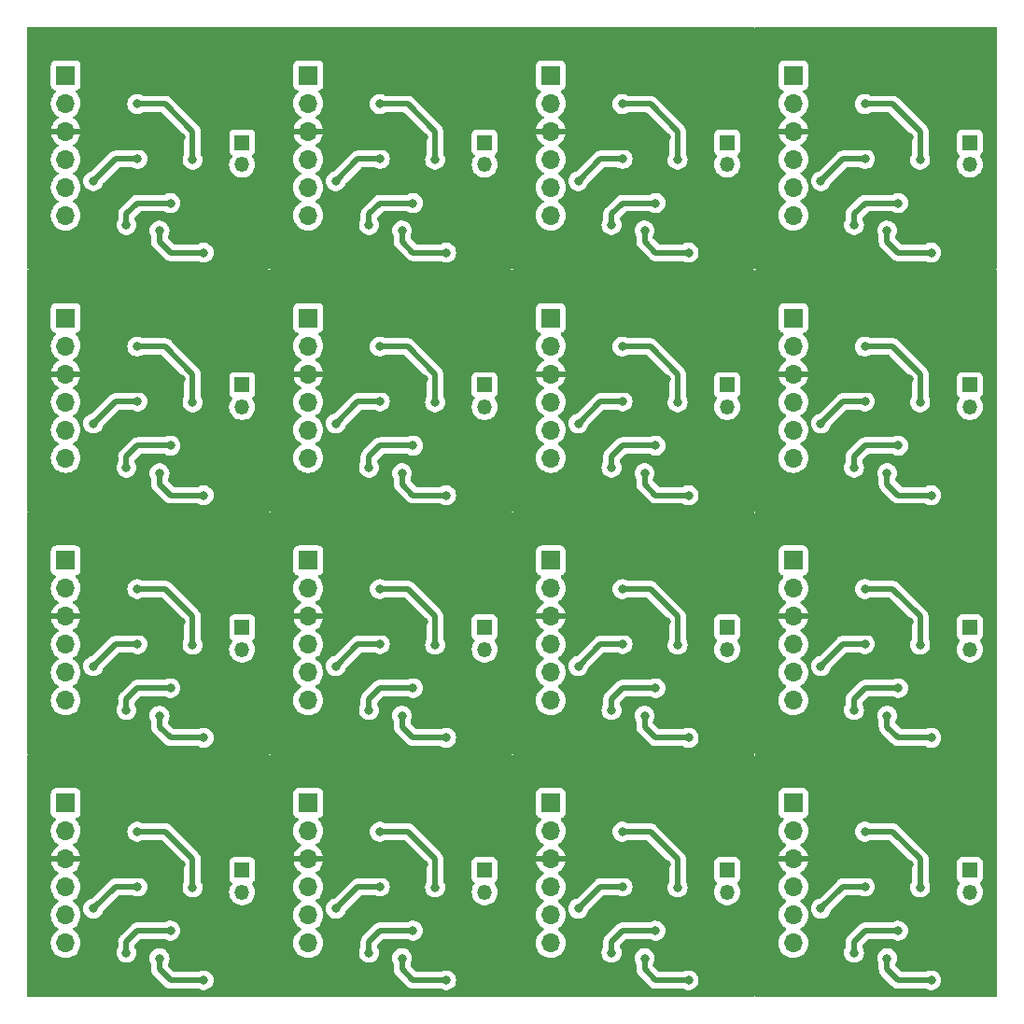
<source format=gbl>
%TF.GenerationSoftware,KiCad,Pcbnew,7.0.9*%
%TF.CreationDate,2024-04-03T23:40:05+09:00*%
%TF.ProjectId,max31855_4_4,6d617833-3138-4353-955f-345f342e6b69,rev?*%
%TF.SameCoordinates,Original*%
%TF.FileFunction,Copper,L2,Bot*%
%TF.FilePolarity,Positive*%
%FSLAX46Y46*%
G04 Gerber Fmt 4.6, Leading zero omitted, Abs format (unit mm)*
G04 Created by KiCad (PCBNEW 7.0.9) date 2024-04-03 23:40:05*
%MOMM*%
%LPD*%
G01*
G04 APERTURE LIST*
%TA.AperFunction,ComponentPad*%
%ADD10O,1.350000X1.350000*%
%TD*%
%TA.AperFunction,ComponentPad*%
%ADD11R,1.350000X1.350000*%
%TD*%
%TA.AperFunction,ComponentPad*%
%ADD12O,1.700000X1.700000*%
%TD*%
%TA.AperFunction,ComponentPad*%
%ADD13R,1.700000X1.700000*%
%TD*%
%TA.AperFunction,ViaPad*%
%ADD14C,0.800000*%
%TD*%
%TA.AperFunction,Conductor*%
%ADD15C,0.500000*%
%TD*%
G04 APERTURE END LIST*
D10*
%TO.P,J32,2,Pin_2*%
%TO.N,Net-(J2-Pin_2)*%
X174500000Y-128500000D03*
D11*
%TO.P,J32,1,Pin_1*%
%TO.N,Net-(J2-Pin_1)*%
X174500000Y-126500000D03*
%TD*%
D12*
%TO.P,J31,6,Pin_6*%
%TO.N,Net-(D2-K)*%
X158500000Y-133120000D03*
%TO.P,J31,5,Pin_5*%
%TO.N,Net-(D1-K)*%
X158500000Y-130580000D03*
%TO.P,J31,4,Pin_4*%
%TO.N,Net-(J1-Pin_4)*%
X158500000Y-128040000D03*
%TO.P,J31,3,Pin_3*%
%TO.N,GND*%
X158500000Y-125500000D03*
%TO.P,J31,2,Pin_2*%
%TO.N,+3.3V*%
X158500000Y-122960000D03*
D13*
%TO.P,J31,1,Pin_1*%
%TO.N,+5V*%
X158500000Y-120420000D03*
%TD*%
D10*
%TO.P,J30,2,Pin_2*%
%TO.N,Net-(J2-Pin_2)*%
X152500000Y-128500000D03*
D11*
%TO.P,J30,1,Pin_1*%
%TO.N,Net-(J2-Pin_1)*%
X152500000Y-126500000D03*
%TD*%
D12*
%TO.P,J29,6,Pin_6*%
%TO.N,Net-(D2-K)*%
X136500000Y-133120000D03*
%TO.P,J29,5,Pin_5*%
%TO.N,Net-(D1-K)*%
X136500000Y-130580000D03*
%TO.P,J29,4,Pin_4*%
%TO.N,Net-(J1-Pin_4)*%
X136500000Y-128040000D03*
%TO.P,J29,3,Pin_3*%
%TO.N,GND*%
X136500000Y-125500000D03*
%TO.P,J29,2,Pin_2*%
%TO.N,+3.3V*%
X136500000Y-122960000D03*
D13*
%TO.P,J29,1,Pin_1*%
%TO.N,+5V*%
X136500000Y-120420000D03*
%TD*%
D10*
%TO.P,J28,2,Pin_2*%
%TO.N,Net-(J2-Pin_2)*%
X130500000Y-128500000D03*
D11*
%TO.P,J28,1,Pin_1*%
%TO.N,Net-(J2-Pin_1)*%
X130500000Y-126500000D03*
%TD*%
D12*
%TO.P,J27,6,Pin_6*%
%TO.N,Net-(D2-K)*%
X114500000Y-133120000D03*
%TO.P,J27,5,Pin_5*%
%TO.N,Net-(D1-K)*%
X114500000Y-130580000D03*
%TO.P,J27,4,Pin_4*%
%TO.N,Net-(J1-Pin_4)*%
X114500000Y-128040000D03*
%TO.P,J27,3,Pin_3*%
%TO.N,GND*%
X114500000Y-125500000D03*
%TO.P,J27,2,Pin_2*%
%TO.N,+3.3V*%
X114500000Y-122960000D03*
D13*
%TO.P,J27,1,Pin_1*%
%TO.N,+5V*%
X114500000Y-120420000D03*
%TD*%
D10*
%TO.P,J26,2,Pin_2*%
%TO.N,Net-(J2-Pin_2)*%
X108500000Y-128500000D03*
D11*
%TO.P,J26,1,Pin_1*%
%TO.N,Net-(J2-Pin_1)*%
X108500000Y-126500000D03*
%TD*%
D12*
%TO.P,J25,6,Pin_6*%
%TO.N,Net-(D2-K)*%
X92500000Y-133120000D03*
%TO.P,J25,5,Pin_5*%
%TO.N,Net-(D1-K)*%
X92500000Y-130580000D03*
%TO.P,J25,4,Pin_4*%
%TO.N,Net-(J1-Pin_4)*%
X92500000Y-128040000D03*
%TO.P,J25,3,Pin_3*%
%TO.N,GND*%
X92500000Y-125500000D03*
%TO.P,J25,2,Pin_2*%
%TO.N,+3.3V*%
X92500000Y-122960000D03*
D13*
%TO.P,J25,1,Pin_1*%
%TO.N,+5V*%
X92500000Y-120420000D03*
%TD*%
D10*
%TO.P,J24,2,Pin_2*%
%TO.N,Net-(J2-Pin_2)*%
X174500000Y-106500000D03*
D11*
%TO.P,J24,1,Pin_1*%
%TO.N,Net-(J2-Pin_1)*%
X174500000Y-104500000D03*
%TD*%
D12*
%TO.P,J23,6,Pin_6*%
%TO.N,Net-(D2-K)*%
X158500000Y-111120000D03*
%TO.P,J23,5,Pin_5*%
%TO.N,Net-(D1-K)*%
X158500000Y-108580000D03*
%TO.P,J23,4,Pin_4*%
%TO.N,Net-(J1-Pin_4)*%
X158500000Y-106040000D03*
%TO.P,J23,3,Pin_3*%
%TO.N,GND*%
X158500000Y-103500000D03*
%TO.P,J23,2,Pin_2*%
%TO.N,+3.3V*%
X158500000Y-100960000D03*
D13*
%TO.P,J23,1,Pin_1*%
%TO.N,+5V*%
X158500000Y-98420000D03*
%TD*%
D10*
%TO.P,J22,2,Pin_2*%
%TO.N,Net-(J2-Pin_2)*%
X152500000Y-106500000D03*
D11*
%TO.P,J22,1,Pin_1*%
%TO.N,Net-(J2-Pin_1)*%
X152500000Y-104500000D03*
%TD*%
D12*
%TO.P,J21,6,Pin_6*%
%TO.N,Net-(D2-K)*%
X136500000Y-111120000D03*
%TO.P,J21,5,Pin_5*%
%TO.N,Net-(D1-K)*%
X136500000Y-108580000D03*
%TO.P,J21,4,Pin_4*%
%TO.N,Net-(J1-Pin_4)*%
X136500000Y-106040000D03*
%TO.P,J21,3,Pin_3*%
%TO.N,GND*%
X136500000Y-103500000D03*
%TO.P,J21,2,Pin_2*%
%TO.N,+3.3V*%
X136500000Y-100960000D03*
D13*
%TO.P,J21,1,Pin_1*%
%TO.N,+5V*%
X136500000Y-98420000D03*
%TD*%
D10*
%TO.P,J20,2,Pin_2*%
%TO.N,Net-(J2-Pin_2)*%
X130500000Y-106500000D03*
D11*
%TO.P,J20,1,Pin_1*%
%TO.N,Net-(J2-Pin_1)*%
X130500000Y-104500000D03*
%TD*%
D12*
%TO.P,J19,6,Pin_6*%
%TO.N,Net-(D2-K)*%
X114500000Y-111120000D03*
%TO.P,J19,5,Pin_5*%
%TO.N,Net-(D1-K)*%
X114500000Y-108580000D03*
%TO.P,J19,4,Pin_4*%
%TO.N,Net-(J1-Pin_4)*%
X114500000Y-106040000D03*
%TO.P,J19,3,Pin_3*%
%TO.N,GND*%
X114500000Y-103500000D03*
%TO.P,J19,2,Pin_2*%
%TO.N,+3.3V*%
X114500000Y-100960000D03*
D13*
%TO.P,J19,1,Pin_1*%
%TO.N,+5V*%
X114500000Y-98420000D03*
%TD*%
D10*
%TO.P,J18,2,Pin_2*%
%TO.N,Net-(J2-Pin_2)*%
X108500000Y-106500000D03*
D11*
%TO.P,J18,1,Pin_1*%
%TO.N,Net-(J2-Pin_1)*%
X108500000Y-104500000D03*
%TD*%
D12*
%TO.P,J17,6,Pin_6*%
%TO.N,Net-(D2-K)*%
X92500000Y-111120000D03*
%TO.P,J17,5,Pin_5*%
%TO.N,Net-(D1-K)*%
X92500000Y-108580000D03*
%TO.P,J17,4,Pin_4*%
%TO.N,Net-(J1-Pin_4)*%
X92500000Y-106040000D03*
%TO.P,J17,3,Pin_3*%
%TO.N,GND*%
X92500000Y-103500000D03*
%TO.P,J17,2,Pin_2*%
%TO.N,+3.3V*%
X92500000Y-100960000D03*
D13*
%TO.P,J17,1,Pin_1*%
%TO.N,+5V*%
X92500000Y-98420000D03*
%TD*%
D10*
%TO.P,J16,2,Pin_2*%
%TO.N,Net-(J2-Pin_2)*%
X174500000Y-84500000D03*
D11*
%TO.P,J16,1,Pin_1*%
%TO.N,Net-(J2-Pin_1)*%
X174500000Y-82500000D03*
%TD*%
D12*
%TO.P,J15,6,Pin_6*%
%TO.N,Net-(D2-K)*%
X158500000Y-89120000D03*
%TO.P,J15,5,Pin_5*%
%TO.N,Net-(D1-K)*%
X158500000Y-86580000D03*
%TO.P,J15,4,Pin_4*%
%TO.N,Net-(J1-Pin_4)*%
X158500000Y-84040000D03*
%TO.P,J15,3,Pin_3*%
%TO.N,GND*%
X158500000Y-81500000D03*
%TO.P,J15,2,Pin_2*%
%TO.N,+3.3V*%
X158500000Y-78960000D03*
D13*
%TO.P,J15,1,Pin_1*%
%TO.N,+5V*%
X158500000Y-76420000D03*
%TD*%
D10*
%TO.P,J14,2,Pin_2*%
%TO.N,Net-(J2-Pin_2)*%
X152500000Y-84500000D03*
D11*
%TO.P,J14,1,Pin_1*%
%TO.N,Net-(J2-Pin_1)*%
X152500000Y-82500000D03*
%TD*%
D12*
%TO.P,J13,6,Pin_6*%
%TO.N,Net-(D2-K)*%
X136500000Y-89120000D03*
%TO.P,J13,5,Pin_5*%
%TO.N,Net-(D1-K)*%
X136500000Y-86580000D03*
%TO.P,J13,4,Pin_4*%
%TO.N,Net-(J1-Pin_4)*%
X136500000Y-84040000D03*
%TO.P,J13,3,Pin_3*%
%TO.N,GND*%
X136500000Y-81500000D03*
%TO.P,J13,2,Pin_2*%
%TO.N,+3.3V*%
X136500000Y-78960000D03*
D13*
%TO.P,J13,1,Pin_1*%
%TO.N,+5V*%
X136500000Y-76420000D03*
%TD*%
D10*
%TO.P,J12,2,Pin_2*%
%TO.N,Net-(J2-Pin_2)*%
X130500000Y-84500000D03*
D11*
%TO.P,J12,1,Pin_1*%
%TO.N,Net-(J2-Pin_1)*%
X130500000Y-82500000D03*
%TD*%
D12*
%TO.P,J11,6,Pin_6*%
%TO.N,Net-(D2-K)*%
X114500000Y-89120000D03*
%TO.P,J11,5,Pin_5*%
%TO.N,Net-(D1-K)*%
X114500000Y-86580000D03*
%TO.P,J11,4,Pin_4*%
%TO.N,Net-(J1-Pin_4)*%
X114500000Y-84040000D03*
%TO.P,J11,3,Pin_3*%
%TO.N,GND*%
X114500000Y-81500000D03*
%TO.P,J11,2,Pin_2*%
%TO.N,+3.3V*%
X114500000Y-78960000D03*
D13*
%TO.P,J11,1,Pin_1*%
%TO.N,+5V*%
X114500000Y-76420000D03*
%TD*%
D10*
%TO.P,J10,2,Pin_2*%
%TO.N,Net-(J2-Pin_2)*%
X108500000Y-84500000D03*
D11*
%TO.P,J10,1,Pin_1*%
%TO.N,Net-(J2-Pin_1)*%
X108500000Y-82500000D03*
%TD*%
D12*
%TO.P,J9,6,Pin_6*%
%TO.N,Net-(D2-K)*%
X92500000Y-89120000D03*
%TO.P,J9,5,Pin_5*%
%TO.N,Net-(D1-K)*%
X92500000Y-86580000D03*
%TO.P,J9,4,Pin_4*%
%TO.N,Net-(J1-Pin_4)*%
X92500000Y-84040000D03*
%TO.P,J9,3,Pin_3*%
%TO.N,GND*%
X92500000Y-81500000D03*
%TO.P,J9,2,Pin_2*%
%TO.N,+3.3V*%
X92500000Y-78960000D03*
D13*
%TO.P,J9,1,Pin_1*%
%TO.N,+5V*%
X92500000Y-76420000D03*
%TD*%
D10*
%TO.P,J8,2,Pin_2*%
%TO.N,Net-(J2-Pin_2)*%
X174500000Y-62500000D03*
D11*
%TO.P,J8,1,Pin_1*%
%TO.N,Net-(J2-Pin_1)*%
X174500000Y-60500000D03*
%TD*%
D12*
%TO.P,J7,6,Pin_6*%
%TO.N,Net-(D2-K)*%
X158500000Y-67120000D03*
%TO.P,J7,5,Pin_5*%
%TO.N,Net-(D1-K)*%
X158500000Y-64580000D03*
%TO.P,J7,4,Pin_4*%
%TO.N,Net-(J1-Pin_4)*%
X158500000Y-62040000D03*
%TO.P,J7,3,Pin_3*%
%TO.N,GND*%
X158500000Y-59500000D03*
%TO.P,J7,2,Pin_2*%
%TO.N,+3.3V*%
X158500000Y-56960000D03*
D13*
%TO.P,J7,1,Pin_1*%
%TO.N,+5V*%
X158500000Y-54420000D03*
%TD*%
D10*
%TO.P,J6,2,Pin_2*%
%TO.N,Net-(J2-Pin_2)*%
X152500000Y-62500000D03*
D11*
%TO.P,J6,1,Pin_1*%
%TO.N,Net-(J2-Pin_1)*%
X152500000Y-60500000D03*
%TD*%
D12*
%TO.P,J5,6,Pin_6*%
%TO.N,Net-(D2-K)*%
X136500000Y-67120000D03*
%TO.P,J5,5,Pin_5*%
%TO.N,Net-(D1-K)*%
X136500000Y-64580000D03*
%TO.P,J5,4,Pin_4*%
%TO.N,Net-(J1-Pin_4)*%
X136500000Y-62040000D03*
%TO.P,J5,3,Pin_3*%
%TO.N,GND*%
X136500000Y-59500000D03*
%TO.P,J5,2,Pin_2*%
%TO.N,+3.3V*%
X136500000Y-56960000D03*
D13*
%TO.P,J5,1,Pin_1*%
%TO.N,+5V*%
X136500000Y-54420000D03*
%TD*%
D10*
%TO.P,J4,2,Pin_2*%
%TO.N,Net-(J2-Pin_2)*%
X130500000Y-62500000D03*
D11*
%TO.P,J4,1,Pin_1*%
%TO.N,Net-(J2-Pin_1)*%
X130500000Y-60500000D03*
%TD*%
D12*
%TO.P,J3,6,Pin_6*%
%TO.N,Net-(D2-K)*%
X114500000Y-67120000D03*
%TO.P,J3,5,Pin_5*%
%TO.N,Net-(D1-K)*%
X114500000Y-64580000D03*
%TO.P,J3,4,Pin_4*%
%TO.N,Net-(J1-Pin_4)*%
X114500000Y-62040000D03*
%TO.P,J3,3,Pin_3*%
%TO.N,GND*%
X114500000Y-59500000D03*
%TO.P,J3,2,Pin_2*%
%TO.N,+3.3V*%
X114500000Y-56960000D03*
D13*
%TO.P,J3,1,Pin_1*%
%TO.N,+5V*%
X114500000Y-54420000D03*
%TD*%
D12*
%TO.P,J1,6,Pin_6*%
%TO.N,Net-(D2-K)*%
X92500000Y-67120000D03*
%TO.P,J1,5,Pin_5*%
%TO.N,Net-(D1-K)*%
X92500000Y-64580000D03*
%TO.P,J1,4,Pin_4*%
%TO.N,Net-(J1-Pin_4)*%
X92500000Y-62040000D03*
%TO.P,J1,3,Pin_3*%
%TO.N,GND*%
X92500000Y-59500000D03*
%TO.P,J1,2,Pin_2*%
%TO.N,+3.3V*%
X92500000Y-56960000D03*
D13*
%TO.P,J1,1,Pin_1*%
%TO.N,+5V*%
X92500000Y-54420000D03*
%TD*%
D10*
%TO.P,J2,2,Pin_2*%
%TO.N,Net-(J2-Pin_2)*%
X108500000Y-62500000D03*
D11*
%TO.P,J2,1,Pin_1*%
%TO.N,Net-(J2-Pin_1)*%
X108500000Y-60500000D03*
%TD*%
D14*
%TO.N,Net-(D2-A)*%
X171000000Y-136500000D03*
%TO.N,GND*%
X161500000Y-127000000D03*
%TO.N,Net-(D1-A)*%
X168000000Y-132000000D03*
%TO.N,Net-(J1-Pin_4)*%
X161000000Y-130000000D03*
%TO.N,GND*%
X169000000Y-126000000D03*
%TO.N,Net-(D1-A)*%
X164000000Y-134000000D03*
%TO.N,Net-(D2-A)*%
X167000000Y-134500000D03*
%TO.N,Net-(U1-T+)*%
X170000000Y-128074500D03*
X164983512Y-123016488D03*
%TO.N,Net-(J1-Pin_4)*%
X165000000Y-128000000D03*
%TO.N,Net-(D2-A)*%
X149000000Y-136500000D03*
%TO.N,GND*%
X139500000Y-127000000D03*
%TO.N,Net-(D1-A)*%
X146000000Y-132000000D03*
%TO.N,Net-(J1-Pin_4)*%
X139000000Y-130000000D03*
%TO.N,GND*%
X147000000Y-126000000D03*
%TO.N,Net-(D1-A)*%
X142000000Y-134000000D03*
%TO.N,Net-(D2-A)*%
X145000000Y-134500000D03*
%TO.N,Net-(U1-T+)*%
X148000000Y-128074500D03*
X142983512Y-123016488D03*
%TO.N,Net-(J1-Pin_4)*%
X143000000Y-128000000D03*
%TO.N,Net-(D2-A)*%
X127000000Y-136500000D03*
%TO.N,GND*%
X117500000Y-127000000D03*
%TO.N,Net-(D1-A)*%
X124000000Y-132000000D03*
%TO.N,Net-(J1-Pin_4)*%
X117000000Y-130000000D03*
%TO.N,GND*%
X125000000Y-126000000D03*
%TO.N,Net-(D1-A)*%
X120000000Y-134000000D03*
%TO.N,Net-(D2-A)*%
X123000000Y-134500000D03*
%TO.N,Net-(U1-T+)*%
X126000000Y-128074500D03*
X120983512Y-123016488D03*
%TO.N,Net-(J1-Pin_4)*%
X121000000Y-128000000D03*
%TO.N,Net-(D2-A)*%
X105000000Y-136500000D03*
%TO.N,GND*%
X95500000Y-127000000D03*
%TO.N,Net-(D1-A)*%
X102000000Y-132000000D03*
%TO.N,Net-(J1-Pin_4)*%
X95000000Y-130000000D03*
%TO.N,GND*%
X103000000Y-126000000D03*
%TO.N,Net-(D1-A)*%
X98000000Y-134000000D03*
%TO.N,Net-(D2-A)*%
X101000000Y-134500000D03*
%TO.N,Net-(U1-T+)*%
X104000000Y-128074500D03*
X98983512Y-123016488D03*
%TO.N,Net-(J1-Pin_4)*%
X99000000Y-128000000D03*
%TO.N,Net-(D2-A)*%
X171000000Y-114500000D03*
%TO.N,GND*%
X161500000Y-105000000D03*
%TO.N,Net-(D1-A)*%
X168000000Y-110000000D03*
%TO.N,Net-(J1-Pin_4)*%
X161000000Y-108000000D03*
%TO.N,GND*%
X169000000Y-104000000D03*
%TO.N,Net-(D1-A)*%
X164000000Y-112000000D03*
%TO.N,Net-(D2-A)*%
X167000000Y-112500000D03*
%TO.N,Net-(U1-T+)*%
X170000000Y-106074500D03*
X164983512Y-101016488D03*
%TO.N,Net-(J1-Pin_4)*%
X165000000Y-106000000D03*
%TO.N,Net-(D2-A)*%
X149000000Y-114500000D03*
%TO.N,GND*%
X139500000Y-105000000D03*
%TO.N,Net-(D1-A)*%
X146000000Y-110000000D03*
%TO.N,Net-(J1-Pin_4)*%
X139000000Y-108000000D03*
%TO.N,GND*%
X147000000Y-104000000D03*
%TO.N,Net-(D1-A)*%
X142000000Y-112000000D03*
%TO.N,Net-(D2-A)*%
X145000000Y-112500000D03*
%TO.N,Net-(U1-T+)*%
X148000000Y-106074500D03*
X142983512Y-101016488D03*
%TO.N,Net-(J1-Pin_4)*%
X143000000Y-106000000D03*
%TO.N,Net-(D2-A)*%
X127000000Y-114500000D03*
%TO.N,GND*%
X117500000Y-105000000D03*
%TO.N,Net-(D1-A)*%
X124000000Y-110000000D03*
%TO.N,Net-(J1-Pin_4)*%
X117000000Y-108000000D03*
%TO.N,GND*%
X125000000Y-104000000D03*
%TO.N,Net-(D1-A)*%
X120000000Y-112000000D03*
%TO.N,Net-(D2-A)*%
X123000000Y-112500000D03*
%TO.N,Net-(U1-T+)*%
X126000000Y-106074500D03*
X120983512Y-101016488D03*
%TO.N,Net-(J1-Pin_4)*%
X121000000Y-106000000D03*
%TO.N,Net-(D2-A)*%
X105000000Y-114500000D03*
%TO.N,GND*%
X95500000Y-105000000D03*
%TO.N,Net-(D1-A)*%
X102000000Y-110000000D03*
%TO.N,Net-(J1-Pin_4)*%
X95000000Y-108000000D03*
%TO.N,GND*%
X103000000Y-104000000D03*
%TO.N,Net-(D1-A)*%
X98000000Y-112000000D03*
%TO.N,Net-(D2-A)*%
X101000000Y-112500000D03*
%TO.N,Net-(U1-T+)*%
X104000000Y-106074500D03*
X98983512Y-101016488D03*
%TO.N,Net-(J1-Pin_4)*%
X99000000Y-106000000D03*
%TO.N,Net-(D2-A)*%
X171000000Y-92500000D03*
%TO.N,GND*%
X161500000Y-83000000D03*
%TO.N,Net-(D1-A)*%
X168000000Y-88000000D03*
%TO.N,Net-(J1-Pin_4)*%
X161000000Y-86000000D03*
%TO.N,GND*%
X169000000Y-82000000D03*
%TO.N,Net-(D1-A)*%
X164000000Y-90000000D03*
%TO.N,Net-(D2-A)*%
X167000000Y-90500000D03*
%TO.N,Net-(U1-T+)*%
X170000000Y-84074500D03*
X164983512Y-79016488D03*
%TO.N,Net-(J1-Pin_4)*%
X165000000Y-84000000D03*
%TO.N,Net-(D2-A)*%
X149000000Y-92500000D03*
%TO.N,GND*%
X139500000Y-83000000D03*
%TO.N,Net-(D1-A)*%
X146000000Y-88000000D03*
%TO.N,Net-(J1-Pin_4)*%
X139000000Y-86000000D03*
%TO.N,GND*%
X147000000Y-82000000D03*
%TO.N,Net-(D1-A)*%
X142000000Y-90000000D03*
%TO.N,Net-(D2-A)*%
X145000000Y-90500000D03*
%TO.N,Net-(U1-T+)*%
X148000000Y-84074500D03*
X142983512Y-79016488D03*
%TO.N,Net-(J1-Pin_4)*%
X143000000Y-84000000D03*
%TO.N,Net-(D2-A)*%
X127000000Y-92500000D03*
%TO.N,GND*%
X117500000Y-83000000D03*
%TO.N,Net-(D1-A)*%
X124000000Y-88000000D03*
%TO.N,Net-(J1-Pin_4)*%
X117000000Y-86000000D03*
%TO.N,GND*%
X125000000Y-82000000D03*
%TO.N,Net-(D1-A)*%
X120000000Y-90000000D03*
%TO.N,Net-(D2-A)*%
X123000000Y-90500000D03*
%TO.N,Net-(U1-T+)*%
X126000000Y-84074500D03*
X120983512Y-79016488D03*
%TO.N,Net-(J1-Pin_4)*%
X121000000Y-84000000D03*
%TO.N,Net-(D2-A)*%
X105000000Y-92500000D03*
%TO.N,GND*%
X95500000Y-83000000D03*
%TO.N,Net-(D1-A)*%
X102000000Y-88000000D03*
%TO.N,Net-(J1-Pin_4)*%
X95000000Y-86000000D03*
%TO.N,GND*%
X103000000Y-82000000D03*
%TO.N,Net-(D1-A)*%
X98000000Y-90000000D03*
%TO.N,Net-(D2-A)*%
X101000000Y-90500000D03*
%TO.N,Net-(U1-T+)*%
X104000000Y-84074500D03*
X98983512Y-79016488D03*
%TO.N,Net-(J1-Pin_4)*%
X99000000Y-84000000D03*
%TO.N,Net-(D2-A)*%
X171000000Y-70500000D03*
%TO.N,GND*%
X161500000Y-61000000D03*
%TO.N,Net-(D1-A)*%
X168000000Y-66000000D03*
%TO.N,Net-(J1-Pin_4)*%
X161000000Y-64000000D03*
%TO.N,GND*%
X169000000Y-60000000D03*
%TO.N,Net-(D1-A)*%
X164000000Y-68000000D03*
%TO.N,Net-(D2-A)*%
X167000000Y-68500000D03*
%TO.N,Net-(U1-T+)*%
X170000000Y-62074500D03*
X164983512Y-57016488D03*
%TO.N,Net-(J1-Pin_4)*%
X165000000Y-62000000D03*
%TO.N,Net-(D2-A)*%
X149000000Y-70500000D03*
%TO.N,GND*%
X139500000Y-61000000D03*
%TO.N,Net-(D1-A)*%
X146000000Y-66000000D03*
%TO.N,Net-(J1-Pin_4)*%
X139000000Y-64000000D03*
%TO.N,GND*%
X147000000Y-60000000D03*
%TO.N,Net-(D1-A)*%
X142000000Y-68000000D03*
%TO.N,Net-(D2-A)*%
X145000000Y-68500000D03*
%TO.N,Net-(U1-T+)*%
X148000000Y-62074500D03*
X142983512Y-57016488D03*
%TO.N,Net-(J1-Pin_4)*%
X143000000Y-62000000D03*
%TO.N,Net-(D2-A)*%
X127000000Y-70500000D03*
%TO.N,GND*%
X117500000Y-61000000D03*
%TO.N,Net-(D1-A)*%
X124000000Y-66000000D03*
%TO.N,Net-(J1-Pin_4)*%
X117000000Y-64000000D03*
%TO.N,GND*%
X125000000Y-60000000D03*
%TO.N,Net-(D1-A)*%
X120000000Y-68000000D03*
%TO.N,Net-(D2-A)*%
X123000000Y-68500000D03*
%TO.N,Net-(U1-T+)*%
X126000000Y-62074500D03*
X120983512Y-57016488D03*
%TO.N,Net-(J1-Pin_4)*%
X121000000Y-62000000D03*
%TO.N,Net-(D1-A)*%
X98000000Y-68000000D03*
X102000000Y-66000000D03*
%TO.N,GND*%
X95500000Y-61000000D03*
X103000000Y-60000000D03*
%TO.N,Net-(D2-A)*%
X101000000Y-68500000D03*
X105000000Y-70500000D03*
%TO.N,Net-(U1-T+)*%
X104000000Y-62074500D03*
X98983512Y-57016488D03*
%TO.N,Net-(J1-Pin_4)*%
X95000000Y-64000000D03*
X99000000Y-62000000D03*
%TD*%
D15*
%TO.N,Net-(J1-Pin_4)*%
X161000000Y-130000000D02*
X163000000Y-128000000D01*
X163000000Y-128000000D02*
X165000000Y-128000000D01*
%TO.N,Net-(U1-T+)*%
X170000000Y-125500000D02*
X170000000Y-128074500D01*
%TO.N,GND*%
X168000000Y-127000000D02*
X161500000Y-127000000D01*
%TO.N,Net-(U1-T+)*%
X164983512Y-123016488D02*
X167516488Y-123016488D01*
%TO.N,Net-(D2-A)*%
X167000000Y-135500000D02*
X167000000Y-134500000D01*
X171000000Y-136500000D02*
X168000000Y-136500000D01*
X168000000Y-136500000D02*
X167000000Y-135500000D01*
%TO.N,GND*%
X169000000Y-126000000D02*
X168000000Y-127000000D01*
%TO.N,Net-(U1-T+)*%
X167516488Y-123016488D02*
X170000000Y-125500000D01*
%TO.N,Net-(D1-A)*%
X165000000Y-132000000D02*
X164000000Y-133000000D01*
X168000000Y-132000000D02*
X165000000Y-132000000D01*
X164000000Y-133000000D02*
X164000000Y-134000000D01*
%TO.N,Net-(J1-Pin_4)*%
X139000000Y-130000000D02*
X141000000Y-128000000D01*
X141000000Y-128000000D02*
X143000000Y-128000000D01*
%TO.N,Net-(U1-T+)*%
X148000000Y-125500000D02*
X148000000Y-128074500D01*
%TO.N,GND*%
X146000000Y-127000000D02*
X139500000Y-127000000D01*
%TO.N,Net-(U1-T+)*%
X142983512Y-123016488D02*
X145516488Y-123016488D01*
%TO.N,Net-(D2-A)*%
X145000000Y-135500000D02*
X145000000Y-134500000D01*
X149000000Y-136500000D02*
X146000000Y-136500000D01*
X146000000Y-136500000D02*
X145000000Y-135500000D01*
%TO.N,GND*%
X147000000Y-126000000D02*
X146000000Y-127000000D01*
%TO.N,Net-(U1-T+)*%
X145516488Y-123016488D02*
X148000000Y-125500000D01*
%TO.N,Net-(D1-A)*%
X143000000Y-132000000D02*
X142000000Y-133000000D01*
X146000000Y-132000000D02*
X143000000Y-132000000D01*
X142000000Y-133000000D02*
X142000000Y-134000000D01*
%TO.N,Net-(J1-Pin_4)*%
X117000000Y-130000000D02*
X119000000Y-128000000D01*
X119000000Y-128000000D02*
X121000000Y-128000000D01*
%TO.N,Net-(U1-T+)*%
X126000000Y-125500000D02*
X126000000Y-128074500D01*
%TO.N,GND*%
X124000000Y-127000000D02*
X117500000Y-127000000D01*
%TO.N,Net-(U1-T+)*%
X120983512Y-123016488D02*
X123516488Y-123016488D01*
%TO.N,Net-(D2-A)*%
X123000000Y-135500000D02*
X123000000Y-134500000D01*
X127000000Y-136500000D02*
X124000000Y-136500000D01*
X124000000Y-136500000D02*
X123000000Y-135500000D01*
%TO.N,GND*%
X125000000Y-126000000D02*
X124000000Y-127000000D01*
%TO.N,Net-(U1-T+)*%
X123516488Y-123016488D02*
X126000000Y-125500000D01*
%TO.N,Net-(D1-A)*%
X121000000Y-132000000D02*
X120000000Y-133000000D01*
X124000000Y-132000000D02*
X121000000Y-132000000D01*
X120000000Y-133000000D02*
X120000000Y-134000000D01*
%TO.N,Net-(J1-Pin_4)*%
X95000000Y-130000000D02*
X97000000Y-128000000D01*
X97000000Y-128000000D02*
X99000000Y-128000000D01*
%TO.N,Net-(U1-T+)*%
X104000000Y-125500000D02*
X104000000Y-128074500D01*
%TO.N,GND*%
X102000000Y-127000000D02*
X95500000Y-127000000D01*
%TO.N,Net-(U1-T+)*%
X98983512Y-123016488D02*
X101516488Y-123016488D01*
%TO.N,Net-(D2-A)*%
X101000000Y-135500000D02*
X101000000Y-134500000D01*
X105000000Y-136500000D02*
X102000000Y-136500000D01*
X102000000Y-136500000D02*
X101000000Y-135500000D01*
%TO.N,GND*%
X103000000Y-126000000D02*
X102000000Y-127000000D01*
%TO.N,Net-(U1-T+)*%
X101516488Y-123016488D02*
X104000000Y-125500000D01*
%TO.N,Net-(D1-A)*%
X99000000Y-132000000D02*
X98000000Y-133000000D01*
X102000000Y-132000000D02*
X99000000Y-132000000D01*
X98000000Y-133000000D02*
X98000000Y-134000000D01*
%TO.N,Net-(J1-Pin_4)*%
X161000000Y-108000000D02*
X163000000Y-106000000D01*
X163000000Y-106000000D02*
X165000000Y-106000000D01*
%TO.N,Net-(U1-T+)*%
X170000000Y-103500000D02*
X170000000Y-106074500D01*
%TO.N,GND*%
X168000000Y-105000000D02*
X161500000Y-105000000D01*
%TO.N,Net-(U1-T+)*%
X164983512Y-101016488D02*
X167516488Y-101016488D01*
%TO.N,Net-(D2-A)*%
X167000000Y-113500000D02*
X167000000Y-112500000D01*
X171000000Y-114500000D02*
X168000000Y-114500000D01*
X168000000Y-114500000D02*
X167000000Y-113500000D01*
%TO.N,GND*%
X169000000Y-104000000D02*
X168000000Y-105000000D01*
%TO.N,Net-(U1-T+)*%
X167516488Y-101016488D02*
X170000000Y-103500000D01*
%TO.N,Net-(D1-A)*%
X165000000Y-110000000D02*
X164000000Y-111000000D01*
X168000000Y-110000000D02*
X165000000Y-110000000D01*
X164000000Y-111000000D02*
X164000000Y-112000000D01*
%TO.N,Net-(J1-Pin_4)*%
X139000000Y-108000000D02*
X141000000Y-106000000D01*
X141000000Y-106000000D02*
X143000000Y-106000000D01*
%TO.N,Net-(U1-T+)*%
X148000000Y-103500000D02*
X148000000Y-106074500D01*
%TO.N,GND*%
X146000000Y-105000000D02*
X139500000Y-105000000D01*
%TO.N,Net-(U1-T+)*%
X142983512Y-101016488D02*
X145516488Y-101016488D01*
%TO.N,Net-(D2-A)*%
X145000000Y-113500000D02*
X145000000Y-112500000D01*
X149000000Y-114500000D02*
X146000000Y-114500000D01*
X146000000Y-114500000D02*
X145000000Y-113500000D01*
%TO.N,GND*%
X147000000Y-104000000D02*
X146000000Y-105000000D01*
%TO.N,Net-(U1-T+)*%
X145516488Y-101016488D02*
X148000000Y-103500000D01*
%TO.N,Net-(D1-A)*%
X143000000Y-110000000D02*
X142000000Y-111000000D01*
X146000000Y-110000000D02*
X143000000Y-110000000D01*
X142000000Y-111000000D02*
X142000000Y-112000000D01*
%TO.N,Net-(J1-Pin_4)*%
X117000000Y-108000000D02*
X119000000Y-106000000D01*
X119000000Y-106000000D02*
X121000000Y-106000000D01*
%TO.N,Net-(U1-T+)*%
X126000000Y-103500000D02*
X126000000Y-106074500D01*
%TO.N,GND*%
X124000000Y-105000000D02*
X117500000Y-105000000D01*
%TO.N,Net-(U1-T+)*%
X120983512Y-101016488D02*
X123516488Y-101016488D01*
%TO.N,Net-(D2-A)*%
X123000000Y-113500000D02*
X123000000Y-112500000D01*
X127000000Y-114500000D02*
X124000000Y-114500000D01*
X124000000Y-114500000D02*
X123000000Y-113500000D01*
%TO.N,GND*%
X125000000Y-104000000D02*
X124000000Y-105000000D01*
%TO.N,Net-(U1-T+)*%
X123516488Y-101016488D02*
X126000000Y-103500000D01*
%TO.N,Net-(D1-A)*%
X121000000Y-110000000D02*
X120000000Y-111000000D01*
X124000000Y-110000000D02*
X121000000Y-110000000D01*
X120000000Y-111000000D02*
X120000000Y-112000000D01*
%TO.N,Net-(J1-Pin_4)*%
X95000000Y-108000000D02*
X97000000Y-106000000D01*
X97000000Y-106000000D02*
X99000000Y-106000000D01*
%TO.N,Net-(U1-T+)*%
X104000000Y-103500000D02*
X104000000Y-106074500D01*
%TO.N,GND*%
X102000000Y-105000000D02*
X95500000Y-105000000D01*
%TO.N,Net-(U1-T+)*%
X98983512Y-101016488D02*
X101516488Y-101016488D01*
%TO.N,Net-(D2-A)*%
X101000000Y-113500000D02*
X101000000Y-112500000D01*
X105000000Y-114500000D02*
X102000000Y-114500000D01*
X102000000Y-114500000D02*
X101000000Y-113500000D01*
%TO.N,GND*%
X103000000Y-104000000D02*
X102000000Y-105000000D01*
%TO.N,Net-(U1-T+)*%
X101516488Y-101016488D02*
X104000000Y-103500000D01*
%TO.N,Net-(D1-A)*%
X99000000Y-110000000D02*
X98000000Y-111000000D01*
X102000000Y-110000000D02*
X99000000Y-110000000D01*
X98000000Y-111000000D02*
X98000000Y-112000000D01*
%TO.N,Net-(J1-Pin_4)*%
X161000000Y-86000000D02*
X163000000Y-84000000D01*
X163000000Y-84000000D02*
X165000000Y-84000000D01*
%TO.N,Net-(U1-T+)*%
X170000000Y-81500000D02*
X170000000Y-84074500D01*
%TO.N,GND*%
X168000000Y-83000000D02*
X161500000Y-83000000D01*
%TO.N,Net-(U1-T+)*%
X164983512Y-79016488D02*
X167516488Y-79016488D01*
%TO.N,Net-(D2-A)*%
X167000000Y-91500000D02*
X167000000Y-90500000D01*
X171000000Y-92500000D02*
X168000000Y-92500000D01*
X168000000Y-92500000D02*
X167000000Y-91500000D01*
%TO.N,GND*%
X169000000Y-82000000D02*
X168000000Y-83000000D01*
%TO.N,Net-(U1-T+)*%
X167516488Y-79016488D02*
X170000000Y-81500000D01*
%TO.N,Net-(D1-A)*%
X165000000Y-88000000D02*
X164000000Y-89000000D01*
X168000000Y-88000000D02*
X165000000Y-88000000D01*
X164000000Y-89000000D02*
X164000000Y-90000000D01*
%TO.N,Net-(J1-Pin_4)*%
X139000000Y-86000000D02*
X141000000Y-84000000D01*
X141000000Y-84000000D02*
X143000000Y-84000000D01*
%TO.N,Net-(U1-T+)*%
X148000000Y-81500000D02*
X148000000Y-84074500D01*
%TO.N,GND*%
X146000000Y-83000000D02*
X139500000Y-83000000D01*
%TO.N,Net-(U1-T+)*%
X142983512Y-79016488D02*
X145516488Y-79016488D01*
%TO.N,Net-(D2-A)*%
X145000000Y-91500000D02*
X145000000Y-90500000D01*
X149000000Y-92500000D02*
X146000000Y-92500000D01*
X146000000Y-92500000D02*
X145000000Y-91500000D01*
%TO.N,GND*%
X147000000Y-82000000D02*
X146000000Y-83000000D01*
%TO.N,Net-(U1-T+)*%
X145516488Y-79016488D02*
X148000000Y-81500000D01*
%TO.N,Net-(D1-A)*%
X143000000Y-88000000D02*
X142000000Y-89000000D01*
X146000000Y-88000000D02*
X143000000Y-88000000D01*
X142000000Y-89000000D02*
X142000000Y-90000000D01*
%TO.N,Net-(J1-Pin_4)*%
X117000000Y-86000000D02*
X119000000Y-84000000D01*
X119000000Y-84000000D02*
X121000000Y-84000000D01*
%TO.N,Net-(U1-T+)*%
X126000000Y-81500000D02*
X126000000Y-84074500D01*
%TO.N,GND*%
X124000000Y-83000000D02*
X117500000Y-83000000D01*
%TO.N,Net-(U1-T+)*%
X120983512Y-79016488D02*
X123516488Y-79016488D01*
%TO.N,Net-(D2-A)*%
X123000000Y-91500000D02*
X123000000Y-90500000D01*
X127000000Y-92500000D02*
X124000000Y-92500000D01*
X124000000Y-92500000D02*
X123000000Y-91500000D01*
%TO.N,GND*%
X125000000Y-82000000D02*
X124000000Y-83000000D01*
%TO.N,Net-(U1-T+)*%
X123516488Y-79016488D02*
X126000000Y-81500000D01*
%TO.N,Net-(D1-A)*%
X121000000Y-88000000D02*
X120000000Y-89000000D01*
X124000000Y-88000000D02*
X121000000Y-88000000D01*
X120000000Y-89000000D02*
X120000000Y-90000000D01*
%TO.N,Net-(J1-Pin_4)*%
X95000000Y-86000000D02*
X97000000Y-84000000D01*
X97000000Y-84000000D02*
X99000000Y-84000000D01*
%TO.N,Net-(U1-T+)*%
X104000000Y-81500000D02*
X104000000Y-84074500D01*
%TO.N,GND*%
X102000000Y-83000000D02*
X95500000Y-83000000D01*
%TO.N,Net-(U1-T+)*%
X98983512Y-79016488D02*
X101516488Y-79016488D01*
%TO.N,Net-(D2-A)*%
X101000000Y-91500000D02*
X101000000Y-90500000D01*
X105000000Y-92500000D02*
X102000000Y-92500000D01*
X102000000Y-92500000D02*
X101000000Y-91500000D01*
%TO.N,GND*%
X103000000Y-82000000D02*
X102000000Y-83000000D01*
%TO.N,Net-(U1-T+)*%
X101516488Y-79016488D02*
X104000000Y-81500000D01*
%TO.N,Net-(D1-A)*%
X99000000Y-88000000D02*
X98000000Y-89000000D01*
X102000000Y-88000000D02*
X99000000Y-88000000D01*
X98000000Y-89000000D02*
X98000000Y-90000000D01*
%TO.N,Net-(J1-Pin_4)*%
X161000000Y-64000000D02*
X163000000Y-62000000D01*
X163000000Y-62000000D02*
X165000000Y-62000000D01*
%TO.N,Net-(U1-T+)*%
X170000000Y-59500000D02*
X170000000Y-62074500D01*
%TO.N,GND*%
X168000000Y-61000000D02*
X161500000Y-61000000D01*
%TO.N,Net-(U1-T+)*%
X164983512Y-57016488D02*
X167516488Y-57016488D01*
%TO.N,Net-(D2-A)*%
X167000000Y-69500000D02*
X167000000Y-68500000D01*
X171000000Y-70500000D02*
X168000000Y-70500000D01*
X168000000Y-70500000D02*
X167000000Y-69500000D01*
%TO.N,GND*%
X169000000Y-60000000D02*
X168000000Y-61000000D01*
%TO.N,Net-(U1-T+)*%
X167516488Y-57016488D02*
X170000000Y-59500000D01*
%TO.N,Net-(D1-A)*%
X165000000Y-66000000D02*
X164000000Y-67000000D01*
X168000000Y-66000000D02*
X165000000Y-66000000D01*
X164000000Y-67000000D02*
X164000000Y-68000000D01*
%TO.N,Net-(J1-Pin_4)*%
X139000000Y-64000000D02*
X141000000Y-62000000D01*
X141000000Y-62000000D02*
X143000000Y-62000000D01*
%TO.N,Net-(U1-T+)*%
X148000000Y-59500000D02*
X148000000Y-62074500D01*
%TO.N,GND*%
X146000000Y-61000000D02*
X139500000Y-61000000D01*
%TO.N,Net-(U1-T+)*%
X142983512Y-57016488D02*
X145516488Y-57016488D01*
%TO.N,Net-(D2-A)*%
X145000000Y-69500000D02*
X145000000Y-68500000D01*
X149000000Y-70500000D02*
X146000000Y-70500000D01*
X146000000Y-70500000D02*
X145000000Y-69500000D01*
%TO.N,GND*%
X147000000Y-60000000D02*
X146000000Y-61000000D01*
%TO.N,Net-(U1-T+)*%
X145516488Y-57016488D02*
X148000000Y-59500000D01*
%TO.N,Net-(D1-A)*%
X143000000Y-66000000D02*
X142000000Y-67000000D01*
X146000000Y-66000000D02*
X143000000Y-66000000D01*
X142000000Y-67000000D02*
X142000000Y-68000000D01*
%TO.N,Net-(J1-Pin_4)*%
X117000000Y-64000000D02*
X119000000Y-62000000D01*
X119000000Y-62000000D02*
X121000000Y-62000000D01*
%TO.N,Net-(U1-T+)*%
X126000000Y-59500000D02*
X126000000Y-62074500D01*
%TO.N,GND*%
X124000000Y-61000000D02*
X117500000Y-61000000D01*
%TO.N,Net-(U1-T+)*%
X120983512Y-57016488D02*
X123516488Y-57016488D01*
%TO.N,Net-(D2-A)*%
X123000000Y-69500000D02*
X123000000Y-68500000D01*
X127000000Y-70500000D02*
X124000000Y-70500000D01*
X124000000Y-70500000D02*
X123000000Y-69500000D01*
%TO.N,GND*%
X125000000Y-60000000D02*
X124000000Y-61000000D01*
%TO.N,Net-(U1-T+)*%
X123516488Y-57016488D02*
X126000000Y-59500000D01*
%TO.N,Net-(D1-A)*%
X121000000Y-66000000D02*
X120000000Y-67000000D01*
X124000000Y-66000000D02*
X121000000Y-66000000D01*
X120000000Y-67000000D02*
X120000000Y-68000000D01*
X99000000Y-66000000D02*
X98000000Y-67000000D01*
X98000000Y-67000000D02*
X98000000Y-68000000D01*
X102000000Y-66000000D02*
X99000000Y-66000000D01*
%TO.N,GND*%
X103000000Y-60000000D02*
X102000000Y-61000000D01*
X102000000Y-61000000D02*
X95500000Y-61000000D01*
%TO.N,Net-(D2-A)*%
X102000000Y-70500000D02*
X101000000Y-69500000D01*
X101000000Y-69500000D02*
X101000000Y-68500000D01*
X105000000Y-70500000D02*
X102000000Y-70500000D01*
%TO.N,Net-(U1-T+)*%
X101516488Y-57016488D02*
X104000000Y-59500000D01*
X98983512Y-57016488D02*
X101516488Y-57016488D01*
X104000000Y-59500000D02*
X104000000Y-62074500D01*
%TO.N,Net-(J1-Pin_4)*%
X97000000Y-62000000D02*
X99000000Y-62000000D01*
X95000000Y-64000000D02*
X97000000Y-62000000D01*
%TD*%
%TA.AperFunction,Conductor*%
%TO.N,GND*%
G36*
X110942539Y-50020185D02*
G01*
X110988294Y-50072989D01*
X110999500Y-50124500D01*
X110999500Y-71875500D01*
X110979815Y-71942539D01*
X110927011Y-71988294D01*
X110875500Y-71999500D01*
X89124500Y-71999500D01*
X89057461Y-71979815D01*
X89011706Y-71927011D01*
X89000500Y-71875500D01*
X89000500Y-67120000D01*
X91144341Y-67120000D01*
X91164936Y-67355403D01*
X91164938Y-67355413D01*
X91226094Y-67583655D01*
X91226096Y-67583659D01*
X91226097Y-67583663D01*
X91325965Y-67797830D01*
X91325967Y-67797834D01*
X91346468Y-67827112D01*
X91461505Y-67991401D01*
X91628599Y-68158495D01*
X91725384Y-68226265D01*
X91822165Y-68294032D01*
X91822167Y-68294033D01*
X91822170Y-68294035D01*
X92036337Y-68393903D01*
X92264592Y-68455063D01*
X92452918Y-68471539D01*
X92499999Y-68475659D01*
X92500000Y-68475659D01*
X92500001Y-68475659D01*
X92539234Y-68472226D01*
X92735408Y-68455063D01*
X92963663Y-68393903D01*
X93177830Y-68294035D01*
X93371401Y-68158495D01*
X93529896Y-68000000D01*
X97094540Y-68000000D01*
X97114326Y-68188256D01*
X97114327Y-68188259D01*
X97172818Y-68368277D01*
X97172821Y-68368284D01*
X97267467Y-68532216D01*
X97394129Y-68672888D01*
X97547265Y-68784148D01*
X97547270Y-68784151D01*
X97720192Y-68861142D01*
X97720197Y-68861144D01*
X97905354Y-68900500D01*
X97905355Y-68900500D01*
X98094644Y-68900500D01*
X98094646Y-68900500D01*
X98279803Y-68861144D01*
X98452730Y-68784151D01*
X98605871Y-68672888D01*
X98732533Y-68532216D01*
X98751133Y-68500000D01*
X100094540Y-68500000D01*
X100114326Y-68688256D01*
X100114327Y-68688259D01*
X100172818Y-68868277D01*
X100172821Y-68868284D01*
X100232887Y-68972321D01*
X100249500Y-69034321D01*
X100249500Y-69436294D01*
X100248191Y-69454263D01*
X100244710Y-69478025D01*
X100249264Y-69530064D01*
X100249500Y-69535470D01*
X100249500Y-69543709D01*
X100253306Y-69576274D01*
X100260000Y-69652791D01*
X100261461Y-69659867D01*
X100261403Y-69659878D01*
X100263034Y-69667237D01*
X100263092Y-69667224D01*
X100264757Y-69674250D01*
X100291025Y-69746424D01*
X100315185Y-69819331D01*
X100318236Y-69825874D01*
X100318182Y-69825898D01*
X100321470Y-69832688D01*
X100321521Y-69832663D01*
X100324761Y-69839113D01*
X100324762Y-69839114D01*
X100324763Y-69839117D01*
X100366965Y-69903283D01*
X100407287Y-69968655D01*
X100411766Y-69974319D01*
X100411719Y-69974355D01*
X100416483Y-69980202D01*
X100416529Y-69980164D01*
X100421167Y-69985692D01*
X100421170Y-69985696D01*
X100421173Y-69985698D01*
X100421174Y-69985700D01*
X100477019Y-70038386D01*
X101424269Y-70985637D01*
X101436049Y-70999268D01*
X101450389Y-71018530D01*
X101450391Y-71018532D01*
X101490409Y-71052110D01*
X101494399Y-71055766D01*
X101500227Y-71061594D01*
X101525947Y-71081931D01*
X101584788Y-71131304D01*
X101590818Y-71135270D01*
X101590785Y-71135319D01*
X101597143Y-71139369D01*
X101597175Y-71139319D01*
X101603320Y-71143109D01*
X101603323Y-71143111D01*
X101672936Y-71175572D01*
X101741567Y-71210040D01*
X101741572Y-71210041D01*
X101748361Y-71212513D01*
X101748340Y-71212570D01*
X101755455Y-71215043D01*
X101755475Y-71214986D01*
X101762330Y-71217258D01*
X101837558Y-71232790D01*
X101912279Y-71250500D01*
X101912289Y-71250500D01*
X101919452Y-71251338D01*
X101919444Y-71251397D01*
X101926945Y-71252164D01*
X101926951Y-71252105D01*
X101934140Y-71252734D01*
X101934144Y-71252733D01*
X101934145Y-71252734D01*
X102010918Y-71250500D01*
X104460663Y-71250500D01*
X104527702Y-71270185D01*
X104533548Y-71274182D01*
X104547265Y-71284148D01*
X104547270Y-71284151D01*
X104720192Y-71361142D01*
X104720197Y-71361144D01*
X104905354Y-71400500D01*
X104905355Y-71400500D01*
X105094644Y-71400500D01*
X105094646Y-71400500D01*
X105279803Y-71361144D01*
X105452730Y-71284151D01*
X105605871Y-71172888D01*
X105732533Y-71032216D01*
X105827179Y-70868284D01*
X105885674Y-70688256D01*
X105905460Y-70500000D01*
X105885674Y-70311744D01*
X105827179Y-70131716D01*
X105732533Y-69967784D01*
X105605871Y-69827112D01*
X105604167Y-69825874D01*
X105452734Y-69715851D01*
X105452729Y-69715848D01*
X105279807Y-69638857D01*
X105279802Y-69638855D01*
X105134001Y-69607865D01*
X105094646Y-69599500D01*
X104905354Y-69599500D01*
X104872897Y-69606398D01*
X104720197Y-69638855D01*
X104720192Y-69638857D01*
X104547270Y-69715848D01*
X104547265Y-69715851D01*
X104533548Y-69725818D01*
X104467742Y-69749298D01*
X104460663Y-69749500D01*
X102362229Y-69749500D01*
X102295190Y-69729815D01*
X102274548Y-69713181D01*
X101786819Y-69225451D01*
X101753334Y-69164128D01*
X101750500Y-69137770D01*
X101750500Y-69034321D01*
X101767113Y-68972321D01*
X101827179Y-68868284D01*
X101885674Y-68688256D01*
X101905460Y-68500000D01*
X101885674Y-68311744D01*
X101827179Y-68131716D01*
X101732533Y-67967784D01*
X101605871Y-67827112D01*
X101584719Y-67811744D01*
X101452734Y-67715851D01*
X101452729Y-67715848D01*
X101279807Y-67638857D01*
X101279802Y-67638855D01*
X101134001Y-67607865D01*
X101094646Y-67599500D01*
X100905354Y-67599500D01*
X100872897Y-67606398D01*
X100720197Y-67638855D01*
X100720192Y-67638857D01*
X100547270Y-67715848D01*
X100547265Y-67715851D01*
X100394129Y-67827111D01*
X100267466Y-67967785D01*
X100172821Y-68131715D01*
X100172818Y-68131722D01*
X100120081Y-68294032D01*
X100114326Y-68311744D01*
X100094540Y-68500000D01*
X98751133Y-68500000D01*
X98827179Y-68368284D01*
X98885674Y-68188256D01*
X98905460Y-68000000D01*
X98885674Y-67811744D01*
X98827179Y-67631716D01*
X98808579Y-67599500D01*
X98767113Y-67527677D01*
X98750500Y-67465677D01*
X98750500Y-67362229D01*
X98770185Y-67295190D01*
X98786819Y-67274548D01*
X99274548Y-66786819D01*
X99335871Y-66753334D01*
X99362229Y-66750500D01*
X101460663Y-66750500D01*
X101527702Y-66770185D01*
X101533548Y-66774182D01*
X101547265Y-66784148D01*
X101547270Y-66784151D01*
X101720192Y-66861142D01*
X101720197Y-66861144D01*
X101905354Y-66900500D01*
X101905355Y-66900500D01*
X102094644Y-66900500D01*
X102094646Y-66900500D01*
X102279803Y-66861144D01*
X102452730Y-66784151D01*
X102605871Y-66672888D01*
X102732533Y-66532216D01*
X102827179Y-66368284D01*
X102885674Y-66188256D01*
X102905460Y-66000000D01*
X102885674Y-65811744D01*
X102827179Y-65631716D01*
X102732533Y-65467784D01*
X102605871Y-65327112D01*
X102605870Y-65327111D01*
X102452734Y-65215851D01*
X102452729Y-65215848D01*
X102279807Y-65138857D01*
X102279802Y-65138855D01*
X102134001Y-65107865D01*
X102094646Y-65099500D01*
X101905354Y-65099500D01*
X101872897Y-65106398D01*
X101720197Y-65138855D01*
X101720192Y-65138857D01*
X101547270Y-65215848D01*
X101547265Y-65215851D01*
X101533548Y-65225818D01*
X101467742Y-65249298D01*
X101460663Y-65249500D01*
X99063705Y-65249500D01*
X99045735Y-65248191D01*
X99021972Y-65244710D01*
X98976533Y-65248686D01*
X98969931Y-65249264D01*
X98964530Y-65249500D01*
X98956289Y-65249500D01*
X98934579Y-65252037D01*
X98923724Y-65253306D01*
X98908419Y-65254645D01*
X98847199Y-65260001D01*
X98840132Y-65261460D01*
X98840120Y-65261404D01*
X98832763Y-65263035D01*
X98832777Y-65263092D01*
X98825743Y-65264759D01*
X98753575Y-65291025D01*
X98680675Y-65315181D01*
X98674126Y-65318236D01*
X98674101Y-65318183D01*
X98667308Y-65321471D01*
X98667334Y-65321523D01*
X98660880Y-65324764D01*
X98596708Y-65366971D01*
X98531347Y-65407285D01*
X98525683Y-65411765D01*
X98525647Y-65411719D01*
X98519798Y-65416484D01*
X98519835Y-65416528D01*
X98514310Y-65421164D01*
X98461598Y-65477034D01*
X97514358Y-66424272D01*
X97500729Y-66436051D01*
X97481468Y-66450390D01*
X97447898Y-66490397D01*
X97444253Y-66494376D01*
X97438409Y-66500222D01*
X97418059Y-66525959D01*
X97368695Y-66584789D01*
X97364729Y-66590819D01*
X97364682Y-66590788D01*
X97360630Y-66597147D01*
X97360679Y-66597177D01*
X97356889Y-66603321D01*
X97324424Y-66672941D01*
X97289960Y-66741566D01*
X97287488Y-66748357D01*
X97287432Y-66748336D01*
X97284960Y-66755450D01*
X97285015Y-66755469D01*
X97282742Y-66762327D01*
X97274975Y-66799946D01*
X97267207Y-66837565D01*
X97261619Y-66861144D01*
X97249498Y-66912286D01*
X97248661Y-66919454D01*
X97248601Y-66919447D01*
X97247835Y-66926945D01*
X97247895Y-66926951D01*
X97247265Y-66934140D01*
X97249500Y-67010916D01*
X97249500Y-67465677D01*
X97232887Y-67527677D01*
X97172821Y-67631714D01*
X97114327Y-67811740D01*
X97114326Y-67811744D01*
X97094540Y-68000000D01*
X93529896Y-68000000D01*
X93538495Y-67991401D01*
X93674035Y-67797830D01*
X93773903Y-67583663D01*
X93835063Y-67355408D01*
X93855659Y-67120000D01*
X93835063Y-66884592D01*
X93773903Y-66656337D01*
X93674035Y-66442171D01*
X93665975Y-66430659D01*
X93538494Y-66248597D01*
X93371402Y-66081506D01*
X93371396Y-66081501D01*
X93185842Y-65951575D01*
X93142217Y-65896998D01*
X93135023Y-65827500D01*
X93166546Y-65765145D01*
X93185842Y-65748425D01*
X93208026Y-65732891D01*
X93371401Y-65618495D01*
X93538495Y-65451401D01*
X93674035Y-65257830D01*
X93773903Y-65043663D01*
X93835063Y-64815408D01*
X93855659Y-64580000D01*
X93835063Y-64344592D01*
X93773903Y-64116337D01*
X93719654Y-64000000D01*
X94094540Y-64000000D01*
X94114326Y-64188256D01*
X94114327Y-64188259D01*
X94172818Y-64368277D01*
X94172821Y-64368284D01*
X94267467Y-64532216D01*
X94394129Y-64672888D01*
X94547265Y-64784148D01*
X94547270Y-64784151D01*
X94720192Y-64861142D01*
X94720197Y-64861144D01*
X94905354Y-64900500D01*
X94905355Y-64900500D01*
X95094644Y-64900500D01*
X95094646Y-64900500D01*
X95279803Y-64861144D01*
X95452730Y-64784151D01*
X95605871Y-64672888D01*
X95732533Y-64532216D01*
X95827179Y-64368284D01*
X95882522Y-64197955D01*
X95912769Y-64148597D01*
X97274548Y-62786819D01*
X97335871Y-62753334D01*
X97362229Y-62750500D01*
X98460663Y-62750500D01*
X98527702Y-62770185D01*
X98533548Y-62774182D01*
X98547265Y-62784148D01*
X98547270Y-62784151D01*
X98720192Y-62861142D01*
X98720197Y-62861144D01*
X98905354Y-62900500D01*
X98905355Y-62900500D01*
X99094644Y-62900500D01*
X99094646Y-62900500D01*
X99279803Y-62861144D01*
X99452730Y-62784151D01*
X99605871Y-62672888D01*
X99732533Y-62532216D01*
X99827179Y-62368284D01*
X99885674Y-62188256D01*
X99905460Y-62000000D01*
X99885674Y-61811744D01*
X99827179Y-61631716D01*
X99732533Y-61467784D01*
X99605871Y-61327112D01*
X99602638Y-61324763D01*
X99452734Y-61215851D01*
X99452729Y-61215848D01*
X99279807Y-61138857D01*
X99279802Y-61138855D01*
X99134001Y-61107865D01*
X99094646Y-61099500D01*
X98905354Y-61099500D01*
X98872897Y-61106398D01*
X98720197Y-61138855D01*
X98720192Y-61138857D01*
X98547270Y-61215848D01*
X98547265Y-61215851D01*
X98533548Y-61225818D01*
X98467742Y-61249298D01*
X98460663Y-61249500D01*
X97063705Y-61249500D01*
X97045735Y-61248191D01*
X97021972Y-61244710D01*
X96976890Y-61248655D01*
X96969933Y-61249264D01*
X96964532Y-61249500D01*
X96956287Y-61249500D01*
X96930222Y-61252546D01*
X96923705Y-61253308D01*
X96918403Y-61253771D01*
X96847201Y-61260001D01*
X96840134Y-61261461D01*
X96840122Y-61261404D01*
X96832753Y-61263038D01*
X96832767Y-61263095D01*
X96825739Y-61264760D01*
X96770536Y-61284852D01*
X96753563Y-61291030D01*
X96680666Y-61315186D01*
X96680664Y-61315186D01*
X96680661Y-61315188D01*
X96674122Y-61318237D01*
X96674097Y-61318185D01*
X96667308Y-61321471D01*
X96667334Y-61321522D01*
X96660884Y-61324761D01*
X96596716Y-61366964D01*
X96531347Y-61407285D01*
X96525677Y-61411769D01*
X96525641Y-61411723D01*
X96519798Y-61416484D01*
X96519835Y-61416528D01*
X96514310Y-61421164D01*
X96461614Y-61477017D01*
X94847228Y-63091402D01*
X94785905Y-63124887D01*
X94785329Y-63125011D01*
X94720196Y-63138856D01*
X94720192Y-63138857D01*
X94547270Y-63215848D01*
X94547265Y-63215851D01*
X94394129Y-63327111D01*
X94267466Y-63467785D01*
X94172821Y-63631715D01*
X94172818Y-63631722D01*
X94114327Y-63811740D01*
X94114326Y-63811744D01*
X94094540Y-64000000D01*
X93719654Y-64000000D01*
X93674035Y-63902171D01*
X93538495Y-63708599D01*
X93538494Y-63708597D01*
X93371402Y-63541506D01*
X93371396Y-63541501D01*
X93185842Y-63411575D01*
X93142217Y-63356998D01*
X93135023Y-63287500D01*
X93166546Y-63225145D01*
X93185842Y-63208425D01*
X93285195Y-63138857D01*
X93371401Y-63078495D01*
X93538495Y-62911401D01*
X93674035Y-62717830D01*
X93773903Y-62503663D01*
X93835063Y-62275408D01*
X93855659Y-62040000D01*
X93835063Y-61804592D01*
X93773903Y-61576337D01*
X93674035Y-61362171D01*
X93647841Y-61324761D01*
X93538494Y-61168597D01*
X93371402Y-61001506D01*
X93371401Y-61001505D01*
X93185405Y-60871269D01*
X93141781Y-60816692D01*
X93134588Y-60747193D01*
X93166110Y-60684839D01*
X93185405Y-60668119D01*
X93371082Y-60538105D01*
X93538105Y-60371082D01*
X93673600Y-60177578D01*
X93773429Y-59963492D01*
X93773432Y-59963486D01*
X93830636Y-59750000D01*
X92933686Y-59750000D01*
X92959493Y-59709844D01*
X93000000Y-59571889D01*
X93000000Y-59428111D01*
X92959493Y-59290156D01*
X92933686Y-59250000D01*
X93830636Y-59250000D01*
X93830635Y-59249999D01*
X93773432Y-59036513D01*
X93773429Y-59036507D01*
X93673600Y-58822422D01*
X93673599Y-58822420D01*
X93538113Y-58628926D01*
X93538108Y-58628920D01*
X93371078Y-58461890D01*
X93185405Y-58331879D01*
X93141780Y-58277302D01*
X93134588Y-58207804D01*
X93166110Y-58145449D01*
X93185406Y-58128730D01*
X93371401Y-57998495D01*
X93538495Y-57831401D01*
X93674035Y-57637830D01*
X93773903Y-57423663D01*
X93835063Y-57195408D01*
X93850717Y-57016488D01*
X98078052Y-57016488D01*
X98097838Y-57204744D01*
X98097839Y-57204747D01*
X98156330Y-57384765D01*
X98156333Y-57384772D01*
X98250979Y-57548704D01*
X98377641Y-57689376D01*
X98530777Y-57800636D01*
X98530782Y-57800639D01*
X98703704Y-57877630D01*
X98703709Y-57877632D01*
X98888866Y-57916988D01*
X98888867Y-57916988D01*
X99078156Y-57916988D01*
X99078158Y-57916988D01*
X99263315Y-57877632D01*
X99436242Y-57800639D01*
X99438288Y-57799152D01*
X99449964Y-57790670D01*
X99515770Y-57767190D01*
X99522849Y-57766988D01*
X101154258Y-57766988D01*
X101221297Y-57786673D01*
X101241939Y-57803307D01*
X103213181Y-59774548D01*
X103246666Y-59835871D01*
X103249500Y-59862229D01*
X103249500Y-61540177D01*
X103232887Y-61602177D01*
X103172821Y-61706214D01*
X103116833Y-61878527D01*
X103114326Y-61886244D01*
X103094540Y-62074500D01*
X103114326Y-62262756D01*
X103114327Y-62262759D01*
X103172818Y-62442777D01*
X103172821Y-62442784D01*
X103267467Y-62606716D01*
X103394129Y-62747388D01*
X103547265Y-62858648D01*
X103547270Y-62858651D01*
X103720192Y-62935642D01*
X103720197Y-62935644D01*
X103905354Y-62975000D01*
X103905355Y-62975000D01*
X104094644Y-62975000D01*
X104094646Y-62975000D01*
X104279803Y-62935644D01*
X104452730Y-62858651D01*
X104605871Y-62747388D01*
X104732533Y-62606716D01*
X104794145Y-62500000D01*
X107319464Y-62500000D01*
X107339564Y-62716918D01*
X107339564Y-62716920D01*
X107339565Y-62716923D01*
X107391797Y-62900500D01*
X107399184Y-62926462D01*
X107474887Y-63078493D01*
X107496288Y-63121472D01*
X107627573Y-63295322D01*
X107788568Y-63442088D01*
X107788575Y-63442092D01*
X107788576Y-63442093D01*
X107973786Y-63556770D01*
X107973792Y-63556773D01*
X107996664Y-63565633D01*
X108176931Y-63635470D01*
X108391074Y-63675500D01*
X108391076Y-63675500D01*
X108608924Y-63675500D01*
X108608926Y-63675500D01*
X108823069Y-63635470D01*
X109026210Y-63556772D01*
X109211432Y-63442088D01*
X109372427Y-63295322D01*
X109503712Y-63121472D01*
X109600817Y-62926459D01*
X109660435Y-62716923D01*
X109680536Y-62500000D01*
X109660435Y-62283077D01*
X109600817Y-62073541D01*
X109503712Y-61878528D01*
X109422251Y-61770656D01*
X109397560Y-61705297D01*
X109412125Y-61636962D01*
X109446895Y-61596665D01*
X109522352Y-61540177D01*
X109532546Y-61532546D01*
X109618796Y-61417331D01*
X109669091Y-61282483D01*
X109675500Y-61222873D01*
X109675499Y-59777128D01*
X109669091Y-59717517D01*
X109666229Y-59709844D01*
X109618797Y-59582671D01*
X109618793Y-59582664D01*
X109532547Y-59467455D01*
X109532544Y-59467452D01*
X109417335Y-59381206D01*
X109417328Y-59381202D01*
X109282482Y-59330908D01*
X109282483Y-59330908D01*
X109222883Y-59324501D01*
X109222881Y-59324500D01*
X109222873Y-59324500D01*
X109222864Y-59324500D01*
X107777129Y-59324500D01*
X107777123Y-59324501D01*
X107717516Y-59330908D01*
X107582671Y-59381202D01*
X107582664Y-59381206D01*
X107467455Y-59467452D01*
X107467452Y-59467455D01*
X107381206Y-59582664D01*
X107381202Y-59582671D01*
X107330908Y-59717517D01*
X107324777Y-59774548D01*
X107324501Y-59777123D01*
X107324500Y-59777135D01*
X107324500Y-61222870D01*
X107324501Y-61222876D01*
X107330908Y-61282483D01*
X107381202Y-61417328D01*
X107381206Y-61417335D01*
X107425885Y-61477017D01*
X107467454Y-61532546D01*
X107553105Y-61596664D01*
X107594975Y-61652597D01*
X107599959Y-61722289D01*
X107577748Y-61770656D01*
X107496288Y-61878528D01*
X107399184Y-62073537D01*
X107399183Y-62073541D01*
X107341749Y-62275403D01*
X107339564Y-62283081D01*
X107319464Y-62499999D01*
X107319464Y-62500000D01*
X104794145Y-62500000D01*
X104827179Y-62442784D01*
X104885674Y-62262756D01*
X104905460Y-62074500D01*
X104885674Y-61886244D01*
X104827179Y-61706216D01*
X104827178Y-61706214D01*
X104767113Y-61602177D01*
X104750500Y-61540177D01*
X104750500Y-59563705D01*
X104751809Y-59545735D01*
X104755289Y-59521974D01*
X104750736Y-59469939D01*
X104750500Y-59464532D01*
X104750500Y-59456297D01*
X104750500Y-59456291D01*
X104746691Y-59423707D01*
X104739998Y-59347202D01*
X104739996Y-59347197D01*
X104738538Y-59340133D01*
X104738597Y-59340120D01*
X104736967Y-59332764D01*
X104736908Y-59332779D01*
X104735242Y-59325753D01*
X104735241Y-59325745D01*
X104708973Y-59253573D01*
X104707789Y-59249999D01*
X104684815Y-59180666D01*
X104681763Y-59174121D01*
X104681817Y-59174095D01*
X104678533Y-59167312D01*
X104678480Y-59167340D01*
X104675238Y-59160886D01*
X104675237Y-59160883D01*
X104633038Y-59096723D01*
X104592712Y-59031344D01*
X104592711Y-59031343D01*
X104592710Y-59031341D01*
X104588234Y-59025681D01*
X104588280Y-59025643D01*
X104583519Y-59019799D01*
X104583474Y-59019838D01*
X104578834Y-59014308D01*
X104522982Y-58961613D01*
X102092217Y-56530849D01*
X102080437Y-56517218D01*
X102072970Y-56507189D01*
X102066100Y-56497960D01*
X102066098Y-56497958D01*
X102026075Y-56464374D01*
X102022100Y-56460732D01*
X102019178Y-56457810D01*
X102016268Y-56454899D01*
X101990528Y-56434547D01*
X101931697Y-56385182D01*
X101925668Y-56381217D01*
X101925700Y-56381168D01*
X101919341Y-56377116D01*
X101919310Y-56377167D01*
X101913168Y-56373379D01*
X101913166Y-56373378D01*
X101913165Y-56373377D01*
X101873962Y-56355096D01*
X101843546Y-56340912D01*
X101809382Y-56323755D01*
X101774921Y-56306448D01*
X101774919Y-56306447D01*
X101774918Y-56306447D01*
X101768133Y-56303977D01*
X101768153Y-56303921D01*
X101761037Y-56301447D01*
X101761019Y-56301503D01*
X101754159Y-56299230D01*
X101726329Y-56293484D01*
X101678922Y-56283695D01*
X101629960Y-56272091D01*
X101604207Y-56265987D01*
X101597035Y-56265149D01*
X101597041Y-56265089D01*
X101589543Y-56264323D01*
X101589538Y-56264383D01*
X101582348Y-56263753D01*
X101505571Y-56265988D01*
X99522849Y-56265988D01*
X99455810Y-56246303D01*
X99449964Y-56242306D01*
X99436246Y-56232339D01*
X99436241Y-56232336D01*
X99263319Y-56155345D01*
X99263314Y-56155343D01*
X99117513Y-56124353D01*
X99078158Y-56115988D01*
X98888866Y-56115988D01*
X98856409Y-56122886D01*
X98703709Y-56155343D01*
X98703704Y-56155345D01*
X98530782Y-56232336D01*
X98530777Y-56232339D01*
X98377641Y-56343599D01*
X98250978Y-56484273D01*
X98156333Y-56648203D01*
X98156330Y-56648210D01*
X98097839Y-56828228D01*
X98097838Y-56828232D01*
X98078052Y-57016488D01*
X93850717Y-57016488D01*
X93855659Y-56960000D01*
X93835063Y-56724592D01*
X93783150Y-56530849D01*
X93773905Y-56496344D01*
X93773904Y-56496343D01*
X93773903Y-56496337D01*
X93674035Y-56282171D01*
X93662116Y-56265149D01*
X93538496Y-56088600D01*
X93538495Y-56088599D01*
X93416567Y-55966671D01*
X93383084Y-55905351D01*
X93388068Y-55835659D01*
X93429939Y-55779725D01*
X93460915Y-55762810D01*
X93592331Y-55713796D01*
X93707546Y-55627546D01*
X93793796Y-55512331D01*
X93844091Y-55377483D01*
X93850500Y-55317873D01*
X93850499Y-53522128D01*
X93844091Y-53462517D01*
X93793796Y-53327669D01*
X93793795Y-53327668D01*
X93793793Y-53327664D01*
X93707547Y-53212455D01*
X93707544Y-53212452D01*
X93592335Y-53126206D01*
X93592328Y-53126202D01*
X93457482Y-53075908D01*
X93457483Y-53075908D01*
X93397883Y-53069501D01*
X93397881Y-53069500D01*
X93397873Y-53069500D01*
X93397864Y-53069500D01*
X91602129Y-53069500D01*
X91602123Y-53069501D01*
X91542516Y-53075908D01*
X91407671Y-53126202D01*
X91407664Y-53126206D01*
X91292455Y-53212452D01*
X91292452Y-53212455D01*
X91206206Y-53327664D01*
X91206202Y-53327671D01*
X91155908Y-53462517D01*
X91149501Y-53522116D01*
X91149501Y-53522123D01*
X91149500Y-53522135D01*
X91149500Y-55317870D01*
X91149501Y-55317876D01*
X91155908Y-55377483D01*
X91206202Y-55512328D01*
X91206206Y-55512335D01*
X91292452Y-55627544D01*
X91292455Y-55627547D01*
X91407664Y-55713793D01*
X91407671Y-55713797D01*
X91539081Y-55762810D01*
X91595015Y-55804681D01*
X91619432Y-55870145D01*
X91604580Y-55938418D01*
X91583430Y-55966673D01*
X91461503Y-56088600D01*
X91325965Y-56282169D01*
X91325964Y-56282171D01*
X91226098Y-56496335D01*
X91226094Y-56496344D01*
X91164938Y-56724586D01*
X91164936Y-56724596D01*
X91144341Y-56959999D01*
X91144341Y-56960000D01*
X91164936Y-57195403D01*
X91164938Y-57195413D01*
X91226094Y-57423655D01*
X91226096Y-57423659D01*
X91226097Y-57423663D01*
X91284404Y-57548702D01*
X91325965Y-57637830D01*
X91325967Y-57637834D01*
X91461501Y-57831395D01*
X91461506Y-57831402D01*
X91628597Y-57998493D01*
X91628603Y-57998498D01*
X91814594Y-58128730D01*
X91858219Y-58183307D01*
X91865413Y-58252805D01*
X91833890Y-58315160D01*
X91814595Y-58331880D01*
X91628922Y-58461890D01*
X91628920Y-58461891D01*
X91461891Y-58628920D01*
X91461886Y-58628926D01*
X91326400Y-58822420D01*
X91326399Y-58822422D01*
X91226570Y-59036507D01*
X91226567Y-59036513D01*
X91169364Y-59249999D01*
X91169364Y-59250000D01*
X92066314Y-59250000D01*
X92040507Y-59290156D01*
X92000000Y-59428111D01*
X92000000Y-59571889D01*
X92040507Y-59709844D01*
X92066314Y-59750000D01*
X91169364Y-59750000D01*
X91226567Y-59963486D01*
X91226570Y-59963492D01*
X91326399Y-60177578D01*
X91461894Y-60371082D01*
X91628917Y-60538105D01*
X91814595Y-60668119D01*
X91858219Y-60722696D01*
X91865412Y-60792195D01*
X91833890Y-60854549D01*
X91814595Y-60871269D01*
X91628594Y-61001508D01*
X91461505Y-61168597D01*
X91325965Y-61362169D01*
X91325964Y-61362171D01*
X91226098Y-61576335D01*
X91226094Y-61576344D01*
X91164938Y-61804586D01*
X91164936Y-61804596D01*
X91144341Y-62039999D01*
X91144341Y-62040000D01*
X91164936Y-62275403D01*
X91164938Y-62275413D01*
X91226094Y-62503655D01*
X91226096Y-62503659D01*
X91226097Y-62503663D01*
X91239411Y-62532214D01*
X91325965Y-62717830D01*
X91325967Y-62717834D01*
X91461501Y-62911395D01*
X91461506Y-62911402D01*
X91628597Y-63078493D01*
X91628603Y-63078498D01*
X91814158Y-63208425D01*
X91857783Y-63263002D01*
X91864977Y-63332500D01*
X91833454Y-63394855D01*
X91814158Y-63411575D01*
X91628597Y-63541505D01*
X91461505Y-63708597D01*
X91325965Y-63902169D01*
X91325964Y-63902171D01*
X91226098Y-64116335D01*
X91226094Y-64116344D01*
X91164938Y-64344586D01*
X91164936Y-64344596D01*
X91144341Y-64579999D01*
X91144341Y-64580000D01*
X91164936Y-64815403D01*
X91164938Y-64815413D01*
X91226094Y-65043655D01*
X91226096Y-65043659D01*
X91226097Y-65043663D01*
X91321470Y-65248191D01*
X91325965Y-65257830D01*
X91325967Y-65257834D01*
X91461501Y-65451395D01*
X91461506Y-65451402D01*
X91628597Y-65618493D01*
X91628603Y-65618498D01*
X91814158Y-65748425D01*
X91857783Y-65803002D01*
X91864977Y-65872500D01*
X91833454Y-65934855D01*
X91814158Y-65951575D01*
X91628597Y-66081505D01*
X91461505Y-66248597D01*
X91325965Y-66442169D01*
X91325964Y-66442171D01*
X91226098Y-66656335D01*
X91226094Y-66656344D01*
X91164938Y-66884586D01*
X91164936Y-66884596D01*
X91144341Y-67119999D01*
X91144341Y-67120000D01*
X89000500Y-67120000D01*
X89000500Y-50124500D01*
X89020185Y-50057461D01*
X89072989Y-50011706D01*
X89124500Y-50000500D01*
X110875500Y-50000500D01*
X110942539Y-50020185D01*
G37*
%TD.AperFunction*%
%TD*%
%TA.AperFunction,Conductor*%
%TO.N,GND*%
G36*
X132942539Y-50020185D02*
G01*
X132988294Y-50072989D01*
X132999500Y-50124500D01*
X132999500Y-71875500D01*
X132979815Y-71942539D01*
X132927011Y-71988294D01*
X132875500Y-71999500D01*
X111124500Y-71999500D01*
X111057461Y-71979815D01*
X111011706Y-71927011D01*
X111000500Y-71875500D01*
X111000500Y-67120000D01*
X113144341Y-67120000D01*
X113164936Y-67355403D01*
X113164938Y-67355413D01*
X113226094Y-67583655D01*
X113226096Y-67583659D01*
X113226097Y-67583663D01*
X113325965Y-67797830D01*
X113325967Y-67797834D01*
X113346468Y-67827112D01*
X113461505Y-67991401D01*
X113628599Y-68158495D01*
X113725384Y-68226265D01*
X113822165Y-68294032D01*
X113822167Y-68294033D01*
X113822170Y-68294035D01*
X114036337Y-68393903D01*
X114264592Y-68455063D01*
X114452918Y-68471539D01*
X114499999Y-68475659D01*
X114500000Y-68475659D01*
X114500001Y-68475659D01*
X114539234Y-68472226D01*
X114735408Y-68455063D01*
X114963663Y-68393903D01*
X115177830Y-68294035D01*
X115371401Y-68158495D01*
X115529896Y-68000000D01*
X119094540Y-68000000D01*
X119114326Y-68188256D01*
X119114327Y-68188259D01*
X119172818Y-68368277D01*
X119172821Y-68368284D01*
X119267467Y-68532216D01*
X119394129Y-68672888D01*
X119547265Y-68784148D01*
X119547270Y-68784151D01*
X119720192Y-68861142D01*
X119720197Y-68861144D01*
X119905354Y-68900500D01*
X119905355Y-68900500D01*
X120094644Y-68900500D01*
X120094646Y-68900500D01*
X120279803Y-68861144D01*
X120452730Y-68784151D01*
X120605871Y-68672888D01*
X120732533Y-68532216D01*
X120751133Y-68500000D01*
X122094540Y-68500000D01*
X122114326Y-68688256D01*
X122114327Y-68688259D01*
X122172818Y-68868277D01*
X122172821Y-68868284D01*
X122232887Y-68972321D01*
X122249500Y-69034321D01*
X122249500Y-69436294D01*
X122248191Y-69454263D01*
X122244710Y-69478025D01*
X122249264Y-69530064D01*
X122249500Y-69535470D01*
X122249500Y-69543709D01*
X122253306Y-69576274D01*
X122260000Y-69652791D01*
X122261461Y-69659867D01*
X122261403Y-69659878D01*
X122263034Y-69667237D01*
X122263092Y-69667224D01*
X122264757Y-69674250D01*
X122291025Y-69746424D01*
X122315185Y-69819331D01*
X122318236Y-69825874D01*
X122318182Y-69825898D01*
X122321470Y-69832688D01*
X122321521Y-69832663D01*
X122324761Y-69839113D01*
X122324762Y-69839114D01*
X122324763Y-69839117D01*
X122366965Y-69903283D01*
X122407287Y-69968655D01*
X122411766Y-69974319D01*
X122411719Y-69974355D01*
X122416483Y-69980202D01*
X122416529Y-69980164D01*
X122421167Y-69985692D01*
X122421170Y-69985696D01*
X122421173Y-69985698D01*
X122421174Y-69985700D01*
X122477019Y-70038386D01*
X123424269Y-70985637D01*
X123436049Y-70999268D01*
X123450389Y-71018530D01*
X123450391Y-71018532D01*
X123490409Y-71052110D01*
X123494399Y-71055766D01*
X123500227Y-71061594D01*
X123525947Y-71081931D01*
X123584788Y-71131304D01*
X123590818Y-71135270D01*
X123590785Y-71135319D01*
X123597143Y-71139369D01*
X123597175Y-71139319D01*
X123603320Y-71143109D01*
X123603323Y-71143111D01*
X123672936Y-71175572D01*
X123741567Y-71210040D01*
X123741572Y-71210041D01*
X123748361Y-71212513D01*
X123748340Y-71212570D01*
X123755455Y-71215043D01*
X123755475Y-71214986D01*
X123762330Y-71217258D01*
X123837558Y-71232790D01*
X123912279Y-71250500D01*
X123912289Y-71250500D01*
X123919452Y-71251338D01*
X123919444Y-71251397D01*
X123926945Y-71252164D01*
X123926951Y-71252105D01*
X123934140Y-71252734D01*
X123934144Y-71252733D01*
X123934145Y-71252734D01*
X124010918Y-71250500D01*
X126460663Y-71250500D01*
X126527702Y-71270185D01*
X126533548Y-71274182D01*
X126547265Y-71284148D01*
X126547270Y-71284151D01*
X126720192Y-71361142D01*
X126720197Y-71361144D01*
X126905354Y-71400500D01*
X126905355Y-71400500D01*
X127094644Y-71400500D01*
X127094646Y-71400500D01*
X127279803Y-71361144D01*
X127452730Y-71284151D01*
X127605871Y-71172888D01*
X127732533Y-71032216D01*
X127827179Y-70868284D01*
X127885674Y-70688256D01*
X127905460Y-70500000D01*
X127885674Y-70311744D01*
X127827179Y-70131716D01*
X127732533Y-69967784D01*
X127605871Y-69827112D01*
X127604167Y-69825874D01*
X127452734Y-69715851D01*
X127452729Y-69715848D01*
X127279807Y-69638857D01*
X127279802Y-69638855D01*
X127134001Y-69607865D01*
X127094646Y-69599500D01*
X126905354Y-69599500D01*
X126872897Y-69606398D01*
X126720197Y-69638855D01*
X126720192Y-69638857D01*
X126547270Y-69715848D01*
X126547265Y-69715851D01*
X126533548Y-69725818D01*
X126467742Y-69749298D01*
X126460663Y-69749500D01*
X124362229Y-69749500D01*
X124295190Y-69729815D01*
X124274548Y-69713181D01*
X123786819Y-69225451D01*
X123753334Y-69164128D01*
X123750500Y-69137770D01*
X123750500Y-69034321D01*
X123767113Y-68972321D01*
X123827179Y-68868284D01*
X123885674Y-68688256D01*
X123905460Y-68500000D01*
X123885674Y-68311744D01*
X123827179Y-68131716D01*
X123732533Y-67967784D01*
X123605871Y-67827112D01*
X123584719Y-67811744D01*
X123452734Y-67715851D01*
X123452729Y-67715848D01*
X123279807Y-67638857D01*
X123279802Y-67638855D01*
X123134001Y-67607865D01*
X123094646Y-67599500D01*
X122905354Y-67599500D01*
X122872897Y-67606398D01*
X122720197Y-67638855D01*
X122720192Y-67638857D01*
X122547270Y-67715848D01*
X122547265Y-67715851D01*
X122394129Y-67827111D01*
X122267466Y-67967785D01*
X122172821Y-68131715D01*
X122172818Y-68131722D01*
X122120081Y-68294032D01*
X122114326Y-68311744D01*
X122094540Y-68500000D01*
X120751133Y-68500000D01*
X120827179Y-68368284D01*
X120885674Y-68188256D01*
X120905460Y-68000000D01*
X120885674Y-67811744D01*
X120827179Y-67631716D01*
X120808579Y-67599500D01*
X120767113Y-67527677D01*
X120750500Y-67465677D01*
X120750500Y-67362229D01*
X120770185Y-67295190D01*
X120786819Y-67274548D01*
X121274548Y-66786819D01*
X121335871Y-66753334D01*
X121362229Y-66750500D01*
X123460663Y-66750500D01*
X123527702Y-66770185D01*
X123533548Y-66774182D01*
X123547265Y-66784148D01*
X123547270Y-66784151D01*
X123720192Y-66861142D01*
X123720197Y-66861144D01*
X123905354Y-66900500D01*
X123905355Y-66900500D01*
X124094644Y-66900500D01*
X124094646Y-66900500D01*
X124279803Y-66861144D01*
X124452730Y-66784151D01*
X124605871Y-66672888D01*
X124732533Y-66532216D01*
X124827179Y-66368284D01*
X124885674Y-66188256D01*
X124905460Y-66000000D01*
X124885674Y-65811744D01*
X124827179Y-65631716D01*
X124732533Y-65467784D01*
X124605871Y-65327112D01*
X124605870Y-65327111D01*
X124452734Y-65215851D01*
X124452729Y-65215848D01*
X124279807Y-65138857D01*
X124279802Y-65138855D01*
X124134001Y-65107865D01*
X124094646Y-65099500D01*
X123905354Y-65099500D01*
X123872897Y-65106398D01*
X123720197Y-65138855D01*
X123720192Y-65138857D01*
X123547270Y-65215848D01*
X123547265Y-65215851D01*
X123533548Y-65225818D01*
X123467742Y-65249298D01*
X123460663Y-65249500D01*
X121063705Y-65249500D01*
X121045735Y-65248191D01*
X121021972Y-65244710D01*
X120976533Y-65248686D01*
X120969931Y-65249264D01*
X120964530Y-65249500D01*
X120956289Y-65249500D01*
X120934579Y-65252037D01*
X120923724Y-65253306D01*
X120908419Y-65254645D01*
X120847199Y-65260001D01*
X120840132Y-65261460D01*
X120840120Y-65261404D01*
X120832763Y-65263035D01*
X120832777Y-65263092D01*
X120825743Y-65264759D01*
X120753575Y-65291025D01*
X120680675Y-65315181D01*
X120674126Y-65318236D01*
X120674101Y-65318183D01*
X120667308Y-65321471D01*
X120667334Y-65321523D01*
X120660880Y-65324764D01*
X120596708Y-65366971D01*
X120531347Y-65407285D01*
X120525683Y-65411765D01*
X120525647Y-65411719D01*
X120519798Y-65416484D01*
X120519835Y-65416528D01*
X120514310Y-65421164D01*
X120461598Y-65477034D01*
X119514358Y-66424272D01*
X119500729Y-66436051D01*
X119481468Y-66450390D01*
X119447898Y-66490397D01*
X119444253Y-66494376D01*
X119438409Y-66500222D01*
X119418059Y-66525959D01*
X119368695Y-66584789D01*
X119364729Y-66590819D01*
X119364682Y-66590788D01*
X119360630Y-66597147D01*
X119360679Y-66597177D01*
X119356889Y-66603321D01*
X119324424Y-66672941D01*
X119289960Y-66741566D01*
X119287488Y-66748357D01*
X119287432Y-66748336D01*
X119284960Y-66755450D01*
X119285015Y-66755469D01*
X119282742Y-66762327D01*
X119274975Y-66799946D01*
X119267207Y-66837565D01*
X119261619Y-66861144D01*
X119249498Y-66912286D01*
X119248661Y-66919454D01*
X119248601Y-66919447D01*
X119247835Y-66926945D01*
X119247895Y-66926951D01*
X119247265Y-66934140D01*
X119249500Y-67010916D01*
X119249500Y-67465677D01*
X119232887Y-67527677D01*
X119172821Y-67631714D01*
X119114327Y-67811740D01*
X119114326Y-67811744D01*
X119094540Y-68000000D01*
X115529896Y-68000000D01*
X115538495Y-67991401D01*
X115674035Y-67797830D01*
X115773903Y-67583663D01*
X115835063Y-67355408D01*
X115855659Y-67120000D01*
X115835063Y-66884592D01*
X115773903Y-66656337D01*
X115674035Y-66442171D01*
X115665975Y-66430659D01*
X115538494Y-66248597D01*
X115371402Y-66081506D01*
X115371396Y-66081501D01*
X115185842Y-65951575D01*
X115142217Y-65896998D01*
X115135023Y-65827500D01*
X115166546Y-65765145D01*
X115185842Y-65748425D01*
X115208026Y-65732891D01*
X115371401Y-65618495D01*
X115538495Y-65451401D01*
X115674035Y-65257830D01*
X115773903Y-65043663D01*
X115835063Y-64815408D01*
X115855659Y-64580000D01*
X115835063Y-64344592D01*
X115773903Y-64116337D01*
X115719654Y-64000000D01*
X116094540Y-64000000D01*
X116114326Y-64188256D01*
X116114327Y-64188259D01*
X116172818Y-64368277D01*
X116172821Y-64368284D01*
X116267467Y-64532216D01*
X116394129Y-64672888D01*
X116547265Y-64784148D01*
X116547270Y-64784151D01*
X116720192Y-64861142D01*
X116720197Y-64861144D01*
X116905354Y-64900500D01*
X116905355Y-64900500D01*
X117094644Y-64900500D01*
X117094646Y-64900500D01*
X117279803Y-64861144D01*
X117452730Y-64784151D01*
X117605871Y-64672888D01*
X117732533Y-64532216D01*
X117827179Y-64368284D01*
X117882522Y-64197955D01*
X117912769Y-64148597D01*
X119274548Y-62786819D01*
X119335871Y-62753334D01*
X119362229Y-62750500D01*
X120460663Y-62750500D01*
X120527702Y-62770185D01*
X120533548Y-62774182D01*
X120547265Y-62784148D01*
X120547270Y-62784151D01*
X120720192Y-62861142D01*
X120720197Y-62861144D01*
X120905354Y-62900500D01*
X120905355Y-62900500D01*
X121094644Y-62900500D01*
X121094646Y-62900500D01*
X121279803Y-62861144D01*
X121452730Y-62784151D01*
X121605871Y-62672888D01*
X121732533Y-62532216D01*
X121827179Y-62368284D01*
X121885674Y-62188256D01*
X121905460Y-62000000D01*
X121885674Y-61811744D01*
X121827179Y-61631716D01*
X121732533Y-61467784D01*
X121605871Y-61327112D01*
X121602638Y-61324763D01*
X121452734Y-61215851D01*
X121452729Y-61215848D01*
X121279807Y-61138857D01*
X121279802Y-61138855D01*
X121134001Y-61107865D01*
X121094646Y-61099500D01*
X120905354Y-61099500D01*
X120872897Y-61106398D01*
X120720197Y-61138855D01*
X120720192Y-61138857D01*
X120547270Y-61215848D01*
X120547265Y-61215851D01*
X120533548Y-61225818D01*
X120467742Y-61249298D01*
X120460663Y-61249500D01*
X119063705Y-61249500D01*
X119045735Y-61248191D01*
X119021972Y-61244710D01*
X118976890Y-61248655D01*
X118969933Y-61249264D01*
X118964532Y-61249500D01*
X118956287Y-61249500D01*
X118930222Y-61252546D01*
X118923705Y-61253308D01*
X118918403Y-61253771D01*
X118847201Y-61260001D01*
X118840134Y-61261461D01*
X118840122Y-61261404D01*
X118832753Y-61263038D01*
X118832767Y-61263095D01*
X118825739Y-61264760D01*
X118770536Y-61284852D01*
X118753563Y-61291030D01*
X118680666Y-61315186D01*
X118680664Y-61315186D01*
X118680661Y-61315188D01*
X118674122Y-61318237D01*
X118674097Y-61318185D01*
X118667308Y-61321471D01*
X118667334Y-61321522D01*
X118660884Y-61324761D01*
X118596716Y-61366964D01*
X118531347Y-61407285D01*
X118525677Y-61411769D01*
X118525641Y-61411723D01*
X118519798Y-61416484D01*
X118519835Y-61416528D01*
X118514310Y-61421164D01*
X118461614Y-61477017D01*
X116847228Y-63091402D01*
X116785905Y-63124887D01*
X116785329Y-63125011D01*
X116720196Y-63138856D01*
X116720192Y-63138857D01*
X116547270Y-63215848D01*
X116547265Y-63215851D01*
X116394129Y-63327111D01*
X116267466Y-63467785D01*
X116172821Y-63631715D01*
X116172818Y-63631722D01*
X116114327Y-63811740D01*
X116114326Y-63811744D01*
X116094540Y-64000000D01*
X115719654Y-64000000D01*
X115674035Y-63902171D01*
X115538495Y-63708599D01*
X115538494Y-63708597D01*
X115371402Y-63541506D01*
X115371396Y-63541501D01*
X115185842Y-63411575D01*
X115142217Y-63356998D01*
X115135023Y-63287500D01*
X115166546Y-63225145D01*
X115185842Y-63208425D01*
X115285195Y-63138857D01*
X115371401Y-63078495D01*
X115538495Y-62911401D01*
X115674035Y-62717830D01*
X115773903Y-62503663D01*
X115835063Y-62275408D01*
X115855659Y-62040000D01*
X115835063Y-61804592D01*
X115773903Y-61576337D01*
X115674035Y-61362171D01*
X115647841Y-61324761D01*
X115538494Y-61168597D01*
X115371402Y-61001506D01*
X115371401Y-61001505D01*
X115185405Y-60871269D01*
X115141781Y-60816692D01*
X115134588Y-60747193D01*
X115166110Y-60684839D01*
X115185405Y-60668119D01*
X115371082Y-60538105D01*
X115538105Y-60371082D01*
X115673600Y-60177578D01*
X115773429Y-59963492D01*
X115773432Y-59963486D01*
X115830636Y-59750000D01*
X114933686Y-59750000D01*
X114959493Y-59709844D01*
X115000000Y-59571889D01*
X115000000Y-59428111D01*
X114959493Y-59290156D01*
X114933686Y-59250000D01*
X115830636Y-59250000D01*
X115830635Y-59249999D01*
X115773432Y-59036513D01*
X115773429Y-59036507D01*
X115673600Y-58822422D01*
X115673599Y-58822420D01*
X115538113Y-58628926D01*
X115538108Y-58628920D01*
X115371078Y-58461890D01*
X115185405Y-58331879D01*
X115141780Y-58277302D01*
X115134588Y-58207804D01*
X115166110Y-58145449D01*
X115185406Y-58128730D01*
X115371401Y-57998495D01*
X115538495Y-57831401D01*
X115674035Y-57637830D01*
X115773903Y-57423663D01*
X115835063Y-57195408D01*
X115850717Y-57016488D01*
X120078052Y-57016488D01*
X120097838Y-57204744D01*
X120097839Y-57204747D01*
X120156330Y-57384765D01*
X120156333Y-57384772D01*
X120250979Y-57548704D01*
X120377641Y-57689376D01*
X120530777Y-57800636D01*
X120530782Y-57800639D01*
X120703704Y-57877630D01*
X120703709Y-57877632D01*
X120888866Y-57916988D01*
X120888867Y-57916988D01*
X121078156Y-57916988D01*
X121078158Y-57916988D01*
X121263315Y-57877632D01*
X121436242Y-57800639D01*
X121438288Y-57799152D01*
X121449964Y-57790670D01*
X121515770Y-57767190D01*
X121522849Y-57766988D01*
X123154258Y-57766988D01*
X123221297Y-57786673D01*
X123241939Y-57803307D01*
X125213181Y-59774548D01*
X125246666Y-59835871D01*
X125249500Y-59862229D01*
X125249500Y-61540177D01*
X125232887Y-61602177D01*
X125172821Y-61706214D01*
X125116833Y-61878527D01*
X125114326Y-61886244D01*
X125094540Y-62074500D01*
X125114326Y-62262756D01*
X125114327Y-62262759D01*
X125172818Y-62442777D01*
X125172821Y-62442784D01*
X125267467Y-62606716D01*
X125394129Y-62747388D01*
X125547265Y-62858648D01*
X125547270Y-62858651D01*
X125720192Y-62935642D01*
X125720197Y-62935644D01*
X125905354Y-62975000D01*
X125905355Y-62975000D01*
X126094644Y-62975000D01*
X126094646Y-62975000D01*
X126279803Y-62935644D01*
X126452730Y-62858651D01*
X126605871Y-62747388D01*
X126732533Y-62606716D01*
X126794145Y-62500000D01*
X129319464Y-62500000D01*
X129339564Y-62716918D01*
X129339564Y-62716920D01*
X129339565Y-62716923D01*
X129391797Y-62900500D01*
X129399184Y-62926462D01*
X129474887Y-63078493D01*
X129496288Y-63121472D01*
X129627573Y-63295322D01*
X129788568Y-63442088D01*
X129788575Y-63442092D01*
X129788576Y-63442093D01*
X129973786Y-63556770D01*
X129973792Y-63556773D01*
X129996664Y-63565633D01*
X130176931Y-63635470D01*
X130391074Y-63675500D01*
X130391076Y-63675500D01*
X130608924Y-63675500D01*
X130608926Y-63675500D01*
X130823069Y-63635470D01*
X131026210Y-63556772D01*
X131211432Y-63442088D01*
X131372427Y-63295322D01*
X131503712Y-63121472D01*
X131600817Y-62926459D01*
X131660435Y-62716923D01*
X131680536Y-62500000D01*
X131660435Y-62283077D01*
X131600817Y-62073541D01*
X131503712Y-61878528D01*
X131422251Y-61770656D01*
X131397560Y-61705297D01*
X131412125Y-61636962D01*
X131446895Y-61596665D01*
X131522352Y-61540177D01*
X131532546Y-61532546D01*
X131618796Y-61417331D01*
X131669091Y-61282483D01*
X131675500Y-61222873D01*
X131675499Y-59777128D01*
X131669091Y-59717517D01*
X131666229Y-59709844D01*
X131618797Y-59582671D01*
X131618793Y-59582664D01*
X131532547Y-59467455D01*
X131532544Y-59467452D01*
X131417335Y-59381206D01*
X131417328Y-59381202D01*
X131282482Y-59330908D01*
X131282483Y-59330908D01*
X131222883Y-59324501D01*
X131222881Y-59324500D01*
X131222873Y-59324500D01*
X131222864Y-59324500D01*
X129777129Y-59324500D01*
X129777123Y-59324501D01*
X129717516Y-59330908D01*
X129582671Y-59381202D01*
X129582664Y-59381206D01*
X129467455Y-59467452D01*
X129467452Y-59467455D01*
X129381206Y-59582664D01*
X129381202Y-59582671D01*
X129330908Y-59717517D01*
X129324777Y-59774548D01*
X129324501Y-59777123D01*
X129324500Y-59777135D01*
X129324500Y-61222870D01*
X129324501Y-61222876D01*
X129330908Y-61282483D01*
X129381202Y-61417328D01*
X129381206Y-61417335D01*
X129425885Y-61477017D01*
X129467454Y-61532546D01*
X129553105Y-61596664D01*
X129594975Y-61652597D01*
X129599959Y-61722289D01*
X129577748Y-61770656D01*
X129496288Y-61878528D01*
X129399184Y-62073537D01*
X129399183Y-62073541D01*
X129341749Y-62275403D01*
X129339564Y-62283081D01*
X129319464Y-62499999D01*
X129319464Y-62500000D01*
X126794145Y-62500000D01*
X126827179Y-62442784D01*
X126885674Y-62262756D01*
X126905460Y-62074500D01*
X126885674Y-61886244D01*
X126827179Y-61706216D01*
X126827178Y-61706214D01*
X126767113Y-61602177D01*
X126750500Y-61540177D01*
X126750500Y-59563705D01*
X126751809Y-59545735D01*
X126755289Y-59521974D01*
X126750736Y-59469939D01*
X126750500Y-59464532D01*
X126750500Y-59456297D01*
X126750500Y-59456291D01*
X126746691Y-59423707D01*
X126739998Y-59347202D01*
X126739996Y-59347197D01*
X126738538Y-59340133D01*
X126738597Y-59340120D01*
X126736967Y-59332764D01*
X126736908Y-59332779D01*
X126735242Y-59325753D01*
X126735241Y-59325745D01*
X126708973Y-59253573D01*
X126707789Y-59249999D01*
X126684815Y-59180666D01*
X126681763Y-59174121D01*
X126681817Y-59174095D01*
X126678533Y-59167312D01*
X126678480Y-59167340D01*
X126675238Y-59160886D01*
X126675237Y-59160883D01*
X126633038Y-59096723D01*
X126592712Y-59031344D01*
X126592711Y-59031343D01*
X126592710Y-59031341D01*
X126588234Y-59025681D01*
X126588280Y-59025643D01*
X126583519Y-59019799D01*
X126583474Y-59019838D01*
X126578834Y-59014308D01*
X126522982Y-58961613D01*
X124092217Y-56530849D01*
X124080437Y-56517218D01*
X124072970Y-56507189D01*
X124066100Y-56497960D01*
X124066098Y-56497958D01*
X124026075Y-56464374D01*
X124022100Y-56460732D01*
X124019178Y-56457810D01*
X124016268Y-56454899D01*
X123990528Y-56434547D01*
X123931697Y-56385182D01*
X123925668Y-56381217D01*
X123925700Y-56381168D01*
X123919341Y-56377116D01*
X123919310Y-56377167D01*
X123913168Y-56373379D01*
X123913166Y-56373378D01*
X123913165Y-56373377D01*
X123873962Y-56355096D01*
X123843546Y-56340912D01*
X123809382Y-56323755D01*
X123774921Y-56306448D01*
X123774919Y-56306447D01*
X123774918Y-56306447D01*
X123768133Y-56303977D01*
X123768153Y-56303921D01*
X123761037Y-56301447D01*
X123761019Y-56301503D01*
X123754159Y-56299230D01*
X123726329Y-56293484D01*
X123678922Y-56283695D01*
X123629960Y-56272091D01*
X123604207Y-56265987D01*
X123597035Y-56265149D01*
X123597041Y-56265089D01*
X123589543Y-56264323D01*
X123589538Y-56264383D01*
X123582348Y-56263753D01*
X123505571Y-56265988D01*
X121522849Y-56265988D01*
X121455810Y-56246303D01*
X121449964Y-56242306D01*
X121436246Y-56232339D01*
X121436241Y-56232336D01*
X121263319Y-56155345D01*
X121263314Y-56155343D01*
X121117513Y-56124353D01*
X121078158Y-56115988D01*
X120888866Y-56115988D01*
X120856409Y-56122886D01*
X120703709Y-56155343D01*
X120703704Y-56155345D01*
X120530782Y-56232336D01*
X120530777Y-56232339D01*
X120377641Y-56343599D01*
X120250978Y-56484273D01*
X120156333Y-56648203D01*
X120156330Y-56648210D01*
X120097839Y-56828228D01*
X120097838Y-56828232D01*
X120078052Y-57016488D01*
X115850717Y-57016488D01*
X115855659Y-56960000D01*
X115835063Y-56724592D01*
X115783150Y-56530849D01*
X115773905Y-56496344D01*
X115773904Y-56496343D01*
X115773903Y-56496337D01*
X115674035Y-56282171D01*
X115662116Y-56265149D01*
X115538496Y-56088600D01*
X115538495Y-56088599D01*
X115416567Y-55966671D01*
X115383084Y-55905351D01*
X115388068Y-55835659D01*
X115429939Y-55779725D01*
X115460915Y-55762810D01*
X115592331Y-55713796D01*
X115707546Y-55627546D01*
X115793796Y-55512331D01*
X115844091Y-55377483D01*
X115850500Y-55317873D01*
X115850499Y-53522128D01*
X115844091Y-53462517D01*
X115793796Y-53327669D01*
X115793795Y-53327668D01*
X115793793Y-53327664D01*
X115707547Y-53212455D01*
X115707544Y-53212452D01*
X115592335Y-53126206D01*
X115592328Y-53126202D01*
X115457482Y-53075908D01*
X115457483Y-53075908D01*
X115397883Y-53069501D01*
X115397881Y-53069500D01*
X115397873Y-53069500D01*
X115397864Y-53069500D01*
X113602129Y-53069500D01*
X113602123Y-53069501D01*
X113542516Y-53075908D01*
X113407671Y-53126202D01*
X113407664Y-53126206D01*
X113292455Y-53212452D01*
X113292452Y-53212455D01*
X113206206Y-53327664D01*
X113206202Y-53327671D01*
X113155908Y-53462517D01*
X113149501Y-53522116D01*
X113149501Y-53522123D01*
X113149500Y-53522135D01*
X113149500Y-55317870D01*
X113149501Y-55317876D01*
X113155908Y-55377483D01*
X113206202Y-55512328D01*
X113206206Y-55512335D01*
X113292452Y-55627544D01*
X113292455Y-55627547D01*
X113407664Y-55713793D01*
X113407671Y-55713797D01*
X113539081Y-55762810D01*
X113595015Y-55804681D01*
X113619432Y-55870145D01*
X113604580Y-55938418D01*
X113583430Y-55966673D01*
X113461503Y-56088600D01*
X113325965Y-56282169D01*
X113325964Y-56282171D01*
X113226098Y-56496335D01*
X113226094Y-56496344D01*
X113164938Y-56724586D01*
X113164936Y-56724596D01*
X113144341Y-56959999D01*
X113144341Y-56960000D01*
X113164936Y-57195403D01*
X113164938Y-57195413D01*
X113226094Y-57423655D01*
X113226096Y-57423659D01*
X113226097Y-57423663D01*
X113284404Y-57548702D01*
X113325965Y-57637830D01*
X113325967Y-57637834D01*
X113461501Y-57831395D01*
X113461506Y-57831402D01*
X113628597Y-57998493D01*
X113628603Y-57998498D01*
X113814594Y-58128730D01*
X113858219Y-58183307D01*
X113865413Y-58252805D01*
X113833890Y-58315160D01*
X113814595Y-58331880D01*
X113628922Y-58461890D01*
X113628920Y-58461891D01*
X113461891Y-58628920D01*
X113461886Y-58628926D01*
X113326400Y-58822420D01*
X113326399Y-58822422D01*
X113226570Y-59036507D01*
X113226567Y-59036513D01*
X113169364Y-59249999D01*
X113169364Y-59250000D01*
X114066314Y-59250000D01*
X114040507Y-59290156D01*
X114000000Y-59428111D01*
X114000000Y-59571889D01*
X114040507Y-59709844D01*
X114066314Y-59750000D01*
X113169364Y-59750000D01*
X113226567Y-59963486D01*
X113226570Y-59963492D01*
X113326399Y-60177578D01*
X113461894Y-60371082D01*
X113628917Y-60538105D01*
X113814595Y-60668119D01*
X113858219Y-60722696D01*
X113865412Y-60792195D01*
X113833890Y-60854549D01*
X113814595Y-60871269D01*
X113628594Y-61001508D01*
X113461505Y-61168597D01*
X113325965Y-61362169D01*
X113325964Y-61362171D01*
X113226098Y-61576335D01*
X113226094Y-61576344D01*
X113164938Y-61804586D01*
X113164936Y-61804596D01*
X113144341Y-62039999D01*
X113144341Y-62040000D01*
X113164936Y-62275403D01*
X113164938Y-62275413D01*
X113226094Y-62503655D01*
X113226096Y-62503659D01*
X113226097Y-62503663D01*
X113239411Y-62532214D01*
X113325965Y-62717830D01*
X113325967Y-62717834D01*
X113461501Y-62911395D01*
X113461506Y-62911402D01*
X113628597Y-63078493D01*
X113628603Y-63078498D01*
X113814158Y-63208425D01*
X113857783Y-63263002D01*
X113864977Y-63332500D01*
X113833454Y-63394855D01*
X113814158Y-63411575D01*
X113628597Y-63541505D01*
X113461505Y-63708597D01*
X113325965Y-63902169D01*
X113325964Y-63902171D01*
X113226098Y-64116335D01*
X113226094Y-64116344D01*
X113164938Y-64344586D01*
X113164936Y-64344596D01*
X113144341Y-64579999D01*
X113144341Y-64580000D01*
X113164936Y-64815403D01*
X113164938Y-64815413D01*
X113226094Y-65043655D01*
X113226096Y-65043659D01*
X113226097Y-65043663D01*
X113321470Y-65248191D01*
X113325965Y-65257830D01*
X113325967Y-65257834D01*
X113461501Y-65451395D01*
X113461506Y-65451402D01*
X113628597Y-65618493D01*
X113628603Y-65618498D01*
X113814158Y-65748425D01*
X113857783Y-65803002D01*
X113864977Y-65872500D01*
X113833454Y-65934855D01*
X113814158Y-65951575D01*
X113628597Y-66081505D01*
X113461505Y-66248597D01*
X113325965Y-66442169D01*
X113325964Y-66442171D01*
X113226098Y-66656335D01*
X113226094Y-66656344D01*
X113164938Y-66884586D01*
X113164936Y-66884596D01*
X113144341Y-67119999D01*
X113144341Y-67120000D01*
X111000500Y-67120000D01*
X111000500Y-50124500D01*
X111020185Y-50057461D01*
X111072989Y-50011706D01*
X111124500Y-50000500D01*
X132875500Y-50000500D01*
X132942539Y-50020185D01*
G37*
%TD.AperFunction*%
%TD*%
%TA.AperFunction,Conductor*%
%TO.N,GND*%
G36*
X154942539Y-50020185D02*
G01*
X154988294Y-50072989D01*
X154999500Y-50124500D01*
X154999500Y-71875500D01*
X154979815Y-71942539D01*
X154927011Y-71988294D01*
X154875500Y-71999500D01*
X133124500Y-71999500D01*
X133057461Y-71979815D01*
X133011706Y-71927011D01*
X133000500Y-71875500D01*
X133000500Y-67120000D01*
X135144341Y-67120000D01*
X135164936Y-67355403D01*
X135164938Y-67355413D01*
X135226094Y-67583655D01*
X135226096Y-67583659D01*
X135226097Y-67583663D01*
X135325965Y-67797830D01*
X135325967Y-67797834D01*
X135346468Y-67827112D01*
X135461505Y-67991401D01*
X135628599Y-68158495D01*
X135725384Y-68226265D01*
X135822165Y-68294032D01*
X135822167Y-68294033D01*
X135822170Y-68294035D01*
X136036337Y-68393903D01*
X136264592Y-68455063D01*
X136452918Y-68471539D01*
X136499999Y-68475659D01*
X136500000Y-68475659D01*
X136500001Y-68475659D01*
X136539234Y-68472226D01*
X136735408Y-68455063D01*
X136963663Y-68393903D01*
X137177830Y-68294035D01*
X137371401Y-68158495D01*
X137529896Y-68000000D01*
X141094540Y-68000000D01*
X141114326Y-68188256D01*
X141114327Y-68188259D01*
X141172818Y-68368277D01*
X141172821Y-68368284D01*
X141267467Y-68532216D01*
X141394129Y-68672888D01*
X141547265Y-68784148D01*
X141547270Y-68784151D01*
X141720192Y-68861142D01*
X141720197Y-68861144D01*
X141905354Y-68900500D01*
X141905355Y-68900500D01*
X142094644Y-68900500D01*
X142094646Y-68900500D01*
X142279803Y-68861144D01*
X142452730Y-68784151D01*
X142605871Y-68672888D01*
X142732533Y-68532216D01*
X142751133Y-68500000D01*
X144094540Y-68500000D01*
X144114326Y-68688256D01*
X144114327Y-68688259D01*
X144172818Y-68868277D01*
X144172821Y-68868284D01*
X144232887Y-68972321D01*
X144249500Y-69034321D01*
X144249500Y-69436294D01*
X144248191Y-69454263D01*
X144244710Y-69478025D01*
X144249264Y-69530064D01*
X144249500Y-69535470D01*
X144249500Y-69543709D01*
X144253306Y-69576274D01*
X144260000Y-69652791D01*
X144261461Y-69659867D01*
X144261403Y-69659878D01*
X144263034Y-69667237D01*
X144263092Y-69667224D01*
X144264757Y-69674250D01*
X144291025Y-69746424D01*
X144315185Y-69819331D01*
X144318236Y-69825874D01*
X144318182Y-69825898D01*
X144321470Y-69832688D01*
X144321521Y-69832663D01*
X144324761Y-69839113D01*
X144324762Y-69839114D01*
X144324763Y-69839117D01*
X144366965Y-69903283D01*
X144407287Y-69968655D01*
X144411766Y-69974319D01*
X144411719Y-69974355D01*
X144416483Y-69980202D01*
X144416529Y-69980164D01*
X144421167Y-69985692D01*
X144421170Y-69985696D01*
X144421173Y-69985698D01*
X144421174Y-69985700D01*
X144477019Y-70038386D01*
X145424269Y-70985637D01*
X145436049Y-70999268D01*
X145450389Y-71018530D01*
X145450391Y-71018532D01*
X145490409Y-71052110D01*
X145494399Y-71055766D01*
X145500227Y-71061594D01*
X145525947Y-71081931D01*
X145584788Y-71131304D01*
X145590818Y-71135270D01*
X145590785Y-71135319D01*
X145597143Y-71139369D01*
X145597175Y-71139319D01*
X145603320Y-71143109D01*
X145603323Y-71143111D01*
X145672936Y-71175572D01*
X145741567Y-71210040D01*
X145741572Y-71210041D01*
X145748361Y-71212513D01*
X145748340Y-71212570D01*
X145755455Y-71215043D01*
X145755475Y-71214986D01*
X145762330Y-71217258D01*
X145837558Y-71232790D01*
X145912279Y-71250500D01*
X145912289Y-71250500D01*
X145919452Y-71251338D01*
X145919444Y-71251397D01*
X145926945Y-71252164D01*
X145926951Y-71252105D01*
X145934140Y-71252734D01*
X145934144Y-71252733D01*
X145934145Y-71252734D01*
X146010918Y-71250500D01*
X148460663Y-71250500D01*
X148527702Y-71270185D01*
X148533548Y-71274182D01*
X148547265Y-71284148D01*
X148547270Y-71284151D01*
X148720192Y-71361142D01*
X148720197Y-71361144D01*
X148905354Y-71400500D01*
X148905355Y-71400500D01*
X149094644Y-71400500D01*
X149094646Y-71400500D01*
X149279803Y-71361144D01*
X149452730Y-71284151D01*
X149605871Y-71172888D01*
X149732533Y-71032216D01*
X149827179Y-70868284D01*
X149885674Y-70688256D01*
X149905460Y-70500000D01*
X149885674Y-70311744D01*
X149827179Y-70131716D01*
X149732533Y-69967784D01*
X149605871Y-69827112D01*
X149604167Y-69825874D01*
X149452734Y-69715851D01*
X149452729Y-69715848D01*
X149279807Y-69638857D01*
X149279802Y-69638855D01*
X149134001Y-69607865D01*
X149094646Y-69599500D01*
X148905354Y-69599500D01*
X148872897Y-69606398D01*
X148720197Y-69638855D01*
X148720192Y-69638857D01*
X148547270Y-69715848D01*
X148547265Y-69715851D01*
X148533548Y-69725818D01*
X148467742Y-69749298D01*
X148460663Y-69749500D01*
X146362229Y-69749500D01*
X146295190Y-69729815D01*
X146274548Y-69713181D01*
X145786819Y-69225451D01*
X145753334Y-69164128D01*
X145750500Y-69137770D01*
X145750500Y-69034321D01*
X145767113Y-68972321D01*
X145827179Y-68868284D01*
X145885674Y-68688256D01*
X145905460Y-68500000D01*
X145885674Y-68311744D01*
X145827179Y-68131716D01*
X145732533Y-67967784D01*
X145605871Y-67827112D01*
X145584719Y-67811744D01*
X145452734Y-67715851D01*
X145452729Y-67715848D01*
X145279807Y-67638857D01*
X145279802Y-67638855D01*
X145134001Y-67607865D01*
X145094646Y-67599500D01*
X144905354Y-67599500D01*
X144872897Y-67606398D01*
X144720197Y-67638855D01*
X144720192Y-67638857D01*
X144547270Y-67715848D01*
X144547265Y-67715851D01*
X144394129Y-67827111D01*
X144267466Y-67967785D01*
X144172821Y-68131715D01*
X144172818Y-68131722D01*
X144120081Y-68294032D01*
X144114326Y-68311744D01*
X144094540Y-68500000D01*
X142751133Y-68500000D01*
X142827179Y-68368284D01*
X142885674Y-68188256D01*
X142905460Y-68000000D01*
X142885674Y-67811744D01*
X142827179Y-67631716D01*
X142808579Y-67599500D01*
X142767113Y-67527677D01*
X142750500Y-67465677D01*
X142750500Y-67362229D01*
X142770185Y-67295190D01*
X142786819Y-67274548D01*
X143274548Y-66786819D01*
X143335871Y-66753334D01*
X143362229Y-66750500D01*
X145460663Y-66750500D01*
X145527702Y-66770185D01*
X145533548Y-66774182D01*
X145547265Y-66784148D01*
X145547270Y-66784151D01*
X145720192Y-66861142D01*
X145720197Y-66861144D01*
X145905354Y-66900500D01*
X145905355Y-66900500D01*
X146094644Y-66900500D01*
X146094646Y-66900500D01*
X146279803Y-66861144D01*
X146452730Y-66784151D01*
X146605871Y-66672888D01*
X146732533Y-66532216D01*
X146827179Y-66368284D01*
X146885674Y-66188256D01*
X146905460Y-66000000D01*
X146885674Y-65811744D01*
X146827179Y-65631716D01*
X146732533Y-65467784D01*
X146605871Y-65327112D01*
X146605870Y-65327111D01*
X146452734Y-65215851D01*
X146452729Y-65215848D01*
X146279807Y-65138857D01*
X146279802Y-65138855D01*
X146134001Y-65107865D01*
X146094646Y-65099500D01*
X145905354Y-65099500D01*
X145872897Y-65106398D01*
X145720197Y-65138855D01*
X145720192Y-65138857D01*
X145547270Y-65215848D01*
X145547265Y-65215851D01*
X145533548Y-65225818D01*
X145467742Y-65249298D01*
X145460663Y-65249500D01*
X143063705Y-65249500D01*
X143045735Y-65248191D01*
X143021972Y-65244710D01*
X142976533Y-65248686D01*
X142969931Y-65249264D01*
X142964530Y-65249500D01*
X142956289Y-65249500D01*
X142934579Y-65252037D01*
X142923724Y-65253306D01*
X142908419Y-65254645D01*
X142847199Y-65260001D01*
X142840132Y-65261460D01*
X142840120Y-65261404D01*
X142832763Y-65263035D01*
X142832777Y-65263092D01*
X142825743Y-65264759D01*
X142753575Y-65291025D01*
X142680675Y-65315181D01*
X142674126Y-65318236D01*
X142674101Y-65318183D01*
X142667308Y-65321471D01*
X142667334Y-65321523D01*
X142660880Y-65324764D01*
X142596708Y-65366971D01*
X142531347Y-65407285D01*
X142525683Y-65411765D01*
X142525647Y-65411719D01*
X142519798Y-65416484D01*
X142519835Y-65416528D01*
X142514310Y-65421164D01*
X142461598Y-65477034D01*
X141514358Y-66424272D01*
X141500729Y-66436051D01*
X141481468Y-66450390D01*
X141447898Y-66490397D01*
X141444253Y-66494376D01*
X141438409Y-66500222D01*
X141418059Y-66525959D01*
X141368695Y-66584789D01*
X141364729Y-66590819D01*
X141364682Y-66590788D01*
X141360630Y-66597147D01*
X141360679Y-66597177D01*
X141356889Y-66603321D01*
X141324424Y-66672941D01*
X141289960Y-66741566D01*
X141287488Y-66748357D01*
X141287432Y-66748336D01*
X141284960Y-66755450D01*
X141285015Y-66755469D01*
X141282742Y-66762327D01*
X141274975Y-66799946D01*
X141267207Y-66837565D01*
X141261619Y-66861144D01*
X141249498Y-66912286D01*
X141248661Y-66919454D01*
X141248601Y-66919447D01*
X141247835Y-66926945D01*
X141247895Y-66926951D01*
X141247265Y-66934140D01*
X141249500Y-67010916D01*
X141249500Y-67465677D01*
X141232887Y-67527677D01*
X141172821Y-67631714D01*
X141114327Y-67811740D01*
X141114326Y-67811744D01*
X141094540Y-68000000D01*
X137529896Y-68000000D01*
X137538495Y-67991401D01*
X137674035Y-67797830D01*
X137773903Y-67583663D01*
X137835063Y-67355408D01*
X137855659Y-67120000D01*
X137835063Y-66884592D01*
X137773903Y-66656337D01*
X137674035Y-66442171D01*
X137665975Y-66430659D01*
X137538494Y-66248597D01*
X137371402Y-66081506D01*
X137371396Y-66081501D01*
X137185842Y-65951575D01*
X137142217Y-65896998D01*
X137135023Y-65827500D01*
X137166546Y-65765145D01*
X137185842Y-65748425D01*
X137208026Y-65732891D01*
X137371401Y-65618495D01*
X137538495Y-65451401D01*
X137674035Y-65257830D01*
X137773903Y-65043663D01*
X137835063Y-64815408D01*
X137855659Y-64580000D01*
X137835063Y-64344592D01*
X137773903Y-64116337D01*
X137719654Y-64000000D01*
X138094540Y-64000000D01*
X138114326Y-64188256D01*
X138114327Y-64188259D01*
X138172818Y-64368277D01*
X138172821Y-64368284D01*
X138267467Y-64532216D01*
X138394129Y-64672888D01*
X138547265Y-64784148D01*
X138547270Y-64784151D01*
X138720192Y-64861142D01*
X138720197Y-64861144D01*
X138905354Y-64900500D01*
X138905355Y-64900500D01*
X139094644Y-64900500D01*
X139094646Y-64900500D01*
X139279803Y-64861144D01*
X139452730Y-64784151D01*
X139605871Y-64672888D01*
X139732533Y-64532216D01*
X139827179Y-64368284D01*
X139882522Y-64197955D01*
X139912769Y-64148597D01*
X141274548Y-62786819D01*
X141335871Y-62753334D01*
X141362229Y-62750500D01*
X142460663Y-62750500D01*
X142527702Y-62770185D01*
X142533548Y-62774182D01*
X142547265Y-62784148D01*
X142547270Y-62784151D01*
X142720192Y-62861142D01*
X142720197Y-62861144D01*
X142905354Y-62900500D01*
X142905355Y-62900500D01*
X143094644Y-62900500D01*
X143094646Y-62900500D01*
X143279803Y-62861144D01*
X143452730Y-62784151D01*
X143605871Y-62672888D01*
X143732533Y-62532216D01*
X143827179Y-62368284D01*
X143885674Y-62188256D01*
X143905460Y-62000000D01*
X143885674Y-61811744D01*
X143827179Y-61631716D01*
X143732533Y-61467784D01*
X143605871Y-61327112D01*
X143602638Y-61324763D01*
X143452734Y-61215851D01*
X143452729Y-61215848D01*
X143279807Y-61138857D01*
X143279802Y-61138855D01*
X143134001Y-61107865D01*
X143094646Y-61099500D01*
X142905354Y-61099500D01*
X142872897Y-61106398D01*
X142720197Y-61138855D01*
X142720192Y-61138857D01*
X142547270Y-61215848D01*
X142547265Y-61215851D01*
X142533548Y-61225818D01*
X142467742Y-61249298D01*
X142460663Y-61249500D01*
X141063705Y-61249500D01*
X141045735Y-61248191D01*
X141021972Y-61244710D01*
X140976890Y-61248655D01*
X140969933Y-61249264D01*
X140964532Y-61249500D01*
X140956287Y-61249500D01*
X140930222Y-61252546D01*
X140923705Y-61253308D01*
X140918403Y-61253771D01*
X140847201Y-61260001D01*
X140840134Y-61261461D01*
X140840122Y-61261404D01*
X140832753Y-61263038D01*
X140832767Y-61263095D01*
X140825739Y-61264760D01*
X140770536Y-61284852D01*
X140753563Y-61291030D01*
X140680666Y-61315186D01*
X140680664Y-61315186D01*
X140680661Y-61315188D01*
X140674122Y-61318237D01*
X140674097Y-61318185D01*
X140667308Y-61321471D01*
X140667334Y-61321522D01*
X140660884Y-61324761D01*
X140596716Y-61366964D01*
X140531347Y-61407285D01*
X140525677Y-61411769D01*
X140525641Y-61411723D01*
X140519798Y-61416484D01*
X140519835Y-61416528D01*
X140514310Y-61421164D01*
X140461614Y-61477017D01*
X138847228Y-63091402D01*
X138785905Y-63124887D01*
X138785329Y-63125011D01*
X138720196Y-63138856D01*
X138720192Y-63138857D01*
X138547270Y-63215848D01*
X138547265Y-63215851D01*
X138394129Y-63327111D01*
X138267466Y-63467785D01*
X138172821Y-63631715D01*
X138172818Y-63631722D01*
X138114327Y-63811740D01*
X138114326Y-63811744D01*
X138094540Y-64000000D01*
X137719654Y-64000000D01*
X137674035Y-63902171D01*
X137538495Y-63708599D01*
X137538494Y-63708597D01*
X137371402Y-63541506D01*
X137371396Y-63541501D01*
X137185842Y-63411575D01*
X137142217Y-63356998D01*
X137135023Y-63287500D01*
X137166546Y-63225145D01*
X137185842Y-63208425D01*
X137285195Y-63138857D01*
X137371401Y-63078495D01*
X137538495Y-62911401D01*
X137674035Y-62717830D01*
X137773903Y-62503663D01*
X137835063Y-62275408D01*
X137855659Y-62040000D01*
X137835063Y-61804592D01*
X137773903Y-61576337D01*
X137674035Y-61362171D01*
X137647841Y-61324761D01*
X137538494Y-61168597D01*
X137371402Y-61001506D01*
X137371401Y-61001505D01*
X137185405Y-60871269D01*
X137141781Y-60816692D01*
X137134588Y-60747193D01*
X137166110Y-60684839D01*
X137185405Y-60668119D01*
X137371082Y-60538105D01*
X137538105Y-60371082D01*
X137673600Y-60177578D01*
X137773429Y-59963492D01*
X137773432Y-59963486D01*
X137830636Y-59750000D01*
X136933686Y-59750000D01*
X136959493Y-59709844D01*
X137000000Y-59571889D01*
X137000000Y-59428111D01*
X136959493Y-59290156D01*
X136933686Y-59250000D01*
X137830636Y-59250000D01*
X137830635Y-59249999D01*
X137773432Y-59036513D01*
X137773429Y-59036507D01*
X137673600Y-58822422D01*
X137673599Y-58822420D01*
X137538113Y-58628926D01*
X137538108Y-58628920D01*
X137371078Y-58461890D01*
X137185405Y-58331879D01*
X137141780Y-58277302D01*
X137134588Y-58207804D01*
X137166110Y-58145449D01*
X137185406Y-58128730D01*
X137371401Y-57998495D01*
X137538495Y-57831401D01*
X137674035Y-57637830D01*
X137773903Y-57423663D01*
X137835063Y-57195408D01*
X137850717Y-57016488D01*
X142078052Y-57016488D01*
X142097838Y-57204744D01*
X142097839Y-57204747D01*
X142156330Y-57384765D01*
X142156333Y-57384772D01*
X142250979Y-57548704D01*
X142377641Y-57689376D01*
X142530777Y-57800636D01*
X142530782Y-57800639D01*
X142703704Y-57877630D01*
X142703709Y-57877632D01*
X142888866Y-57916988D01*
X142888867Y-57916988D01*
X143078156Y-57916988D01*
X143078158Y-57916988D01*
X143263315Y-57877632D01*
X143436242Y-57800639D01*
X143438288Y-57799152D01*
X143449964Y-57790670D01*
X143515770Y-57767190D01*
X143522849Y-57766988D01*
X145154258Y-57766988D01*
X145221297Y-57786673D01*
X145241939Y-57803307D01*
X147213181Y-59774548D01*
X147246666Y-59835871D01*
X147249500Y-59862229D01*
X147249500Y-61540177D01*
X147232887Y-61602177D01*
X147172821Y-61706214D01*
X147116833Y-61878527D01*
X147114326Y-61886244D01*
X147094540Y-62074500D01*
X147114326Y-62262756D01*
X147114327Y-62262759D01*
X147172818Y-62442777D01*
X147172821Y-62442784D01*
X147267467Y-62606716D01*
X147394129Y-62747388D01*
X147547265Y-62858648D01*
X147547270Y-62858651D01*
X147720192Y-62935642D01*
X147720197Y-62935644D01*
X147905354Y-62975000D01*
X147905355Y-62975000D01*
X148094644Y-62975000D01*
X148094646Y-62975000D01*
X148279803Y-62935644D01*
X148452730Y-62858651D01*
X148605871Y-62747388D01*
X148732533Y-62606716D01*
X148794145Y-62500000D01*
X151319464Y-62500000D01*
X151339564Y-62716918D01*
X151339564Y-62716920D01*
X151339565Y-62716923D01*
X151391797Y-62900500D01*
X151399184Y-62926462D01*
X151474887Y-63078493D01*
X151496288Y-63121472D01*
X151627573Y-63295322D01*
X151788568Y-63442088D01*
X151788575Y-63442092D01*
X151788576Y-63442093D01*
X151973786Y-63556770D01*
X151973792Y-63556773D01*
X151996664Y-63565633D01*
X152176931Y-63635470D01*
X152391074Y-63675500D01*
X152391076Y-63675500D01*
X152608924Y-63675500D01*
X152608926Y-63675500D01*
X152823069Y-63635470D01*
X153026210Y-63556772D01*
X153211432Y-63442088D01*
X153372427Y-63295322D01*
X153503712Y-63121472D01*
X153600817Y-62926459D01*
X153660435Y-62716923D01*
X153680536Y-62500000D01*
X153660435Y-62283077D01*
X153600817Y-62073541D01*
X153503712Y-61878528D01*
X153422251Y-61770656D01*
X153397560Y-61705297D01*
X153412125Y-61636962D01*
X153446895Y-61596665D01*
X153522352Y-61540177D01*
X153532546Y-61532546D01*
X153618796Y-61417331D01*
X153669091Y-61282483D01*
X153675500Y-61222873D01*
X153675499Y-59777128D01*
X153669091Y-59717517D01*
X153666229Y-59709844D01*
X153618797Y-59582671D01*
X153618793Y-59582664D01*
X153532547Y-59467455D01*
X153532544Y-59467452D01*
X153417335Y-59381206D01*
X153417328Y-59381202D01*
X153282482Y-59330908D01*
X153282483Y-59330908D01*
X153222883Y-59324501D01*
X153222881Y-59324500D01*
X153222873Y-59324500D01*
X153222864Y-59324500D01*
X151777129Y-59324500D01*
X151777123Y-59324501D01*
X151717516Y-59330908D01*
X151582671Y-59381202D01*
X151582664Y-59381206D01*
X151467455Y-59467452D01*
X151467452Y-59467455D01*
X151381206Y-59582664D01*
X151381202Y-59582671D01*
X151330908Y-59717517D01*
X151324777Y-59774548D01*
X151324501Y-59777123D01*
X151324500Y-59777135D01*
X151324500Y-61222870D01*
X151324501Y-61222876D01*
X151330908Y-61282483D01*
X151381202Y-61417328D01*
X151381206Y-61417335D01*
X151425885Y-61477017D01*
X151467454Y-61532546D01*
X151553105Y-61596664D01*
X151594975Y-61652597D01*
X151599959Y-61722289D01*
X151577748Y-61770656D01*
X151496288Y-61878528D01*
X151399184Y-62073537D01*
X151399183Y-62073541D01*
X151341749Y-62275403D01*
X151339564Y-62283081D01*
X151319464Y-62499999D01*
X151319464Y-62500000D01*
X148794145Y-62500000D01*
X148827179Y-62442784D01*
X148885674Y-62262756D01*
X148905460Y-62074500D01*
X148885674Y-61886244D01*
X148827179Y-61706216D01*
X148827178Y-61706214D01*
X148767113Y-61602177D01*
X148750500Y-61540177D01*
X148750500Y-59563705D01*
X148751809Y-59545735D01*
X148755289Y-59521974D01*
X148750736Y-59469939D01*
X148750500Y-59464532D01*
X148750500Y-59456297D01*
X148750500Y-59456291D01*
X148746691Y-59423707D01*
X148739998Y-59347202D01*
X148739996Y-59347197D01*
X148738538Y-59340133D01*
X148738597Y-59340120D01*
X148736967Y-59332764D01*
X148736908Y-59332779D01*
X148735242Y-59325753D01*
X148735241Y-59325745D01*
X148708973Y-59253573D01*
X148707789Y-59249999D01*
X148684815Y-59180666D01*
X148681763Y-59174121D01*
X148681817Y-59174095D01*
X148678533Y-59167312D01*
X148678480Y-59167340D01*
X148675238Y-59160886D01*
X148675237Y-59160883D01*
X148633038Y-59096723D01*
X148592712Y-59031344D01*
X148592711Y-59031343D01*
X148592710Y-59031341D01*
X148588234Y-59025681D01*
X148588280Y-59025643D01*
X148583519Y-59019799D01*
X148583474Y-59019838D01*
X148578834Y-59014308D01*
X148522982Y-58961613D01*
X146092217Y-56530849D01*
X146080437Y-56517218D01*
X146072970Y-56507189D01*
X146066100Y-56497960D01*
X146066098Y-56497958D01*
X146026075Y-56464374D01*
X146022100Y-56460732D01*
X146019178Y-56457810D01*
X146016268Y-56454899D01*
X145990528Y-56434547D01*
X145931697Y-56385182D01*
X145925668Y-56381217D01*
X145925700Y-56381168D01*
X145919341Y-56377116D01*
X145919310Y-56377167D01*
X145913168Y-56373379D01*
X145913166Y-56373378D01*
X145913165Y-56373377D01*
X145873962Y-56355096D01*
X145843546Y-56340912D01*
X145809382Y-56323755D01*
X145774921Y-56306448D01*
X145774919Y-56306447D01*
X145774918Y-56306447D01*
X145768133Y-56303977D01*
X145768153Y-56303921D01*
X145761037Y-56301447D01*
X145761019Y-56301503D01*
X145754159Y-56299230D01*
X145726329Y-56293484D01*
X145678922Y-56283695D01*
X145629960Y-56272091D01*
X145604207Y-56265987D01*
X145597035Y-56265149D01*
X145597041Y-56265089D01*
X145589543Y-56264323D01*
X145589538Y-56264383D01*
X145582348Y-56263753D01*
X145505571Y-56265988D01*
X143522849Y-56265988D01*
X143455810Y-56246303D01*
X143449964Y-56242306D01*
X143436246Y-56232339D01*
X143436241Y-56232336D01*
X143263319Y-56155345D01*
X143263314Y-56155343D01*
X143117513Y-56124353D01*
X143078158Y-56115988D01*
X142888866Y-56115988D01*
X142856409Y-56122886D01*
X142703709Y-56155343D01*
X142703704Y-56155345D01*
X142530782Y-56232336D01*
X142530777Y-56232339D01*
X142377641Y-56343599D01*
X142250978Y-56484273D01*
X142156333Y-56648203D01*
X142156330Y-56648210D01*
X142097839Y-56828228D01*
X142097838Y-56828232D01*
X142078052Y-57016488D01*
X137850717Y-57016488D01*
X137855659Y-56960000D01*
X137835063Y-56724592D01*
X137783150Y-56530849D01*
X137773905Y-56496344D01*
X137773904Y-56496343D01*
X137773903Y-56496337D01*
X137674035Y-56282171D01*
X137662116Y-56265149D01*
X137538496Y-56088600D01*
X137538495Y-56088599D01*
X137416567Y-55966671D01*
X137383084Y-55905351D01*
X137388068Y-55835659D01*
X137429939Y-55779725D01*
X137460915Y-55762810D01*
X137592331Y-55713796D01*
X137707546Y-55627546D01*
X137793796Y-55512331D01*
X137844091Y-55377483D01*
X137850500Y-55317873D01*
X137850499Y-53522128D01*
X137844091Y-53462517D01*
X137793796Y-53327669D01*
X137793795Y-53327668D01*
X137793793Y-53327664D01*
X137707547Y-53212455D01*
X137707544Y-53212452D01*
X137592335Y-53126206D01*
X137592328Y-53126202D01*
X137457482Y-53075908D01*
X137457483Y-53075908D01*
X137397883Y-53069501D01*
X137397881Y-53069500D01*
X137397873Y-53069500D01*
X137397864Y-53069500D01*
X135602129Y-53069500D01*
X135602123Y-53069501D01*
X135542516Y-53075908D01*
X135407671Y-53126202D01*
X135407664Y-53126206D01*
X135292455Y-53212452D01*
X135292452Y-53212455D01*
X135206206Y-53327664D01*
X135206202Y-53327671D01*
X135155908Y-53462517D01*
X135149501Y-53522116D01*
X135149501Y-53522123D01*
X135149500Y-53522135D01*
X135149500Y-55317870D01*
X135149501Y-55317876D01*
X135155908Y-55377483D01*
X135206202Y-55512328D01*
X135206206Y-55512335D01*
X135292452Y-55627544D01*
X135292455Y-55627547D01*
X135407664Y-55713793D01*
X135407671Y-55713797D01*
X135539081Y-55762810D01*
X135595015Y-55804681D01*
X135619432Y-55870145D01*
X135604580Y-55938418D01*
X135583430Y-55966673D01*
X135461503Y-56088600D01*
X135325965Y-56282169D01*
X135325964Y-56282171D01*
X135226098Y-56496335D01*
X135226094Y-56496344D01*
X135164938Y-56724586D01*
X135164936Y-56724596D01*
X135144341Y-56959999D01*
X135144341Y-56960000D01*
X135164936Y-57195403D01*
X135164938Y-57195413D01*
X135226094Y-57423655D01*
X135226096Y-57423659D01*
X135226097Y-57423663D01*
X135284404Y-57548702D01*
X135325965Y-57637830D01*
X135325967Y-57637834D01*
X135461501Y-57831395D01*
X135461506Y-57831402D01*
X135628597Y-57998493D01*
X135628603Y-57998498D01*
X135814594Y-58128730D01*
X135858219Y-58183307D01*
X135865413Y-58252805D01*
X135833890Y-58315160D01*
X135814595Y-58331880D01*
X135628922Y-58461890D01*
X135628920Y-58461891D01*
X135461891Y-58628920D01*
X135461886Y-58628926D01*
X135326400Y-58822420D01*
X135326399Y-58822422D01*
X135226570Y-59036507D01*
X135226567Y-59036513D01*
X135169364Y-59249999D01*
X135169364Y-59250000D01*
X136066314Y-59250000D01*
X136040507Y-59290156D01*
X136000000Y-59428111D01*
X136000000Y-59571889D01*
X136040507Y-59709844D01*
X136066314Y-59750000D01*
X135169364Y-59750000D01*
X135226567Y-59963486D01*
X135226570Y-59963492D01*
X135326399Y-60177578D01*
X135461894Y-60371082D01*
X135628917Y-60538105D01*
X135814595Y-60668119D01*
X135858219Y-60722696D01*
X135865412Y-60792195D01*
X135833890Y-60854549D01*
X135814595Y-60871269D01*
X135628594Y-61001508D01*
X135461505Y-61168597D01*
X135325965Y-61362169D01*
X135325964Y-61362171D01*
X135226098Y-61576335D01*
X135226094Y-61576344D01*
X135164938Y-61804586D01*
X135164936Y-61804596D01*
X135144341Y-62039999D01*
X135144341Y-62040000D01*
X135164936Y-62275403D01*
X135164938Y-62275413D01*
X135226094Y-62503655D01*
X135226096Y-62503659D01*
X135226097Y-62503663D01*
X135239411Y-62532214D01*
X135325965Y-62717830D01*
X135325967Y-62717834D01*
X135461501Y-62911395D01*
X135461506Y-62911402D01*
X135628597Y-63078493D01*
X135628603Y-63078498D01*
X135814158Y-63208425D01*
X135857783Y-63263002D01*
X135864977Y-63332500D01*
X135833454Y-63394855D01*
X135814158Y-63411575D01*
X135628597Y-63541505D01*
X135461505Y-63708597D01*
X135325965Y-63902169D01*
X135325964Y-63902171D01*
X135226098Y-64116335D01*
X135226094Y-64116344D01*
X135164938Y-64344586D01*
X135164936Y-64344596D01*
X135144341Y-64579999D01*
X135144341Y-64580000D01*
X135164936Y-64815403D01*
X135164938Y-64815413D01*
X135226094Y-65043655D01*
X135226096Y-65043659D01*
X135226097Y-65043663D01*
X135321470Y-65248191D01*
X135325965Y-65257830D01*
X135325967Y-65257834D01*
X135461501Y-65451395D01*
X135461506Y-65451402D01*
X135628597Y-65618493D01*
X135628603Y-65618498D01*
X135814158Y-65748425D01*
X135857783Y-65803002D01*
X135864977Y-65872500D01*
X135833454Y-65934855D01*
X135814158Y-65951575D01*
X135628597Y-66081505D01*
X135461505Y-66248597D01*
X135325965Y-66442169D01*
X135325964Y-66442171D01*
X135226098Y-66656335D01*
X135226094Y-66656344D01*
X135164938Y-66884586D01*
X135164936Y-66884596D01*
X135144341Y-67119999D01*
X135144341Y-67120000D01*
X133000500Y-67120000D01*
X133000500Y-50124500D01*
X133020185Y-50057461D01*
X133072989Y-50011706D01*
X133124500Y-50000500D01*
X154875500Y-50000500D01*
X154942539Y-50020185D01*
G37*
%TD.AperFunction*%
%TD*%
%TA.AperFunction,Conductor*%
%TO.N,GND*%
G36*
X176942539Y-50020185D02*
G01*
X176988294Y-50072989D01*
X176999500Y-50124500D01*
X176999500Y-71875500D01*
X176979815Y-71942539D01*
X176927011Y-71988294D01*
X176875500Y-71999500D01*
X155124500Y-71999500D01*
X155057461Y-71979815D01*
X155011706Y-71927011D01*
X155000500Y-71875500D01*
X155000500Y-67120000D01*
X157144341Y-67120000D01*
X157164936Y-67355403D01*
X157164938Y-67355413D01*
X157226094Y-67583655D01*
X157226096Y-67583659D01*
X157226097Y-67583663D01*
X157325965Y-67797830D01*
X157325967Y-67797834D01*
X157346468Y-67827112D01*
X157461505Y-67991401D01*
X157628599Y-68158495D01*
X157725384Y-68226265D01*
X157822165Y-68294032D01*
X157822167Y-68294033D01*
X157822170Y-68294035D01*
X158036337Y-68393903D01*
X158264592Y-68455063D01*
X158452918Y-68471539D01*
X158499999Y-68475659D01*
X158500000Y-68475659D01*
X158500001Y-68475659D01*
X158539234Y-68472226D01*
X158735408Y-68455063D01*
X158963663Y-68393903D01*
X159177830Y-68294035D01*
X159371401Y-68158495D01*
X159529896Y-68000000D01*
X163094540Y-68000000D01*
X163114326Y-68188256D01*
X163114327Y-68188259D01*
X163172818Y-68368277D01*
X163172821Y-68368284D01*
X163267467Y-68532216D01*
X163394129Y-68672888D01*
X163547265Y-68784148D01*
X163547270Y-68784151D01*
X163720192Y-68861142D01*
X163720197Y-68861144D01*
X163905354Y-68900500D01*
X163905355Y-68900500D01*
X164094644Y-68900500D01*
X164094646Y-68900500D01*
X164279803Y-68861144D01*
X164452730Y-68784151D01*
X164605871Y-68672888D01*
X164732533Y-68532216D01*
X164751133Y-68500000D01*
X166094540Y-68500000D01*
X166114326Y-68688256D01*
X166114327Y-68688259D01*
X166172818Y-68868277D01*
X166172821Y-68868284D01*
X166232887Y-68972321D01*
X166249500Y-69034321D01*
X166249500Y-69436294D01*
X166248191Y-69454263D01*
X166244710Y-69478025D01*
X166249264Y-69530064D01*
X166249500Y-69535470D01*
X166249500Y-69543709D01*
X166253306Y-69576274D01*
X166260000Y-69652791D01*
X166261461Y-69659867D01*
X166261403Y-69659878D01*
X166263034Y-69667237D01*
X166263092Y-69667224D01*
X166264757Y-69674250D01*
X166291025Y-69746424D01*
X166315185Y-69819331D01*
X166318236Y-69825874D01*
X166318182Y-69825898D01*
X166321470Y-69832688D01*
X166321521Y-69832663D01*
X166324761Y-69839113D01*
X166324762Y-69839114D01*
X166324763Y-69839117D01*
X166366965Y-69903283D01*
X166407287Y-69968655D01*
X166411766Y-69974319D01*
X166411719Y-69974355D01*
X166416483Y-69980202D01*
X166416529Y-69980164D01*
X166421167Y-69985692D01*
X166421170Y-69985696D01*
X166421173Y-69985698D01*
X166421174Y-69985700D01*
X166477019Y-70038386D01*
X167424269Y-70985637D01*
X167436049Y-70999268D01*
X167450389Y-71018530D01*
X167450391Y-71018532D01*
X167490409Y-71052110D01*
X167494399Y-71055766D01*
X167500227Y-71061594D01*
X167525947Y-71081931D01*
X167584788Y-71131304D01*
X167590818Y-71135270D01*
X167590785Y-71135319D01*
X167597143Y-71139369D01*
X167597175Y-71139319D01*
X167603320Y-71143109D01*
X167603323Y-71143111D01*
X167672936Y-71175572D01*
X167741567Y-71210040D01*
X167741572Y-71210041D01*
X167748361Y-71212513D01*
X167748340Y-71212570D01*
X167755455Y-71215043D01*
X167755475Y-71214986D01*
X167762330Y-71217258D01*
X167837558Y-71232790D01*
X167912279Y-71250500D01*
X167912289Y-71250500D01*
X167919452Y-71251338D01*
X167919444Y-71251397D01*
X167926945Y-71252164D01*
X167926951Y-71252105D01*
X167934140Y-71252734D01*
X167934144Y-71252733D01*
X167934145Y-71252734D01*
X168010918Y-71250500D01*
X170460663Y-71250500D01*
X170527702Y-71270185D01*
X170533548Y-71274182D01*
X170547265Y-71284148D01*
X170547270Y-71284151D01*
X170720192Y-71361142D01*
X170720197Y-71361144D01*
X170905354Y-71400500D01*
X170905355Y-71400500D01*
X171094644Y-71400500D01*
X171094646Y-71400500D01*
X171279803Y-71361144D01*
X171452730Y-71284151D01*
X171605871Y-71172888D01*
X171732533Y-71032216D01*
X171827179Y-70868284D01*
X171885674Y-70688256D01*
X171905460Y-70500000D01*
X171885674Y-70311744D01*
X171827179Y-70131716D01*
X171732533Y-69967784D01*
X171605871Y-69827112D01*
X171604167Y-69825874D01*
X171452734Y-69715851D01*
X171452729Y-69715848D01*
X171279807Y-69638857D01*
X171279802Y-69638855D01*
X171134001Y-69607865D01*
X171094646Y-69599500D01*
X170905354Y-69599500D01*
X170872897Y-69606398D01*
X170720197Y-69638855D01*
X170720192Y-69638857D01*
X170547270Y-69715848D01*
X170547265Y-69715851D01*
X170533548Y-69725818D01*
X170467742Y-69749298D01*
X170460663Y-69749500D01*
X168362229Y-69749500D01*
X168295190Y-69729815D01*
X168274548Y-69713181D01*
X167786819Y-69225451D01*
X167753334Y-69164128D01*
X167750500Y-69137770D01*
X167750500Y-69034321D01*
X167767113Y-68972321D01*
X167827179Y-68868284D01*
X167885674Y-68688256D01*
X167905460Y-68500000D01*
X167885674Y-68311744D01*
X167827179Y-68131716D01*
X167732533Y-67967784D01*
X167605871Y-67827112D01*
X167584719Y-67811744D01*
X167452734Y-67715851D01*
X167452729Y-67715848D01*
X167279807Y-67638857D01*
X167279802Y-67638855D01*
X167134001Y-67607865D01*
X167094646Y-67599500D01*
X166905354Y-67599500D01*
X166872897Y-67606398D01*
X166720197Y-67638855D01*
X166720192Y-67638857D01*
X166547270Y-67715848D01*
X166547265Y-67715851D01*
X166394129Y-67827111D01*
X166267466Y-67967785D01*
X166172821Y-68131715D01*
X166172818Y-68131722D01*
X166120081Y-68294032D01*
X166114326Y-68311744D01*
X166094540Y-68500000D01*
X164751133Y-68500000D01*
X164827179Y-68368284D01*
X164885674Y-68188256D01*
X164905460Y-68000000D01*
X164885674Y-67811744D01*
X164827179Y-67631716D01*
X164808579Y-67599500D01*
X164767113Y-67527677D01*
X164750500Y-67465677D01*
X164750500Y-67362229D01*
X164770185Y-67295190D01*
X164786819Y-67274548D01*
X165274548Y-66786819D01*
X165335871Y-66753334D01*
X165362229Y-66750500D01*
X167460663Y-66750500D01*
X167527702Y-66770185D01*
X167533548Y-66774182D01*
X167547265Y-66784148D01*
X167547270Y-66784151D01*
X167720192Y-66861142D01*
X167720197Y-66861144D01*
X167905354Y-66900500D01*
X167905355Y-66900500D01*
X168094644Y-66900500D01*
X168094646Y-66900500D01*
X168279803Y-66861144D01*
X168452730Y-66784151D01*
X168605871Y-66672888D01*
X168732533Y-66532216D01*
X168827179Y-66368284D01*
X168885674Y-66188256D01*
X168905460Y-66000000D01*
X168885674Y-65811744D01*
X168827179Y-65631716D01*
X168732533Y-65467784D01*
X168605871Y-65327112D01*
X168605870Y-65327111D01*
X168452734Y-65215851D01*
X168452729Y-65215848D01*
X168279807Y-65138857D01*
X168279802Y-65138855D01*
X168134001Y-65107865D01*
X168094646Y-65099500D01*
X167905354Y-65099500D01*
X167872897Y-65106398D01*
X167720197Y-65138855D01*
X167720192Y-65138857D01*
X167547270Y-65215848D01*
X167547265Y-65215851D01*
X167533548Y-65225818D01*
X167467742Y-65249298D01*
X167460663Y-65249500D01*
X165063705Y-65249500D01*
X165045735Y-65248191D01*
X165021972Y-65244710D01*
X164976533Y-65248686D01*
X164969931Y-65249264D01*
X164964530Y-65249500D01*
X164956289Y-65249500D01*
X164934579Y-65252037D01*
X164923724Y-65253306D01*
X164908419Y-65254645D01*
X164847199Y-65260001D01*
X164840132Y-65261460D01*
X164840120Y-65261404D01*
X164832763Y-65263035D01*
X164832777Y-65263092D01*
X164825743Y-65264759D01*
X164753575Y-65291025D01*
X164680675Y-65315181D01*
X164674126Y-65318236D01*
X164674101Y-65318183D01*
X164667308Y-65321471D01*
X164667334Y-65321523D01*
X164660880Y-65324764D01*
X164596708Y-65366971D01*
X164531347Y-65407285D01*
X164525683Y-65411765D01*
X164525647Y-65411719D01*
X164519798Y-65416484D01*
X164519835Y-65416528D01*
X164514310Y-65421164D01*
X164461598Y-65477034D01*
X163514358Y-66424272D01*
X163500729Y-66436051D01*
X163481468Y-66450390D01*
X163447898Y-66490397D01*
X163444253Y-66494376D01*
X163438409Y-66500222D01*
X163418059Y-66525959D01*
X163368695Y-66584789D01*
X163364729Y-66590819D01*
X163364682Y-66590788D01*
X163360630Y-66597147D01*
X163360679Y-66597177D01*
X163356889Y-66603321D01*
X163324424Y-66672941D01*
X163289960Y-66741566D01*
X163287488Y-66748357D01*
X163287432Y-66748336D01*
X163284960Y-66755450D01*
X163285015Y-66755469D01*
X163282742Y-66762327D01*
X163274975Y-66799946D01*
X163267207Y-66837565D01*
X163261619Y-66861144D01*
X163249498Y-66912286D01*
X163248661Y-66919454D01*
X163248601Y-66919447D01*
X163247835Y-66926945D01*
X163247895Y-66926951D01*
X163247265Y-66934140D01*
X163249500Y-67010916D01*
X163249500Y-67465677D01*
X163232887Y-67527677D01*
X163172821Y-67631714D01*
X163114327Y-67811740D01*
X163114326Y-67811744D01*
X163094540Y-68000000D01*
X159529896Y-68000000D01*
X159538495Y-67991401D01*
X159674035Y-67797830D01*
X159773903Y-67583663D01*
X159835063Y-67355408D01*
X159855659Y-67120000D01*
X159835063Y-66884592D01*
X159773903Y-66656337D01*
X159674035Y-66442171D01*
X159665975Y-66430659D01*
X159538494Y-66248597D01*
X159371402Y-66081506D01*
X159371396Y-66081501D01*
X159185842Y-65951575D01*
X159142217Y-65896998D01*
X159135023Y-65827500D01*
X159166546Y-65765145D01*
X159185842Y-65748425D01*
X159208026Y-65732891D01*
X159371401Y-65618495D01*
X159538495Y-65451401D01*
X159674035Y-65257830D01*
X159773903Y-65043663D01*
X159835063Y-64815408D01*
X159855659Y-64580000D01*
X159835063Y-64344592D01*
X159773903Y-64116337D01*
X159719654Y-64000000D01*
X160094540Y-64000000D01*
X160114326Y-64188256D01*
X160114327Y-64188259D01*
X160172818Y-64368277D01*
X160172821Y-64368284D01*
X160267467Y-64532216D01*
X160394129Y-64672888D01*
X160547265Y-64784148D01*
X160547270Y-64784151D01*
X160720192Y-64861142D01*
X160720197Y-64861144D01*
X160905354Y-64900500D01*
X160905355Y-64900500D01*
X161094644Y-64900500D01*
X161094646Y-64900500D01*
X161279803Y-64861144D01*
X161452730Y-64784151D01*
X161605871Y-64672888D01*
X161732533Y-64532216D01*
X161827179Y-64368284D01*
X161882522Y-64197955D01*
X161912769Y-64148597D01*
X163274548Y-62786819D01*
X163335871Y-62753334D01*
X163362229Y-62750500D01*
X164460663Y-62750500D01*
X164527702Y-62770185D01*
X164533548Y-62774182D01*
X164547265Y-62784148D01*
X164547270Y-62784151D01*
X164720192Y-62861142D01*
X164720197Y-62861144D01*
X164905354Y-62900500D01*
X164905355Y-62900500D01*
X165094644Y-62900500D01*
X165094646Y-62900500D01*
X165279803Y-62861144D01*
X165452730Y-62784151D01*
X165605871Y-62672888D01*
X165732533Y-62532216D01*
X165827179Y-62368284D01*
X165885674Y-62188256D01*
X165905460Y-62000000D01*
X165885674Y-61811744D01*
X165827179Y-61631716D01*
X165732533Y-61467784D01*
X165605871Y-61327112D01*
X165602638Y-61324763D01*
X165452734Y-61215851D01*
X165452729Y-61215848D01*
X165279807Y-61138857D01*
X165279802Y-61138855D01*
X165134001Y-61107865D01*
X165094646Y-61099500D01*
X164905354Y-61099500D01*
X164872897Y-61106398D01*
X164720197Y-61138855D01*
X164720192Y-61138857D01*
X164547270Y-61215848D01*
X164547265Y-61215851D01*
X164533548Y-61225818D01*
X164467742Y-61249298D01*
X164460663Y-61249500D01*
X163063705Y-61249500D01*
X163045735Y-61248191D01*
X163021972Y-61244710D01*
X162976890Y-61248655D01*
X162969933Y-61249264D01*
X162964532Y-61249500D01*
X162956287Y-61249500D01*
X162930222Y-61252546D01*
X162923705Y-61253308D01*
X162918403Y-61253771D01*
X162847201Y-61260001D01*
X162840134Y-61261461D01*
X162840122Y-61261404D01*
X162832753Y-61263038D01*
X162832767Y-61263095D01*
X162825739Y-61264760D01*
X162770536Y-61284852D01*
X162753563Y-61291030D01*
X162680666Y-61315186D01*
X162680664Y-61315186D01*
X162680661Y-61315188D01*
X162674122Y-61318237D01*
X162674097Y-61318185D01*
X162667308Y-61321471D01*
X162667334Y-61321522D01*
X162660884Y-61324761D01*
X162596716Y-61366964D01*
X162531347Y-61407285D01*
X162525677Y-61411769D01*
X162525641Y-61411723D01*
X162519798Y-61416484D01*
X162519835Y-61416528D01*
X162514310Y-61421164D01*
X162461614Y-61477017D01*
X160847228Y-63091402D01*
X160785905Y-63124887D01*
X160785329Y-63125011D01*
X160720196Y-63138856D01*
X160720192Y-63138857D01*
X160547270Y-63215848D01*
X160547265Y-63215851D01*
X160394129Y-63327111D01*
X160267466Y-63467785D01*
X160172821Y-63631715D01*
X160172818Y-63631722D01*
X160114327Y-63811740D01*
X160114326Y-63811744D01*
X160094540Y-64000000D01*
X159719654Y-64000000D01*
X159674035Y-63902171D01*
X159538495Y-63708599D01*
X159538494Y-63708597D01*
X159371402Y-63541506D01*
X159371396Y-63541501D01*
X159185842Y-63411575D01*
X159142217Y-63356998D01*
X159135023Y-63287500D01*
X159166546Y-63225145D01*
X159185842Y-63208425D01*
X159285195Y-63138857D01*
X159371401Y-63078495D01*
X159538495Y-62911401D01*
X159674035Y-62717830D01*
X159773903Y-62503663D01*
X159835063Y-62275408D01*
X159855659Y-62040000D01*
X159835063Y-61804592D01*
X159773903Y-61576337D01*
X159674035Y-61362171D01*
X159647841Y-61324761D01*
X159538494Y-61168597D01*
X159371402Y-61001506D01*
X159371401Y-61001505D01*
X159185405Y-60871269D01*
X159141781Y-60816692D01*
X159134588Y-60747193D01*
X159166110Y-60684839D01*
X159185405Y-60668119D01*
X159371082Y-60538105D01*
X159538105Y-60371082D01*
X159673600Y-60177578D01*
X159773429Y-59963492D01*
X159773432Y-59963486D01*
X159830636Y-59750000D01*
X158933686Y-59750000D01*
X158959493Y-59709844D01*
X159000000Y-59571889D01*
X159000000Y-59428111D01*
X158959493Y-59290156D01*
X158933686Y-59250000D01*
X159830636Y-59250000D01*
X159830635Y-59249999D01*
X159773432Y-59036513D01*
X159773429Y-59036507D01*
X159673600Y-58822422D01*
X159673599Y-58822420D01*
X159538113Y-58628926D01*
X159538108Y-58628920D01*
X159371078Y-58461890D01*
X159185405Y-58331879D01*
X159141780Y-58277302D01*
X159134588Y-58207804D01*
X159166110Y-58145449D01*
X159185406Y-58128730D01*
X159371401Y-57998495D01*
X159538495Y-57831401D01*
X159674035Y-57637830D01*
X159773903Y-57423663D01*
X159835063Y-57195408D01*
X159850717Y-57016488D01*
X164078052Y-57016488D01*
X164097838Y-57204744D01*
X164097839Y-57204747D01*
X164156330Y-57384765D01*
X164156333Y-57384772D01*
X164250979Y-57548704D01*
X164377641Y-57689376D01*
X164530777Y-57800636D01*
X164530782Y-57800639D01*
X164703704Y-57877630D01*
X164703709Y-57877632D01*
X164888866Y-57916988D01*
X164888867Y-57916988D01*
X165078156Y-57916988D01*
X165078158Y-57916988D01*
X165263315Y-57877632D01*
X165436242Y-57800639D01*
X165438288Y-57799152D01*
X165449964Y-57790670D01*
X165515770Y-57767190D01*
X165522849Y-57766988D01*
X167154258Y-57766988D01*
X167221297Y-57786673D01*
X167241939Y-57803307D01*
X169213181Y-59774548D01*
X169246666Y-59835871D01*
X169249500Y-59862229D01*
X169249500Y-61540177D01*
X169232887Y-61602177D01*
X169172821Y-61706214D01*
X169116833Y-61878527D01*
X169114326Y-61886244D01*
X169094540Y-62074500D01*
X169114326Y-62262756D01*
X169114327Y-62262759D01*
X169172818Y-62442777D01*
X169172821Y-62442784D01*
X169267467Y-62606716D01*
X169394129Y-62747388D01*
X169547265Y-62858648D01*
X169547270Y-62858651D01*
X169720192Y-62935642D01*
X169720197Y-62935644D01*
X169905354Y-62975000D01*
X169905355Y-62975000D01*
X170094644Y-62975000D01*
X170094646Y-62975000D01*
X170279803Y-62935644D01*
X170452730Y-62858651D01*
X170605871Y-62747388D01*
X170732533Y-62606716D01*
X170794145Y-62500000D01*
X173319464Y-62500000D01*
X173339564Y-62716918D01*
X173339564Y-62716920D01*
X173339565Y-62716923D01*
X173391797Y-62900500D01*
X173399184Y-62926462D01*
X173474887Y-63078493D01*
X173496288Y-63121472D01*
X173627573Y-63295322D01*
X173788568Y-63442088D01*
X173788575Y-63442092D01*
X173788576Y-63442093D01*
X173973786Y-63556770D01*
X173973792Y-63556773D01*
X173996664Y-63565633D01*
X174176931Y-63635470D01*
X174391074Y-63675500D01*
X174391076Y-63675500D01*
X174608924Y-63675500D01*
X174608926Y-63675500D01*
X174823069Y-63635470D01*
X175026210Y-63556772D01*
X175211432Y-63442088D01*
X175372427Y-63295322D01*
X175503712Y-63121472D01*
X175600817Y-62926459D01*
X175660435Y-62716923D01*
X175680536Y-62500000D01*
X175660435Y-62283077D01*
X175600817Y-62073541D01*
X175503712Y-61878528D01*
X175422251Y-61770656D01*
X175397560Y-61705297D01*
X175412125Y-61636962D01*
X175446895Y-61596665D01*
X175522352Y-61540177D01*
X175532546Y-61532546D01*
X175618796Y-61417331D01*
X175669091Y-61282483D01*
X175675500Y-61222873D01*
X175675499Y-59777128D01*
X175669091Y-59717517D01*
X175666229Y-59709844D01*
X175618797Y-59582671D01*
X175618793Y-59582664D01*
X175532547Y-59467455D01*
X175532544Y-59467452D01*
X175417335Y-59381206D01*
X175417328Y-59381202D01*
X175282482Y-59330908D01*
X175282483Y-59330908D01*
X175222883Y-59324501D01*
X175222881Y-59324500D01*
X175222873Y-59324500D01*
X175222864Y-59324500D01*
X173777129Y-59324500D01*
X173777123Y-59324501D01*
X173717516Y-59330908D01*
X173582671Y-59381202D01*
X173582664Y-59381206D01*
X173467455Y-59467452D01*
X173467452Y-59467455D01*
X173381206Y-59582664D01*
X173381202Y-59582671D01*
X173330908Y-59717517D01*
X173324777Y-59774548D01*
X173324501Y-59777123D01*
X173324500Y-59777135D01*
X173324500Y-61222870D01*
X173324501Y-61222876D01*
X173330908Y-61282483D01*
X173381202Y-61417328D01*
X173381206Y-61417335D01*
X173425885Y-61477017D01*
X173467454Y-61532546D01*
X173553105Y-61596664D01*
X173594975Y-61652597D01*
X173599959Y-61722289D01*
X173577748Y-61770656D01*
X173496288Y-61878528D01*
X173399184Y-62073537D01*
X173399183Y-62073541D01*
X173341749Y-62275403D01*
X173339564Y-62283081D01*
X173319464Y-62499999D01*
X173319464Y-62500000D01*
X170794145Y-62500000D01*
X170827179Y-62442784D01*
X170885674Y-62262756D01*
X170905460Y-62074500D01*
X170885674Y-61886244D01*
X170827179Y-61706216D01*
X170827178Y-61706214D01*
X170767113Y-61602177D01*
X170750500Y-61540177D01*
X170750500Y-59563705D01*
X170751809Y-59545735D01*
X170755289Y-59521974D01*
X170750736Y-59469939D01*
X170750500Y-59464532D01*
X170750500Y-59456297D01*
X170750500Y-59456291D01*
X170746691Y-59423707D01*
X170739998Y-59347202D01*
X170739996Y-59347197D01*
X170738538Y-59340133D01*
X170738597Y-59340120D01*
X170736967Y-59332764D01*
X170736908Y-59332779D01*
X170735242Y-59325753D01*
X170735241Y-59325745D01*
X170708973Y-59253573D01*
X170707789Y-59249999D01*
X170684815Y-59180666D01*
X170681763Y-59174121D01*
X170681817Y-59174095D01*
X170678533Y-59167312D01*
X170678480Y-59167340D01*
X170675238Y-59160886D01*
X170675237Y-59160883D01*
X170633038Y-59096723D01*
X170592712Y-59031344D01*
X170592711Y-59031343D01*
X170592710Y-59031341D01*
X170588234Y-59025681D01*
X170588280Y-59025643D01*
X170583519Y-59019799D01*
X170583474Y-59019838D01*
X170578834Y-59014308D01*
X170522982Y-58961613D01*
X168092217Y-56530849D01*
X168080437Y-56517218D01*
X168072970Y-56507189D01*
X168066100Y-56497960D01*
X168066098Y-56497958D01*
X168026075Y-56464374D01*
X168022100Y-56460732D01*
X168019178Y-56457810D01*
X168016268Y-56454899D01*
X167990528Y-56434547D01*
X167931697Y-56385182D01*
X167925668Y-56381217D01*
X167925700Y-56381168D01*
X167919341Y-56377116D01*
X167919310Y-56377167D01*
X167913168Y-56373379D01*
X167913166Y-56373378D01*
X167913165Y-56373377D01*
X167873962Y-56355096D01*
X167843546Y-56340912D01*
X167809382Y-56323755D01*
X167774921Y-56306448D01*
X167774919Y-56306447D01*
X167774918Y-56306447D01*
X167768133Y-56303977D01*
X167768153Y-56303921D01*
X167761037Y-56301447D01*
X167761019Y-56301503D01*
X167754159Y-56299230D01*
X167726329Y-56293484D01*
X167678922Y-56283695D01*
X167629960Y-56272091D01*
X167604207Y-56265987D01*
X167597035Y-56265149D01*
X167597041Y-56265089D01*
X167589543Y-56264323D01*
X167589538Y-56264383D01*
X167582348Y-56263753D01*
X167505571Y-56265988D01*
X165522849Y-56265988D01*
X165455810Y-56246303D01*
X165449964Y-56242306D01*
X165436246Y-56232339D01*
X165436241Y-56232336D01*
X165263319Y-56155345D01*
X165263314Y-56155343D01*
X165117513Y-56124353D01*
X165078158Y-56115988D01*
X164888866Y-56115988D01*
X164856409Y-56122886D01*
X164703709Y-56155343D01*
X164703704Y-56155345D01*
X164530782Y-56232336D01*
X164530777Y-56232339D01*
X164377641Y-56343599D01*
X164250978Y-56484273D01*
X164156333Y-56648203D01*
X164156330Y-56648210D01*
X164097839Y-56828228D01*
X164097838Y-56828232D01*
X164078052Y-57016488D01*
X159850717Y-57016488D01*
X159855659Y-56960000D01*
X159835063Y-56724592D01*
X159783150Y-56530849D01*
X159773905Y-56496344D01*
X159773904Y-56496343D01*
X159773903Y-56496337D01*
X159674035Y-56282171D01*
X159662116Y-56265149D01*
X159538496Y-56088600D01*
X159538495Y-56088599D01*
X159416567Y-55966671D01*
X159383084Y-55905351D01*
X159388068Y-55835659D01*
X159429939Y-55779725D01*
X159460915Y-55762810D01*
X159592331Y-55713796D01*
X159707546Y-55627546D01*
X159793796Y-55512331D01*
X159844091Y-55377483D01*
X159850500Y-55317873D01*
X159850499Y-53522128D01*
X159844091Y-53462517D01*
X159793796Y-53327669D01*
X159793795Y-53327668D01*
X159793793Y-53327664D01*
X159707547Y-53212455D01*
X159707544Y-53212452D01*
X159592335Y-53126206D01*
X159592328Y-53126202D01*
X159457482Y-53075908D01*
X159457483Y-53075908D01*
X159397883Y-53069501D01*
X159397881Y-53069500D01*
X159397873Y-53069500D01*
X159397864Y-53069500D01*
X157602129Y-53069500D01*
X157602123Y-53069501D01*
X157542516Y-53075908D01*
X157407671Y-53126202D01*
X157407664Y-53126206D01*
X157292455Y-53212452D01*
X157292452Y-53212455D01*
X157206206Y-53327664D01*
X157206202Y-53327671D01*
X157155908Y-53462517D01*
X157149501Y-53522116D01*
X157149501Y-53522123D01*
X157149500Y-53522135D01*
X157149500Y-55317870D01*
X157149501Y-55317876D01*
X157155908Y-55377483D01*
X157206202Y-55512328D01*
X157206206Y-55512335D01*
X157292452Y-55627544D01*
X157292455Y-55627547D01*
X157407664Y-55713793D01*
X157407671Y-55713797D01*
X157539081Y-55762810D01*
X157595015Y-55804681D01*
X157619432Y-55870145D01*
X157604580Y-55938418D01*
X157583430Y-55966673D01*
X157461503Y-56088600D01*
X157325965Y-56282169D01*
X157325964Y-56282171D01*
X157226098Y-56496335D01*
X157226094Y-56496344D01*
X157164938Y-56724586D01*
X157164936Y-56724596D01*
X157144341Y-56959999D01*
X157144341Y-56960000D01*
X157164936Y-57195403D01*
X157164938Y-57195413D01*
X157226094Y-57423655D01*
X157226096Y-57423659D01*
X157226097Y-57423663D01*
X157284404Y-57548702D01*
X157325965Y-57637830D01*
X157325967Y-57637834D01*
X157461501Y-57831395D01*
X157461506Y-57831402D01*
X157628597Y-57998493D01*
X157628603Y-57998498D01*
X157814594Y-58128730D01*
X157858219Y-58183307D01*
X157865413Y-58252805D01*
X157833890Y-58315160D01*
X157814595Y-58331880D01*
X157628922Y-58461890D01*
X157628920Y-58461891D01*
X157461891Y-58628920D01*
X157461886Y-58628926D01*
X157326400Y-58822420D01*
X157326399Y-58822422D01*
X157226570Y-59036507D01*
X157226567Y-59036513D01*
X157169364Y-59249999D01*
X157169364Y-59250000D01*
X158066314Y-59250000D01*
X158040507Y-59290156D01*
X158000000Y-59428111D01*
X158000000Y-59571889D01*
X158040507Y-59709844D01*
X158066314Y-59750000D01*
X157169364Y-59750000D01*
X157226567Y-59963486D01*
X157226570Y-59963492D01*
X157326399Y-60177578D01*
X157461894Y-60371082D01*
X157628917Y-60538105D01*
X157814595Y-60668119D01*
X157858219Y-60722696D01*
X157865412Y-60792195D01*
X157833890Y-60854549D01*
X157814595Y-60871269D01*
X157628594Y-61001508D01*
X157461505Y-61168597D01*
X157325965Y-61362169D01*
X157325964Y-61362171D01*
X157226098Y-61576335D01*
X157226094Y-61576344D01*
X157164938Y-61804586D01*
X157164936Y-61804596D01*
X157144341Y-62039999D01*
X157144341Y-62040000D01*
X157164936Y-62275403D01*
X157164938Y-62275413D01*
X157226094Y-62503655D01*
X157226096Y-62503659D01*
X157226097Y-62503663D01*
X157239411Y-62532214D01*
X157325965Y-62717830D01*
X157325967Y-62717834D01*
X157461501Y-62911395D01*
X157461506Y-62911402D01*
X157628597Y-63078493D01*
X157628603Y-63078498D01*
X157814158Y-63208425D01*
X157857783Y-63263002D01*
X157864977Y-63332500D01*
X157833454Y-63394855D01*
X157814158Y-63411575D01*
X157628597Y-63541505D01*
X157461505Y-63708597D01*
X157325965Y-63902169D01*
X157325964Y-63902171D01*
X157226098Y-64116335D01*
X157226094Y-64116344D01*
X157164938Y-64344586D01*
X157164936Y-64344596D01*
X157144341Y-64579999D01*
X157144341Y-64580000D01*
X157164936Y-64815403D01*
X157164938Y-64815413D01*
X157226094Y-65043655D01*
X157226096Y-65043659D01*
X157226097Y-65043663D01*
X157321470Y-65248191D01*
X157325965Y-65257830D01*
X157325967Y-65257834D01*
X157461501Y-65451395D01*
X157461506Y-65451402D01*
X157628597Y-65618493D01*
X157628603Y-65618498D01*
X157814158Y-65748425D01*
X157857783Y-65803002D01*
X157864977Y-65872500D01*
X157833454Y-65934855D01*
X157814158Y-65951575D01*
X157628597Y-66081505D01*
X157461505Y-66248597D01*
X157325965Y-66442169D01*
X157325964Y-66442171D01*
X157226098Y-66656335D01*
X157226094Y-66656344D01*
X157164938Y-66884586D01*
X157164936Y-66884596D01*
X157144341Y-67119999D01*
X157144341Y-67120000D01*
X155000500Y-67120000D01*
X155000500Y-50124500D01*
X155020185Y-50057461D01*
X155072989Y-50011706D01*
X155124500Y-50000500D01*
X176875500Y-50000500D01*
X176942539Y-50020185D01*
G37*
%TD.AperFunction*%
%TD*%
%TA.AperFunction,Conductor*%
%TO.N,GND*%
G36*
X110942539Y-72020185D02*
G01*
X110988294Y-72072989D01*
X110999500Y-72124500D01*
X110999500Y-93875500D01*
X110979815Y-93942539D01*
X110927011Y-93988294D01*
X110875500Y-93999500D01*
X89124500Y-93999500D01*
X89057461Y-93979815D01*
X89011706Y-93927011D01*
X89000500Y-93875500D01*
X89000500Y-89120000D01*
X91144341Y-89120000D01*
X91164936Y-89355403D01*
X91164938Y-89355413D01*
X91226094Y-89583655D01*
X91226096Y-89583659D01*
X91226097Y-89583663D01*
X91325965Y-89797830D01*
X91325967Y-89797834D01*
X91346468Y-89827112D01*
X91461505Y-89991401D01*
X91628599Y-90158495D01*
X91725384Y-90226265D01*
X91822165Y-90294032D01*
X91822167Y-90294033D01*
X91822170Y-90294035D01*
X92036337Y-90393903D01*
X92264592Y-90455063D01*
X92452918Y-90471539D01*
X92499999Y-90475659D01*
X92500000Y-90475659D01*
X92500001Y-90475659D01*
X92539234Y-90472226D01*
X92735408Y-90455063D01*
X92963663Y-90393903D01*
X93177830Y-90294035D01*
X93371401Y-90158495D01*
X93529896Y-90000000D01*
X97094540Y-90000000D01*
X97114326Y-90188256D01*
X97114327Y-90188259D01*
X97172818Y-90368277D01*
X97172821Y-90368284D01*
X97267467Y-90532216D01*
X97394129Y-90672888D01*
X97547265Y-90784148D01*
X97547270Y-90784151D01*
X97720192Y-90861142D01*
X97720197Y-90861144D01*
X97905354Y-90900500D01*
X97905355Y-90900500D01*
X98094644Y-90900500D01*
X98094646Y-90900500D01*
X98279803Y-90861144D01*
X98452730Y-90784151D01*
X98605871Y-90672888D01*
X98732533Y-90532216D01*
X98751133Y-90500000D01*
X100094540Y-90500000D01*
X100114326Y-90688256D01*
X100114327Y-90688259D01*
X100172818Y-90868277D01*
X100172821Y-90868284D01*
X100232887Y-90972321D01*
X100249500Y-91034321D01*
X100249500Y-91436294D01*
X100248191Y-91454263D01*
X100244710Y-91478025D01*
X100249264Y-91530064D01*
X100249500Y-91535470D01*
X100249500Y-91543709D01*
X100253306Y-91576274D01*
X100260000Y-91652791D01*
X100261461Y-91659867D01*
X100261403Y-91659878D01*
X100263034Y-91667237D01*
X100263092Y-91667224D01*
X100264757Y-91674250D01*
X100291025Y-91746424D01*
X100315185Y-91819331D01*
X100318236Y-91825874D01*
X100318182Y-91825898D01*
X100321470Y-91832688D01*
X100321521Y-91832663D01*
X100324761Y-91839113D01*
X100324762Y-91839114D01*
X100324763Y-91839117D01*
X100366965Y-91903283D01*
X100407287Y-91968655D01*
X100411766Y-91974319D01*
X100411719Y-91974355D01*
X100416483Y-91980202D01*
X100416529Y-91980164D01*
X100421167Y-91985692D01*
X100421170Y-91985696D01*
X100421173Y-91985698D01*
X100421174Y-91985700D01*
X100477019Y-92038386D01*
X101424269Y-92985637D01*
X101436049Y-92999268D01*
X101450389Y-93018530D01*
X101450391Y-93018532D01*
X101490409Y-93052110D01*
X101494399Y-93055766D01*
X101500227Y-93061594D01*
X101525947Y-93081931D01*
X101584788Y-93131304D01*
X101590818Y-93135270D01*
X101590785Y-93135319D01*
X101597143Y-93139369D01*
X101597175Y-93139319D01*
X101603320Y-93143109D01*
X101603323Y-93143111D01*
X101672936Y-93175572D01*
X101741567Y-93210040D01*
X101741572Y-93210041D01*
X101748361Y-93212513D01*
X101748340Y-93212570D01*
X101755455Y-93215043D01*
X101755475Y-93214986D01*
X101762330Y-93217258D01*
X101837558Y-93232790D01*
X101912279Y-93250500D01*
X101912289Y-93250500D01*
X101919452Y-93251338D01*
X101919444Y-93251397D01*
X101926945Y-93252164D01*
X101926951Y-93252105D01*
X101934140Y-93252734D01*
X101934144Y-93252733D01*
X101934145Y-93252734D01*
X102010918Y-93250500D01*
X104460663Y-93250500D01*
X104527702Y-93270185D01*
X104533548Y-93274182D01*
X104547265Y-93284148D01*
X104547270Y-93284151D01*
X104720192Y-93361142D01*
X104720197Y-93361144D01*
X104905354Y-93400500D01*
X104905355Y-93400500D01*
X105094644Y-93400500D01*
X105094646Y-93400500D01*
X105279803Y-93361144D01*
X105452730Y-93284151D01*
X105605871Y-93172888D01*
X105732533Y-93032216D01*
X105827179Y-92868284D01*
X105885674Y-92688256D01*
X105905460Y-92500000D01*
X105885674Y-92311744D01*
X105827179Y-92131716D01*
X105732533Y-91967784D01*
X105605871Y-91827112D01*
X105604167Y-91825874D01*
X105452734Y-91715851D01*
X105452729Y-91715848D01*
X105279807Y-91638857D01*
X105279802Y-91638855D01*
X105134001Y-91607865D01*
X105094646Y-91599500D01*
X104905354Y-91599500D01*
X104872897Y-91606398D01*
X104720197Y-91638855D01*
X104720192Y-91638857D01*
X104547270Y-91715848D01*
X104547265Y-91715851D01*
X104533548Y-91725818D01*
X104467742Y-91749298D01*
X104460663Y-91749500D01*
X102362229Y-91749500D01*
X102295190Y-91729815D01*
X102274548Y-91713181D01*
X101786819Y-91225451D01*
X101753334Y-91164128D01*
X101750500Y-91137770D01*
X101750500Y-91034321D01*
X101767113Y-90972321D01*
X101827179Y-90868284D01*
X101885674Y-90688256D01*
X101905460Y-90500000D01*
X101885674Y-90311744D01*
X101827179Y-90131716D01*
X101732533Y-89967784D01*
X101605871Y-89827112D01*
X101584719Y-89811744D01*
X101452734Y-89715851D01*
X101452729Y-89715848D01*
X101279807Y-89638857D01*
X101279802Y-89638855D01*
X101134001Y-89607865D01*
X101094646Y-89599500D01*
X100905354Y-89599500D01*
X100872897Y-89606398D01*
X100720197Y-89638855D01*
X100720192Y-89638857D01*
X100547270Y-89715848D01*
X100547265Y-89715851D01*
X100394129Y-89827111D01*
X100267466Y-89967785D01*
X100172821Y-90131715D01*
X100172818Y-90131722D01*
X100120081Y-90294032D01*
X100114326Y-90311744D01*
X100094540Y-90500000D01*
X98751133Y-90500000D01*
X98827179Y-90368284D01*
X98885674Y-90188256D01*
X98905460Y-90000000D01*
X98885674Y-89811744D01*
X98827179Y-89631716D01*
X98808579Y-89599500D01*
X98767113Y-89527677D01*
X98750500Y-89465677D01*
X98750500Y-89362229D01*
X98770185Y-89295190D01*
X98786819Y-89274548D01*
X99274548Y-88786819D01*
X99335871Y-88753334D01*
X99362229Y-88750500D01*
X101460663Y-88750500D01*
X101527702Y-88770185D01*
X101533548Y-88774182D01*
X101547265Y-88784148D01*
X101547270Y-88784151D01*
X101720192Y-88861142D01*
X101720197Y-88861144D01*
X101905354Y-88900500D01*
X101905355Y-88900500D01*
X102094644Y-88900500D01*
X102094646Y-88900500D01*
X102279803Y-88861144D01*
X102452730Y-88784151D01*
X102605871Y-88672888D01*
X102732533Y-88532216D01*
X102827179Y-88368284D01*
X102885674Y-88188256D01*
X102905460Y-88000000D01*
X102885674Y-87811744D01*
X102827179Y-87631716D01*
X102732533Y-87467784D01*
X102605871Y-87327112D01*
X102605870Y-87327111D01*
X102452734Y-87215851D01*
X102452729Y-87215848D01*
X102279807Y-87138857D01*
X102279802Y-87138855D01*
X102134001Y-87107865D01*
X102094646Y-87099500D01*
X101905354Y-87099500D01*
X101872897Y-87106398D01*
X101720197Y-87138855D01*
X101720192Y-87138857D01*
X101547270Y-87215848D01*
X101547265Y-87215851D01*
X101533548Y-87225818D01*
X101467742Y-87249298D01*
X101460663Y-87249500D01*
X99063705Y-87249500D01*
X99045735Y-87248191D01*
X99021972Y-87244710D01*
X98976533Y-87248686D01*
X98969931Y-87249264D01*
X98964530Y-87249500D01*
X98956289Y-87249500D01*
X98934579Y-87252037D01*
X98923724Y-87253306D01*
X98908419Y-87254645D01*
X98847199Y-87260001D01*
X98840132Y-87261460D01*
X98840120Y-87261404D01*
X98832763Y-87263035D01*
X98832777Y-87263092D01*
X98825743Y-87264759D01*
X98753575Y-87291025D01*
X98680675Y-87315181D01*
X98674126Y-87318236D01*
X98674101Y-87318183D01*
X98667308Y-87321471D01*
X98667334Y-87321523D01*
X98660880Y-87324764D01*
X98596708Y-87366971D01*
X98531347Y-87407285D01*
X98525683Y-87411765D01*
X98525647Y-87411719D01*
X98519798Y-87416484D01*
X98519835Y-87416528D01*
X98514310Y-87421164D01*
X98461598Y-87477034D01*
X97514358Y-88424272D01*
X97500729Y-88436051D01*
X97481468Y-88450390D01*
X97447898Y-88490397D01*
X97444253Y-88494376D01*
X97438409Y-88500222D01*
X97418059Y-88525959D01*
X97368695Y-88584789D01*
X97364729Y-88590819D01*
X97364682Y-88590788D01*
X97360630Y-88597147D01*
X97360679Y-88597177D01*
X97356889Y-88603321D01*
X97324424Y-88672941D01*
X97289960Y-88741566D01*
X97287488Y-88748357D01*
X97287432Y-88748336D01*
X97284960Y-88755450D01*
X97285015Y-88755469D01*
X97282742Y-88762327D01*
X97274975Y-88799946D01*
X97267207Y-88837565D01*
X97261619Y-88861144D01*
X97249498Y-88912286D01*
X97248661Y-88919454D01*
X97248601Y-88919447D01*
X97247835Y-88926945D01*
X97247895Y-88926951D01*
X97247265Y-88934140D01*
X97249500Y-89010916D01*
X97249500Y-89465677D01*
X97232887Y-89527677D01*
X97172821Y-89631714D01*
X97114327Y-89811740D01*
X97114326Y-89811744D01*
X97094540Y-90000000D01*
X93529896Y-90000000D01*
X93538495Y-89991401D01*
X93674035Y-89797830D01*
X93773903Y-89583663D01*
X93835063Y-89355408D01*
X93855659Y-89120000D01*
X93835063Y-88884592D01*
X93773903Y-88656337D01*
X93674035Y-88442171D01*
X93665975Y-88430659D01*
X93538494Y-88248597D01*
X93371402Y-88081506D01*
X93371396Y-88081501D01*
X93185842Y-87951575D01*
X93142217Y-87896998D01*
X93135023Y-87827500D01*
X93166546Y-87765145D01*
X93185842Y-87748425D01*
X93208026Y-87732891D01*
X93371401Y-87618495D01*
X93538495Y-87451401D01*
X93674035Y-87257830D01*
X93773903Y-87043663D01*
X93835063Y-86815408D01*
X93855659Y-86580000D01*
X93835063Y-86344592D01*
X93773903Y-86116337D01*
X93719654Y-86000000D01*
X94094540Y-86000000D01*
X94114326Y-86188256D01*
X94114327Y-86188259D01*
X94172818Y-86368277D01*
X94172821Y-86368284D01*
X94267467Y-86532216D01*
X94394129Y-86672888D01*
X94547265Y-86784148D01*
X94547270Y-86784151D01*
X94720192Y-86861142D01*
X94720197Y-86861144D01*
X94905354Y-86900500D01*
X94905355Y-86900500D01*
X95094644Y-86900500D01*
X95094646Y-86900500D01*
X95279803Y-86861144D01*
X95452730Y-86784151D01*
X95605871Y-86672888D01*
X95732533Y-86532216D01*
X95827179Y-86368284D01*
X95882522Y-86197955D01*
X95912769Y-86148597D01*
X97274548Y-84786819D01*
X97335871Y-84753334D01*
X97362229Y-84750500D01*
X98460663Y-84750500D01*
X98527702Y-84770185D01*
X98533548Y-84774182D01*
X98547265Y-84784148D01*
X98547270Y-84784151D01*
X98720192Y-84861142D01*
X98720197Y-84861144D01*
X98905354Y-84900500D01*
X98905355Y-84900500D01*
X99094644Y-84900500D01*
X99094646Y-84900500D01*
X99279803Y-84861144D01*
X99452730Y-84784151D01*
X99605871Y-84672888D01*
X99732533Y-84532216D01*
X99827179Y-84368284D01*
X99885674Y-84188256D01*
X99905460Y-84000000D01*
X99885674Y-83811744D01*
X99827179Y-83631716D01*
X99732533Y-83467784D01*
X99605871Y-83327112D01*
X99602638Y-83324763D01*
X99452734Y-83215851D01*
X99452729Y-83215848D01*
X99279807Y-83138857D01*
X99279802Y-83138855D01*
X99134001Y-83107865D01*
X99094646Y-83099500D01*
X98905354Y-83099500D01*
X98872897Y-83106398D01*
X98720197Y-83138855D01*
X98720192Y-83138857D01*
X98547270Y-83215848D01*
X98547265Y-83215851D01*
X98533548Y-83225818D01*
X98467742Y-83249298D01*
X98460663Y-83249500D01*
X97063705Y-83249500D01*
X97045735Y-83248191D01*
X97021972Y-83244710D01*
X96976890Y-83248655D01*
X96969933Y-83249264D01*
X96964532Y-83249500D01*
X96956287Y-83249500D01*
X96930222Y-83252546D01*
X96923705Y-83253308D01*
X96918403Y-83253771D01*
X96847201Y-83260001D01*
X96840134Y-83261461D01*
X96840122Y-83261404D01*
X96832753Y-83263038D01*
X96832767Y-83263095D01*
X96825739Y-83264760D01*
X96770536Y-83284852D01*
X96753563Y-83291030D01*
X96680666Y-83315186D01*
X96680664Y-83315186D01*
X96680661Y-83315188D01*
X96674122Y-83318237D01*
X96674097Y-83318185D01*
X96667308Y-83321471D01*
X96667334Y-83321522D01*
X96660884Y-83324761D01*
X96596716Y-83366964D01*
X96531347Y-83407285D01*
X96525677Y-83411769D01*
X96525641Y-83411723D01*
X96519798Y-83416484D01*
X96519835Y-83416528D01*
X96514310Y-83421164D01*
X96461614Y-83477017D01*
X94847228Y-85091402D01*
X94785905Y-85124887D01*
X94785329Y-85125011D01*
X94720196Y-85138856D01*
X94720192Y-85138857D01*
X94547270Y-85215848D01*
X94547265Y-85215851D01*
X94394129Y-85327111D01*
X94267466Y-85467785D01*
X94172821Y-85631715D01*
X94172818Y-85631722D01*
X94114327Y-85811740D01*
X94114326Y-85811744D01*
X94094540Y-86000000D01*
X93719654Y-86000000D01*
X93674035Y-85902171D01*
X93538495Y-85708599D01*
X93538494Y-85708597D01*
X93371402Y-85541506D01*
X93371396Y-85541501D01*
X93185842Y-85411575D01*
X93142217Y-85356998D01*
X93135023Y-85287500D01*
X93166546Y-85225145D01*
X93185842Y-85208425D01*
X93285195Y-85138857D01*
X93371401Y-85078495D01*
X93538495Y-84911401D01*
X93674035Y-84717830D01*
X93773903Y-84503663D01*
X93835063Y-84275408D01*
X93855659Y-84040000D01*
X93835063Y-83804592D01*
X93773903Y-83576337D01*
X93674035Y-83362171D01*
X93647841Y-83324761D01*
X93538494Y-83168597D01*
X93371402Y-83001506D01*
X93371401Y-83001505D01*
X93185405Y-82871269D01*
X93141781Y-82816692D01*
X93134588Y-82747193D01*
X93166110Y-82684839D01*
X93185405Y-82668119D01*
X93371082Y-82538105D01*
X93538105Y-82371082D01*
X93673600Y-82177578D01*
X93773429Y-81963492D01*
X93773432Y-81963486D01*
X93830636Y-81750000D01*
X92933686Y-81750000D01*
X92959493Y-81709844D01*
X93000000Y-81571889D01*
X93000000Y-81428111D01*
X92959493Y-81290156D01*
X92933686Y-81250000D01*
X93830636Y-81250000D01*
X93830635Y-81249999D01*
X93773432Y-81036513D01*
X93773429Y-81036507D01*
X93673600Y-80822422D01*
X93673599Y-80822420D01*
X93538113Y-80628926D01*
X93538108Y-80628920D01*
X93371078Y-80461890D01*
X93185405Y-80331879D01*
X93141780Y-80277302D01*
X93134588Y-80207804D01*
X93166110Y-80145449D01*
X93185406Y-80128730D01*
X93371401Y-79998495D01*
X93538495Y-79831401D01*
X93674035Y-79637830D01*
X93773903Y-79423663D01*
X93835063Y-79195408D01*
X93850717Y-79016488D01*
X98078052Y-79016488D01*
X98097838Y-79204744D01*
X98097839Y-79204747D01*
X98156330Y-79384765D01*
X98156333Y-79384772D01*
X98250979Y-79548704D01*
X98377641Y-79689376D01*
X98530777Y-79800636D01*
X98530782Y-79800639D01*
X98703704Y-79877630D01*
X98703709Y-79877632D01*
X98888866Y-79916988D01*
X98888867Y-79916988D01*
X99078156Y-79916988D01*
X99078158Y-79916988D01*
X99263315Y-79877632D01*
X99436242Y-79800639D01*
X99438288Y-79799152D01*
X99449964Y-79790670D01*
X99515770Y-79767190D01*
X99522849Y-79766988D01*
X101154258Y-79766988D01*
X101221297Y-79786673D01*
X101241939Y-79803307D01*
X103213181Y-81774548D01*
X103246666Y-81835871D01*
X103249500Y-81862229D01*
X103249500Y-83540177D01*
X103232887Y-83602177D01*
X103172821Y-83706214D01*
X103116833Y-83878527D01*
X103114326Y-83886244D01*
X103094540Y-84074500D01*
X103114326Y-84262756D01*
X103114327Y-84262759D01*
X103172818Y-84442777D01*
X103172821Y-84442784D01*
X103267467Y-84606716D01*
X103394129Y-84747388D01*
X103547265Y-84858648D01*
X103547270Y-84858651D01*
X103720192Y-84935642D01*
X103720197Y-84935644D01*
X103905354Y-84975000D01*
X103905355Y-84975000D01*
X104094644Y-84975000D01*
X104094646Y-84975000D01*
X104279803Y-84935644D01*
X104452730Y-84858651D01*
X104605871Y-84747388D01*
X104732533Y-84606716D01*
X104794145Y-84500000D01*
X107319464Y-84500000D01*
X107339564Y-84716918D01*
X107339564Y-84716920D01*
X107339565Y-84716923D01*
X107391797Y-84900500D01*
X107399184Y-84926462D01*
X107474887Y-85078493D01*
X107496288Y-85121472D01*
X107627573Y-85295322D01*
X107788568Y-85442088D01*
X107788575Y-85442092D01*
X107788576Y-85442093D01*
X107973786Y-85556770D01*
X107973792Y-85556773D01*
X107996664Y-85565633D01*
X108176931Y-85635470D01*
X108391074Y-85675500D01*
X108391076Y-85675500D01*
X108608924Y-85675500D01*
X108608926Y-85675500D01*
X108823069Y-85635470D01*
X109026210Y-85556772D01*
X109211432Y-85442088D01*
X109372427Y-85295322D01*
X109503712Y-85121472D01*
X109600817Y-84926459D01*
X109660435Y-84716923D01*
X109680536Y-84500000D01*
X109660435Y-84283077D01*
X109600817Y-84073541D01*
X109503712Y-83878528D01*
X109422251Y-83770656D01*
X109397560Y-83705297D01*
X109412125Y-83636962D01*
X109446895Y-83596665D01*
X109522352Y-83540177D01*
X109532546Y-83532546D01*
X109618796Y-83417331D01*
X109669091Y-83282483D01*
X109675500Y-83222873D01*
X109675499Y-81777128D01*
X109669091Y-81717517D01*
X109666229Y-81709844D01*
X109618797Y-81582671D01*
X109618793Y-81582664D01*
X109532547Y-81467455D01*
X109532544Y-81467452D01*
X109417335Y-81381206D01*
X109417328Y-81381202D01*
X109282482Y-81330908D01*
X109282483Y-81330908D01*
X109222883Y-81324501D01*
X109222881Y-81324500D01*
X109222873Y-81324500D01*
X109222864Y-81324500D01*
X107777129Y-81324500D01*
X107777123Y-81324501D01*
X107717516Y-81330908D01*
X107582671Y-81381202D01*
X107582664Y-81381206D01*
X107467455Y-81467452D01*
X107467452Y-81467455D01*
X107381206Y-81582664D01*
X107381202Y-81582671D01*
X107330908Y-81717517D01*
X107324777Y-81774548D01*
X107324501Y-81777123D01*
X107324500Y-81777135D01*
X107324500Y-83222870D01*
X107324501Y-83222876D01*
X107330908Y-83282483D01*
X107381202Y-83417328D01*
X107381206Y-83417335D01*
X107425885Y-83477017D01*
X107467454Y-83532546D01*
X107553105Y-83596664D01*
X107594975Y-83652597D01*
X107599959Y-83722289D01*
X107577748Y-83770656D01*
X107496288Y-83878528D01*
X107399184Y-84073537D01*
X107399183Y-84073541D01*
X107341749Y-84275403D01*
X107339564Y-84283081D01*
X107319464Y-84499999D01*
X107319464Y-84500000D01*
X104794145Y-84500000D01*
X104827179Y-84442784D01*
X104885674Y-84262756D01*
X104905460Y-84074500D01*
X104885674Y-83886244D01*
X104827179Y-83706216D01*
X104827178Y-83706214D01*
X104767113Y-83602177D01*
X104750500Y-83540177D01*
X104750500Y-81563705D01*
X104751809Y-81545735D01*
X104755289Y-81521974D01*
X104750736Y-81469939D01*
X104750500Y-81464532D01*
X104750500Y-81456297D01*
X104750500Y-81456291D01*
X104746691Y-81423707D01*
X104739998Y-81347202D01*
X104739996Y-81347197D01*
X104738538Y-81340133D01*
X104738597Y-81340120D01*
X104736967Y-81332764D01*
X104736908Y-81332779D01*
X104735242Y-81325753D01*
X104735241Y-81325745D01*
X104708973Y-81253573D01*
X104707789Y-81249999D01*
X104684815Y-81180666D01*
X104681763Y-81174121D01*
X104681817Y-81174095D01*
X104678533Y-81167312D01*
X104678480Y-81167340D01*
X104675238Y-81160886D01*
X104675237Y-81160883D01*
X104633038Y-81096723D01*
X104592712Y-81031344D01*
X104592711Y-81031343D01*
X104592710Y-81031341D01*
X104588234Y-81025681D01*
X104588280Y-81025643D01*
X104583519Y-81019799D01*
X104583474Y-81019838D01*
X104578834Y-81014308D01*
X104522982Y-80961613D01*
X102092217Y-78530849D01*
X102080437Y-78517218D01*
X102072970Y-78507189D01*
X102066100Y-78497960D01*
X102066098Y-78497958D01*
X102026075Y-78464374D01*
X102022100Y-78460732D01*
X102019178Y-78457810D01*
X102016268Y-78454899D01*
X101990528Y-78434547D01*
X101931697Y-78385182D01*
X101925668Y-78381217D01*
X101925700Y-78381168D01*
X101919341Y-78377116D01*
X101919310Y-78377167D01*
X101913168Y-78373379D01*
X101913166Y-78373378D01*
X101913165Y-78373377D01*
X101873962Y-78355096D01*
X101843546Y-78340912D01*
X101809382Y-78323755D01*
X101774921Y-78306448D01*
X101774919Y-78306447D01*
X101774918Y-78306447D01*
X101768133Y-78303977D01*
X101768153Y-78303921D01*
X101761037Y-78301447D01*
X101761019Y-78301503D01*
X101754159Y-78299230D01*
X101726329Y-78293484D01*
X101678922Y-78283695D01*
X101629960Y-78272091D01*
X101604207Y-78265987D01*
X101597035Y-78265149D01*
X101597041Y-78265089D01*
X101589543Y-78264323D01*
X101589538Y-78264383D01*
X101582348Y-78263753D01*
X101505571Y-78265988D01*
X99522849Y-78265988D01*
X99455810Y-78246303D01*
X99449964Y-78242306D01*
X99436246Y-78232339D01*
X99436241Y-78232336D01*
X99263319Y-78155345D01*
X99263314Y-78155343D01*
X99117513Y-78124353D01*
X99078158Y-78115988D01*
X98888866Y-78115988D01*
X98856409Y-78122886D01*
X98703709Y-78155343D01*
X98703704Y-78155345D01*
X98530782Y-78232336D01*
X98530777Y-78232339D01*
X98377641Y-78343599D01*
X98250978Y-78484273D01*
X98156333Y-78648203D01*
X98156330Y-78648210D01*
X98097839Y-78828228D01*
X98097838Y-78828232D01*
X98078052Y-79016488D01*
X93850717Y-79016488D01*
X93855659Y-78960000D01*
X93835063Y-78724592D01*
X93783150Y-78530849D01*
X93773905Y-78496344D01*
X93773904Y-78496343D01*
X93773903Y-78496337D01*
X93674035Y-78282171D01*
X93662116Y-78265149D01*
X93538496Y-78088600D01*
X93538495Y-78088599D01*
X93416567Y-77966671D01*
X93383084Y-77905351D01*
X93388068Y-77835659D01*
X93429939Y-77779725D01*
X93460915Y-77762810D01*
X93592331Y-77713796D01*
X93707546Y-77627546D01*
X93793796Y-77512331D01*
X93844091Y-77377483D01*
X93850500Y-77317873D01*
X93850499Y-75522128D01*
X93844091Y-75462517D01*
X93793796Y-75327669D01*
X93793795Y-75327668D01*
X93793793Y-75327664D01*
X93707547Y-75212455D01*
X93707544Y-75212452D01*
X93592335Y-75126206D01*
X93592328Y-75126202D01*
X93457482Y-75075908D01*
X93457483Y-75075908D01*
X93397883Y-75069501D01*
X93397881Y-75069500D01*
X93397873Y-75069500D01*
X93397864Y-75069500D01*
X91602129Y-75069500D01*
X91602123Y-75069501D01*
X91542516Y-75075908D01*
X91407671Y-75126202D01*
X91407664Y-75126206D01*
X91292455Y-75212452D01*
X91292452Y-75212455D01*
X91206206Y-75327664D01*
X91206202Y-75327671D01*
X91155908Y-75462517D01*
X91149501Y-75522116D01*
X91149501Y-75522123D01*
X91149500Y-75522135D01*
X91149500Y-77317870D01*
X91149501Y-77317876D01*
X91155908Y-77377483D01*
X91206202Y-77512328D01*
X91206206Y-77512335D01*
X91292452Y-77627544D01*
X91292455Y-77627547D01*
X91407664Y-77713793D01*
X91407671Y-77713797D01*
X91539081Y-77762810D01*
X91595015Y-77804681D01*
X91619432Y-77870145D01*
X91604580Y-77938418D01*
X91583430Y-77966673D01*
X91461503Y-78088600D01*
X91325965Y-78282169D01*
X91325964Y-78282171D01*
X91226098Y-78496335D01*
X91226094Y-78496344D01*
X91164938Y-78724586D01*
X91164936Y-78724596D01*
X91144341Y-78959999D01*
X91144341Y-78960000D01*
X91164936Y-79195403D01*
X91164938Y-79195413D01*
X91226094Y-79423655D01*
X91226096Y-79423659D01*
X91226097Y-79423663D01*
X91284404Y-79548702D01*
X91325965Y-79637830D01*
X91325967Y-79637834D01*
X91461501Y-79831395D01*
X91461506Y-79831402D01*
X91628597Y-79998493D01*
X91628603Y-79998498D01*
X91814594Y-80128730D01*
X91858219Y-80183307D01*
X91865413Y-80252805D01*
X91833890Y-80315160D01*
X91814595Y-80331880D01*
X91628922Y-80461890D01*
X91628920Y-80461891D01*
X91461891Y-80628920D01*
X91461886Y-80628926D01*
X91326400Y-80822420D01*
X91326399Y-80822422D01*
X91226570Y-81036507D01*
X91226567Y-81036513D01*
X91169364Y-81249999D01*
X91169364Y-81250000D01*
X92066314Y-81250000D01*
X92040507Y-81290156D01*
X92000000Y-81428111D01*
X92000000Y-81571889D01*
X92040507Y-81709844D01*
X92066314Y-81750000D01*
X91169364Y-81750000D01*
X91226567Y-81963486D01*
X91226570Y-81963492D01*
X91326399Y-82177578D01*
X91461894Y-82371082D01*
X91628917Y-82538105D01*
X91814595Y-82668119D01*
X91858219Y-82722696D01*
X91865412Y-82792195D01*
X91833890Y-82854549D01*
X91814595Y-82871269D01*
X91628594Y-83001508D01*
X91461505Y-83168597D01*
X91325965Y-83362169D01*
X91325964Y-83362171D01*
X91226098Y-83576335D01*
X91226094Y-83576344D01*
X91164938Y-83804586D01*
X91164936Y-83804596D01*
X91144341Y-84039999D01*
X91144341Y-84040000D01*
X91164936Y-84275403D01*
X91164938Y-84275413D01*
X91226094Y-84503655D01*
X91226096Y-84503659D01*
X91226097Y-84503663D01*
X91239411Y-84532214D01*
X91325965Y-84717830D01*
X91325967Y-84717834D01*
X91461501Y-84911395D01*
X91461506Y-84911402D01*
X91628597Y-85078493D01*
X91628603Y-85078498D01*
X91814158Y-85208425D01*
X91857783Y-85263002D01*
X91864977Y-85332500D01*
X91833454Y-85394855D01*
X91814158Y-85411575D01*
X91628597Y-85541505D01*
X91461505Y-85708597D01*
X91325965Y-85902169D01*
X91325964Y-85902171D01*
X91226098Y-86116335D01*
X91226094Y-86116344D01*
X91164938Y-86344586D01*
X91164936Y-86344596D01*
X91144341Y-86579999D01*
X91144341Y-86580000D01*
X91164936Y-86815403D01*
X91164938Y-86815413D01*
X91226094Y-87043655D01*
X91226096Y-87043659D01*
X91226097Y-87043663D01*
X91321470Y-87248191D01*
X91325965Y-87257830D01*
X91325967Y-87257834D01*
X91461501Y-87451395D01*
X91461506Y-87451402D01*
X91628597Y-87618493D01*
X91628603Y-87618498D01*
X91814158Y-87748425D01*
X91857783Y-87803002D01*
X91864977Y-87872500D01*
X91833454Y-87934855D01*
X91814158Y-87951575D01*
X91628597Y-88081505D01*
X91461505Y-88248597D01*
X91325965Y-88442169D01*
X91325964Y-88442171D01*
X91226098Y-88656335D01*
X91226094Y-88656344D01*
X91164938Y-88884586D01*
X91164936Y-88884596D01*
X91144341Y-89119999D01*
X91144341Y-89120000D01*
X89000500Y-89120000D01*
X89000500Y-72124500D01*
X89020185Y-72057461D01*
X89072989Y-72011706D01*
X89124500Y-72000500D01*
X110875500Y-72000500D01*
X110942539Y-72020185D01*
G37*
%TD.AperFunction*%
%TD*%
%TA.AperFunction,Conductor*%
%TO.N,GND*%
G36*
X132942539Y-72020185D02*
G01*
X132988294Y-72072989D01*
X132999500Y-72124500D01*
X132999500Y-93875500D01*
X132979815Y-93942539D01*
X132927011Y-93988294D01*
X132875500Y-93999500D01*
X111124500Y-93999500D01*
X111057461Y-93979815D01*
X111011706Y-93927011D01*
X111000500Y-93875500D01*
X111000500Y-89120000D01*
X113144341Y-89120000D01*
X113164936Y-89355403D01*
X113164938Y-89355413D01*
X113226094Y-89583655D01*
X113226096Y-89583659D01*
X113226097Y-89583663D01*
X113325965Y-89797830D01*
X113325967Y-89797834D01*
X113346468Y-89827112D01*
X113461505Y-89991401D01*
X113628599Y-90158495D01*
X113725384Y-90226265D01*
X113822165Y-90294032D01*
X113822167Y-90294033D01*
X113822170Y-90294035D01*
X114036337Y-90393903D01*
X114264592Y-90455063D01*
X114452918Y-90471539D01*
X114499999Y-90475659D01*
X114500000Y-90475659D01*
X114500001Y-90475659D01*
X114539234Y-90472226D01*
X114735408Y-90455063D01*
X114963663Y-90393903D01*
X115177830Y-90294035D01*
X115371401Y-90158495D01*
X115529896Y-90000000D01*
X119094540Y-90000000D01*
X119114326Y-90188256D01*
X119114327Y-90188259D01*
X119172818Y-90368277D01*
X119172821Y-90368284D01*
X119267467Y-90532216D01*
X119394129Y-90672888D01*
X119547265Y-90784148D01*
X119547270Y-90784151D01*
X119720192Y-90861142D01*
X119720197Y-90861144D01*
X119905354Y-90900500D01*
X119905355Y-90900500D01*
X120094644Y-90900500D01*
X120094646Y-90900500D01*
X120279803Y-90861144D01*
X120452730Y-90784151D01*
X120605871Y-90672888D01*
X120732533Y-90532216D01*
X120751133Y-90500000D01*
X122094540Y-90500000D01*
X122114326Y-90688256D01*
X122114327Y-90688259D01*
X122172818Y-90868277D01*
X122172821Y-90868284D01*
X122232887Y-90972321D01*
X122249500Y-91034321D01*
X122249500Y-91436294D01*
X122248191Y-91454263D01*
X122244710Y-91478025D01*
X122249264Y-91530064D01*
X122249500Y-91535470D01*
X122249500Y-91543709D01*
X122253306Y-91576274D01*
X122260000Y-91652791D01*
X122261461Y-91659867D01*
X122261403Y-91659878D01*
X122263034Y-91667237D01*
X122263092Y-91667224D01*
X122264757Y-91674250D01*
X122291025Y-91746424D01*
X122315185Y-91819331D01*
X122318236Y-91825874D01*
X122318182Y-91825898D01*
X122321470Y-91832688D01*
X122321521Y-91832663D01*
X122324761Y-91839113D01*
X122324762Y-91839114D01*
X122324763Y-91839117D01*
X122366965Y-91903283D01*
X122407287Y-91968655D01*
X122411766Y-91974319D01*
X122411719Y-91974355D01*
X122416483Y-91980202D01*
X122416529Y-91980164D01*
X122421167Y-91985692D01*
X122421170Y-91985696D01*
X122421173Y-91985698D01*
X122421174Y-91985700D01*
X122477019Y-92038386D01*
X123424269Y-92985637D01*
X123436049Y-92999268D01*
X123450389Y-93018530D01*
X123450391Y-93018532D01*
X123490409Y-93052110D01*
X123494399Y-93055766D01*
X123500227Y-93061594D01*
X123525947Y-93081931D01*
X123584788Y-93131304D01*
X123590818Y-93135270D01*
X123590785Y-93135319D01*
X123597143Y-93139369D01*
X123597175Y-93139319D01*
X123603320Y-93143109D01*
X123603323Y-93143111D01*
X123672936Y-93175572D01*
X123741567Y-93210040D01*
X123741572Y-93210041D01*
X123748361Y-93212513D01*
X123748340Y-93212570D01*
X123755455Y-93215043D01*
X123755475Y-93214986D01*
X123762330Y-93217258D01*
X123837558Y-93232790D01*
X123912279Y-93250500D01*
X123912289Y-93250500D01*
X123919452Y-93251338D01*
X123919444Y-93251397D01*
X123926945Y-93252164D01*
X123926951Y-93252105D01*
X123934140Y-93252734D01*
X123934144Y-93252733D01*
X123934145Y-93252734D01*
X124010918Y-93250500D01*
X126460663Y-93250500D01*
X126527702Y-93270185D01*
X126533548Y-93274182D01*
X126547265Y-93284148D01*
X126547270Y-93284151D01*
X126720192Y-93361142D01*
X126720197Y-93361144D01*
X126905354Y-93400500D01*
X126905355Y-93400500D01*
X127094644Y-93400500D01*
X127094646Y-93400500D01*
X127279803Y-93361144D01*
X127452730Y-93284151D01*
X127605871Y-93172888D01*
X127732533Y-93032216D01*
X127827179Y-92868284D01*
X127885674Y-92688256D01*
X127905460Y-92500000D01*
X127885674Y-92311744D01*
X127827179Y-92131716D01*
X127732533Y-91967784D01*
X127605871Y-91827112D01*
X127604167Y-91825874D01*
X127452734Y-91715851D01*
X127452729Y-91715848D01*
X127279807Y-91638857D01*
X127279802Y-91638855D01*
X127134001Y-91607865D01*
X127094646Y-91599500D01*
X126905354Y-91599500D01*
X126872897Y-91606398D01*
X126720197Y-91638855D01*
X126720192Y-91638857D01*
X126547270Y-91715848D01*
X126547265Y-91715851D01*
X126533548Y-91725818D01*
X126467742Y-91749298D01*
X126460663Y-91749500D01*
X124362229Y-91749500D01*
X124295190Y-91729815D01*
X124274548Y-91713181D01*
X123786819Y-91225451D01*
X123753334Y-91164128D01*
X123750500Y-91137770D01*
X123750500Y-91034321D01*
X123767113Y-90972321D01*
X123827179Y-90868284D01*
X123885674Y-90688256D01*
X123905460Y-90500000D01*
X123885674Y-90311744D01*
X123827179Y-90131716D01*
X123732533Y-89967784D01*
X123605871Y-89827112D01*
X123584719Y-89811744D01*
X123452734Y-89715851D01*
X123452729Y-89715848D01*
X123279807Y-89638857D01*
X123279802Y-89638855D01*
X123134001Y-89607865D01*
X123094646Y-89599500D01*
X122905354Y-89599500D01*
X122872897Y-89606398D01*
X122720197Y-89638855D01*
X122720192Y-89638857D01*
X122547270Y-89715848D01*
X122547265Y-89715851D01*
X122394129Y-89827111D01*
X122267466Y-89967785D01*
X122172821Y-90131715D01*
X122172818Y-90131722D01*
X122120081Y-90294032D01*
X122114326Y-90311744D01*
X122094540Y-90500000D01*
X120751133Y-90500000D01*
X120827179Y-90368284D01*
X120885674Y-90188256D01*
X120905460Y-90000000D01*
X120885674Y-89811744D01*
X120827179Y-89631716D01*
X120808579Y-89599500D01*
X120767113Y-89527677D01*
X120750500Y-89465677D01*
X120750500Y-89362229D01*
X120770185Y-89295190D01*
X120786819Y-89274548D01*
X121274548Y-88786819D01*
X121335871Y-88753334D01*
X121362229Y-88750500D01*
X123460663Y-88750500D01*
X123527702Y-88770185D01*
X123533548Y-88774182D01*
X123547265Y-88784148D01*
X123547270Y-88784151D01*
X123720192Y-88861142D01*
X123720197Y-88861144D01*
X123905354Y-88900500D01*
X123905355Y-88900500D01*
X124094644Y-88900500D01*
X124094646Y-88900500D01*
X124279803Y-88861144D01*
X124452730Y-88784151D01*
X124605871Y-88672888D01*
X124732533Y-88532216D01*
X124827179Y-88368284D01*
X124885674Y-88188256D01*
X124905460Y-88000000D01*
X124885674Y-87811744D01*
X124827179Y-87631716D01*
X124732533Y-87467784D01*
X124605871Y-87327112D01*
X124605870Y-87327111D01*
X124452734Y-87215851D01*
X124452729Y-87215848D01*
X124279807Y-87138857D01*
X124279802Y-87138855D01*
X124134001Y-87107865D01*
X124094646Y-87099500D01*
X123905354Y-87099500D01*
X123872897Y-87106398D01*
X123720197Y-87138855D01*
X123720192Y-87138857D01*
X123547270Y-87215848D01*
X123547265Y-87215851D01*
X123533548Y-87225818D01*
X123467742Y-87249298D01*
X123460663Y-87249500D01*
X121063705Y-87249500D01*
X121045735Y-87248191D01*
X121021972Y-87244710D01*
X120976533Y-87248686D01*
X120969931Y-87249264D01*
X120964530Y-87249500D01*
X120956289Y-87249500D01*
X120934579Y-87252037D01*
X120923724Y-87253306D01*
X120908419Y-87254645D01*
X120847199Y-87260001D01*
X120840132Y-87261460D01*
X120840120Y-87261404D01*
X120832763Y-87263035D01*
X120832777Y-87263092D01*
X120825743Y-87264759D01*
X120753575Y-87291025D01*
X120680675Y-87315181D01*
X120674126Y-87318236D01*
X120674101Y-87318183D01*
X120667308Y-87321471D01*
X120667334Y-87321523D01*
X120660880Y-87324764D01*
X120596708Y-87366971D01*
X120531347Y-87407285D01*
X120525683Y-87411765D01*
X120525647Y-87411719D01*
X120519798Y-87416484D01*
X120519835Y-87416528D01*
X120514310Y-87421164D01*
X120461598Y-87477034D01*
X119514358Y-88424272D01*
X119500729Y-88436051D01*
X119481468Y-88450390D01*
X119447898Y-88490397D01*
X119444253Y-88494376D01*
X119438409Y-88500222D01*
X119418059Y-88525959D01*
X119368695Y-88584789D01*
X119364729Y-88590819D01*
X119364682Y-88590788D01*
X119360630Y-88597147D01*
X119360679Y-88597177D01*
X119356889Y-88603321D01*
X119324424Y-88672941D01*
X119289960Y-88741566D01*
X119287488Y-88748357D01*
X119287432Y-88748336D01*
X119284960Y-88755450D01*
X119285015Y-88755469D01*
X119282742Y-88762327D01*
X119274975Y-88799946D01*
X119267207Y-88837565D01*
X119261619Y-88861144D01*
X119249498Y-88912286D01*
X119248661Y-88919454D01*
X119248601Y-88919447D01*
X119247835Y-88926945D01*
X119247895Y-88926951D01*
X119247265Y-88934140D01*
X119249500Y-89010916D01*
X119249500Y-89465677D01*
X119232887Y-89527677D01*
X119172821Y-89631714D01*
X119114327Y-89811740D01*
X119114326Y-89811744D01*
X119094540Y-90000000D01*
X115529896Y-90000000D01*
X115538495Y-89991401D01*
X115674035Y-89797830D01*
X115773903Y-89583663D01*
X115835063Y-89355408D01*
X115855659Y-89120000D01*
X115835063Y-88884592D01*
X115773903Y-88656337D01*
X115674035Y-88442171D01*
X115665975Y-88430659D01*
X115538494Y-88248597D01*
X115371402Y-88081506D01*
X115371396Y-88081501D01*
X115185842Y-87951575D01*
X115142217Y-87896998D01*
X115135023Y-87827500D01*
X115166546Y-87765145D01*
X115185842Y-87748425D01*
X115208026Y-87732891D01*
X115371401Y-87618495D01*
X115538495Y-87451401D01*
X115674035Y-87257830D01*
X115773903Y-87043663D01*
X115835063Y-86815408D01*
X115855659Y-86580000D01*
X115835063Y-86344592D01*
X115773903Y-86116337D01*
X115719654Y-86000000D01*
X116094540Y-86000000D01*
X116114326Y-86188256D01*
X116114327Y-86188259D01*
X116172818Y-86368277D01*
X116172821Y-86368284D01*
X116267467Y-86532216D01*
X116394129Y-86672888D01*
X116547265Y-86784148D01*
X116547270Y-86784151D01*
X116720192Y-86861142D01*
X116720197Y-86861144D01*
X116905354Y-86900500D01*
X116905355Y-86900500D01*
X117094644Y-86900500D01*
X117094646Y-86900500D01*
X117279803Y-86861144D01*
X117452730Y-86784151D01*
X117605871Y-86672888D01*
X117732533Y-86532216D01*
X117827179Y-86368284D01*
X117882522Y-86197955D01*
X117912769Y-86148597D01*
X119274548Y-84786819D01*
X119335871Y-84753334D01*
X119362229Y-84750500D01*
X120460663Y-84750500D01*
X120527702Y-84770185D01*
X120533548Y-84774182D01*
X120547265Y-84784148D01*
X120547270Y-84784151D01*
X120720192Y-84861142D01*
X120720197Y-84861144D01*
X120905354Y-84900500D01*
X120905355Y-84900500D01*
X121094644Y-84900500D01*
X121094646Y-84900500D01*
X121279803Y-84861144D01*
X121452730Y-84784151D01*
X121605871Y-84672888D01*
X121732533Y-84532216D01*
X121827179Y-84368284D01*
X121885674Y-84188256D01*
X121905460Y-84000000D01*
X121885674Y-83811744D01*
X121827179Y-83631716D01*
X121732533Y-83467784D01*
X121605871Y-83327112D01*
X121602638Y-83324763D01*
X121452734Y-83215851D01*
X121452729Y-83215848D01*
X121279807Y-83138857D01*
X121279802Y-83138855D01*
X121134001Y-83107865D01*
X121094646Y-83099500D01*
X120905354Y-83099500D01*
X120872897Y-83106398D01*
X120720197Y-83138855D01*
X120720192Y-83138857D01*
X120547270Y-83215848D01*
X120547265Y-83215851D01*
X120533548Y-83225818D01*
X120467742Y-83249298D01*
X120460663Y-83249500D01*
X119063705Y-83249500D01*
X119045735Y-83248191D01*
X119021972Y-83244710D01*
X118976890Y-83248655D01*
X118969933Y-83249264D01*
X118964532Y-83249500D01*
X118956287Y-83249500D01*
X118930222Y-83252546D01*
X118923705Y-83253308D01*
X118918403Y-83253771D01*
X118847201Y-83260001D01*
X118840134Y-83261461D01*
X118840122Y-83261404D01*
X118832753Y-83263038D01*
X118832767Y-83263095D01*
X118825739Y-83264760D01*
X118770536Y-83284852D01*
X118753563Y-83291030D01*
X118680666Y-83315186D01*
X118680664Y-83315186D01*
X118680661Y-83315188D01*
X118674122Y-83318237D01*
X118674097Y-83318185D01*
X118667308Y-83321471D01*
X118667334Y-83321522D01*
X118660884Y-83324761D01*
X118596716Y-83366964D01*
X118531347Y-83407285D01*
X118525677Y-83411769D01*
X118525641Y-83411723D01*
X118519798Y-83416484D01*
X118519835Y-83416528D01*
X118514310Y-83421164D01*
X118461614Y-83477017D01*
X116847228Y-85091402D01*
X116785905Y-85124887D01*
X116785329Y-85125011D01*
X116720196Y-85138856D01*
X116720192Y-85138857D01*
X116547270Y-85215848D01*
X116547265Y-85215851D01*
X116394129Y-85327111D01*
X116267466Y-85467785D01*
X116172821Y-85631715D01*
X116172818Y-85631722D01*
X116114327Y-85811740D01*
X116114326Y-85811744D01*
X116094540Y-86000000D01*
X115719654Y-86000000D01*
X115674035Y-85902171D01*
X115538495Y-85708599D01*
X115538494Y-85708597D01*
X115371402Y-85541506D01*
X115371396Y-85541501D01*
X115185842Y-85411575D01*
X115142217Y-85356998D01*
X115135023Y-85287500D01*
X115166546Y-85225145D01*
X115185842Y-85208425D01*
X115285195Y-85138857D01*
X115371401Y-85078495D01*
X115538495Y-84911401D01*
X115674035Y-84717830D01*
X115773903Y-84503663D01*
X115835063Y-84275408D01*
X115855659Y-84040000D01*
X115835063Y-83804592D01*
X115773903Y-83576337D01*
X115674035Y-83362171D01*
X115647841Y-83324761D01*
X115538494Y-83168597D01*
X115371402Y-83001506D01*
X115371401Y-83001505D01*
X115185405Y-82871269D01*
X115141781Y-82816692D01*
X115134588Y-82747193D01*
X115166110Y-82684839D01*
X115185405Y-82668119D01*
X115371082Y-82538105D01*
X115538105Y-82371082D01*
X115673600Y-82177578D01*
X115773429Y-81963492D01*
X115773432Y-81963486D01*
X115830636Y-81750000D01*
X114933686Y-81750000D01*
X114959493Y-81709844D01*
X115000000Y-81571889D01*
X115000000Y-81428111D01*
X114959493Y-81290156D01*
X114933686Y-81250000D01*
X115830636Y-81250000D01*
X115830635Y-81249999D01*
X115773432Y-81036513D01*
X115773429Y-81036507D01*
X115673600Y-80822422D01*
X115673599Y-80822420D01*
X115538113Y-80628926D01*
X115538108Y-80628920D01*
X115371078Y-80461890D01*
X115185405Y-80331879D01*
X115141780Y-80277302D01*
X115134588Y-80207804D01*
X115166110Y-80145449D01*
X115185406Y-80128730D01*
X115371401Y-79998495D01*
X115538495Y-79831401D01*
X115674035Y-79637830D01*
X115773903Y-79423663D01*
X115835063Y-79195408D01*
X115850717Y-79016488D01*
X120078052Y-79016488D01*
X120097838Y-79204744D01*
X120097839Y-79204747D01*
X120156330Y-79384765D01*
X120156333Y-79384772D01*
X120250979Y-79548704D01*
X120377641Y-79689376D01*
X120530777Y-79800636D01*
X120530782Y-79800639D01*
X120703704Y-79877630D01*
X120703709Y-79877632D01*
X120888866Y-79916988D01*
X120888867Y-79916988D01*
X121078156Y-79916988D01*
X121078158Y-79916988D01*
X121263315Y-79877632D01*
X121436242Y-79800639D01*
X121438288Y-79799152D01*
X121449964Y-79790670D01*
X121515770Y-79767190D01*
X121522849Y-79766988D01*
X123154258Y-79766988D01*
X123221297Y-79786673D01*
X123241939Y-79803307D01*
X125213181Y-81774548D01*
X125246666Y-81835871D01*
X125249500Y-81862229D01*
X125249500Y-83540177D01*
X125232887Y-83602177D01*
X125172821Y-83706214D01*
X125116833Y-83878527D01*
X125114326Y-83886244D01*
X125094540Y-84074500D01*
X125114326Y-84262756D01*
X125114327Y-84262759D01*
X125172818Y-84442777D01*
X125172821Y-84442784D01*
X125267467Y-84606716D01*
X125394129Y-84747388D01*
X125547265Y-84858648D01*
X125547270Y-84858651D01*
X125720192Y-84935642D01*
X125720197Y-84935644D01*
X125905354Y-84975000D01*
X125905355Y-84975000D01*
X126094644Y-84975000D01*
X126094646Y-84975000D01*
X126279803Y-84935644D01*
X126452730Y-84858651D01*
X126605871Y-84747388D01*
X126732533Y-84606716D01*
X126794145Y-84500000D01*
X129319464Y-84500000D01*
X129339564Y-84716918D01*
X129339564Y-84716920D01*
X129339565Y-84716923D01*
X129391797Y-84900500D01*
X129399184Y-84926462D01*
X129474887Y-85078493D01*
X129496288Y-85121472D01*
X129627573Y-85295322D01*
X129788568Y-85442088D01*
X129788575Y-85442092D01*
X129788576Y-85442093D01*
X129973786Y-85556770D01*
X129973792Y-85556773D01*
X129996664Y-85565633D01*
X130176931Y-85635470D01*
X130391074Y-85675500D01*
X130391076Y-85675500D01*
X130608924Y-85675500D01*
X130608926Y-85675500D01*
X130823069Y-85635470D01*
X131026210Y-85556772D01*
X131211432Y-85442088D01*
X131372427Y-85295322D01*
X131503712Y-85121472D01*
X131600817Y-84926459D01*
X131660435Y-84716923D01*
X131680536Y-84500000D01*
X131660435Y-84283077D01*
X131600817Y-84073541D01*
X131503712Y-83878528D01*
X131422251Y-83770656D01*
X131397560Y-83705297D01*
X131412125Y-83636962D01*
X131446895Y-83596665D01*
X131522352Y-83540177D01*
X131532546Y-83532546D01*
X131618796Y-83417331D01*
X131669091Y-83282483D01*
X131675500Y-83222873D01*
X131675499Y-81777128D01*
X131669091Y-81717517D01*
X131666229Y-81709844D01*
X131618797Y-81582671D01*
X131618793Y-81582664D01*
X131532547Y-81467455D01*
X131532544Y-81467452D01*
X131417335Y-81381206D01*
X131417328Y-81381202D01*
X131282482Y-81330908D01*
X131282483Y-81330908D01*
X131222883Y-81324501D01*
X131222881Y-81324500D01*
X131222873Y-81324500D01*
X131222864Y-81324500D01*
X129777129Y-81324500D01*
X129777123Y-81324501D01*
X129717516Y-81330908D01*
X129582671Y-81381202D01*
X129582664Y-81381206D01*
X129467455Y-81467452D01*
X129467452Y-81467455D01*
X129381206Y-81582664D01*
X129381202Y-81582671D01*
X129330908Y-81717517D01*
X129324777Y-81774548D01*
X129324501Y-81777123D01*
X129324500Y-81777135D01*
X129324500Y-83222870D01*
X129324501Y-83222876D01*
X129330908Y-83282483D01*
X129381202Y-83417328D01*
X129381206Y-83417335D01*
X129425885Y-83477017D01*
X129467454Y-83532546D01*
X129553105Y-83596664D01*
X129594975Y-83652597D01*
X129599959Y-83722289D01*
X129577748Y-83770656D01*
X129496288Y-83878528D01*
X129399184Y-84073537D01*
X129399183Y-84073541D01*
X129341749Y-84275403D01*
X129339564Y-84283081D01*
X129319464Y-84499999D01*
X129319464Y-84500000D01*
X126794145Y-84500000D01*
X126827179Y-84442784D01*
X126885674Y-84262756D01*
X126905460Y-84074500D01*
X126885674Y-83886244D01*
X126827179Y-83706216D01*
X126827178Y-83706214D01*
X126767113Y-83602177D01*
X126750500Y-83540177D01*
X126750500Y-81563705D01*
X126751809Y-81545735D01*
X126755289Y-81521974D01*
X126750736Y-81469939D01*
X126750500Y-81464532D01*
X126750500Y-81456297D01*
X126750500Y-81456291D01*
X126746691Y-81423707D01*
X126739998Y-81347202D01*
X126739996Y-81347197D01*
X126738538Y-81340133D01*
X126738597Y-81340120D01*
X126736967Y-81332764D01*
X126736908Y-81332779D01*
X126735242Y-81325753D01*
X126735241Y-81325745D01*
X126708973Y-81253573D01*
X126707789Y-81249999D01*
X126684815Y-81180666D01*
X126681763Y-81174121D01*
X126681817Y-81174095D01*
X126678533Y-81167312D01*
X126678480Y-81167340D01*
X126675238Y-81160886D01*
X126675237Y-81160883D01*
X126633038Y-81096723D01*
X126592712Y-81031344D01*
X126592711Y-81031343D01*
X126592710Y-81031341D01*
X126588234Y-81025681D01*
X126588280Y-81025643D01*
X126583519Y-81019799D01*
X126583474Y-81019838D01*
X126578834Y-81014308D01*
X126522982Y-80961613D01*
X124092217Y-78530849D01*
X124080437Y-78517218D01*
X124072970Y-78507189D01*
X124066100Y-78497960D01*
X124066098Y-78497958D01*
X124026075Y-78464374D01*
X124022100Y-78460732D01*
X124019178Y-78457810D01*
X124016268Y-78454899D01*
X123990528Y-78434547D01*
X123931697Y-78385182D01*
X123925668Y-78381217D01*
X123925700Y-78381168D01*
X123919341Y-78377116D01*
X123919310Y-78377167D01*
X123913168Y-78373379D01*
X123913166Y-78373378D01*
X123913165Y-78373377D01*
X123873962Y-78355096D01*
X123843546Y-78340912D01*
X123809382Y-78323755D01*
X123774921Y-78306448D01*
X123774919Y-78306447D01*
X123774918Y-78306447D01*
X123768133Y-78303977D01*
X123768153Y-78303921D01*
X123761037Y-78301447D01*
X123761019Y-78301503D01*
X123754159Y-78299230D01*
X123726329Y-78293484D01*
X123678922Y-78283695D01*
X123629960Y-78272091D01*
X123604207Y-78265987D01*
X123597035Y-78265149D01*
X123597041Y-78265089D01*
X123589543Y-78264323D01*
X123589538Y-78264383D01*
X123582348Y-78263753D01*
X123505571Y-78265988D01*
X121522849Y-78265988D01*
X121455810Y-78246303D01*
X121449964Y-78242306D01*
X121436246Y-78232339D01*
X121436241Y-78232336D01*
X121263319Y-78155345D01*
X121263314Y-78155343D01*
X121117513Y-78124353D01*
X121078158Y-78115988D01*
X120888866Y-78115988D01*
X120856409Y-78122886D01*
X120703709Y-78155343D01*
X120703704Y-78155345D01*
X120530782Y-78232336D01*
X120530777Y-78232339D01*
X120377641Y-78343599D01*
X120250978Y-78484273D01*
X120156333Y-78648203D01*
X120156330Y-78648210D01*
X120097839Y-78828228D01*
X120097838Y-78828232D01*
X120078052Y-79016488D01*
X115850717Y-79016488D01*
X115855659Y-78960000D01*
X115835063Y-78724592D01*
X115783150Y-78530849D01*
X115773905Y-78496344D01*
X115773904Y-78496343D01*
X115773903Y-78496337D01*
X115674035Y-78282171D01*
X115662116Y-78265149D01*
X115538496Y-78088600D01*
X115538495Y-78088599D01*
X115416567Y-77966671D01*
X115383084Y-77905351D01*
X115388068Y-77835659D01*
X115429939Y-77779725D01*
X115460915Y-77762810D01*
X115592331Y-77713796D01*
X115707546Y-77627546D01*
X115793796Y-77512331D01*
X115844091Y-77377483D01*
X115850500Y-77317873D01*
X115850499Y-75522128D01*
X115844091Y-75462517D01*
X115793796Y-75327669D01*
X115793795Y-75327668D01*
X115793793Y-75327664D01*
X115707547Y-75212455D01*
X115707544Y-75212452D01*
X115592335Y-75126206D01*
X115592328Y-75126202D01*
X115457482Y-75075908D01*
X115457483Y-75075908D01*
X115397883Y-75069501D01*
X115397881Y-75069500D01*
X115397873Y-75069500D01*
X115397864Y-75069500D01*
X113602129Y-75069500D01*
X113602123Y-75069501D01*
X113542516Y-75075908D01*
X113407671Y-75126202D01*
X113407664Y-75126206D01*
X113292455Y-75212452D01*
X113292452Y-75212455D01*
X113206206Y-75327664D01*
X113206202Y-75327671D01*
X113155908Y-75462517D01*
X113149501Y-75522116D01*
X113149501Y-75522123D01*
X113149500Y-75522135D01*
X113149500Y-77317870D01*
X113149501Y-77317876D01*
X113155908Y-77377483D01*
X113206202Y-77512328D01*
X113206206Y-77512335D01*
X113292452Y-77627544D01*
X113292455Y-77627547D01*
X113407664Y-77713793D01*
X113407671Y-77713797D01*
X113539081Y-77762810D01*
X113595015Y-77804681D01*
X113619432Y-77870145D01*
X113604580Y-77938418D01*
X113583430Y-77966673D01*
X113461503Y-78088600D01*
X113325965Y-78282169D01*
X113325964Y-78282171D01*
X113226098Y-78496335D01*
X113226094Y-78496344D01*
X113164938Y-78724586D01*
X113164936Y-78724596D01*
X113144341Y-78959999D01*
X113144341Y-78960000D01*
X113164936Y-79195403D01*
X113164938Y-79195413D01*
X113226094Y-79423655D01*
X113226096Y-79423659D01*
X113226097Y-79423663D01*
X113284404Y-79548702D01*
X113325965Y-79637830D01*
X113325967Y-79637834D01*
X113461501Y-79831395D01*
X113461506Y-79831402D01*
X113628597Y-79998493D01*
X113628603Y-79998498D01*
X113814594Y-80128730D01*
X113858219Y-80183307D01*
X113865413Y-80252805D01*
X113833890Y-80315160D01*
X113814595Y-80331880D01*
X113628922Y-80461890D01*
X113628920Y-80461891D01*
X113461891Y-80628920D01*
X113461886Y-80628926D01*
X113326400Y-80822420D01*
X113326399Y-80822422D01*
X113226570Y-81036507D01*
X113226567Y-81036513D01*
X113169364Y-81249999D01*
X113169364Y-81250000D01*
X114066314Y-81250000D01*
X114040507Y-81290156D01*
X114000000Y-81428111D01*
X114000000Y-81571889D01*
X114040507Y-81709844D01*
X114066314Y-81750000D01*
X113169364Y-81750000D01*
X113226567Y-81963486D01*
X113226570Y-81963492D01*
X113326399Y-82177578D01*
X113461894Y-82371082D01*
X113628917Y-82538105D01*
X113814595Y-82668119D01*
X113858219Y-82722696D01*
X113865412Y-82792195D01*
X113833890Y-82854549D01*
X113814595Y-82871269D01*
X113628594Y-83001508D01*
X113461505Y-83168597D01*
X113325965Y-83362169D01*
X113325964Y-83362171D01*
X113226098Y-83576335D01*
X113226094Y-83576344D01*
X113164938Y-83804586D01*
X113164936Y-83804596D01*
X113144341Y-84039999D01*
X113144341Y-84040000D01*
X113164936Y-84275403D01*
X113164938Y-84275413D01*
X113226094Y-84503655D01*
X113226096Y-84503659D01*
X113226097Y-84503663D01*
X113239411Y-84532214D01*
X113325965Y-84717830D01*
X113325967Y-84717834D01*
X113461501Y-84911395D01*
X113461506Y-84911402D01*
X113628597Y-85078493D01*
X113628603Y-85078498D01*
X113814158Y-85208425D01*
X113857783Y-85263002D01*
X113864977Y-85332500D01*
X113833454Y-85394855D01*
X113814158Y-85411575D01*
X113628597Y-85541505D01*
X113461505Y-85708597D01*
X113325965Y-85902169D01*
X113325964Y-85902171D01*
X113226098Y-86116335D01*
X113226094Y-86116344D01*
X113164938Y-86344586D01*
X113164936Y-86344596D01*
X113144341Y-86579999D01*
X113144341Y-86580000D01*
X113164936Y-86815403D01*
X113164938Y-86815413D01*
X113226094Y-87043655D01*
X113226096Y-87043659D01*
X113226097Y-87043663D01*
X113321470Y-87248191D01*
X113325965Y-87257830D01*
X113325967Y-87257834D01*
X113461501Y-87451395D01*
X113461506Y-87451402D01*
X113628597Y-87618493D01*
X113628603Y-87618498D01*
X113814158Y-87748425D01*
X113857783Y-87803002D01*
X113864977Y-87872500D01*
X113833454Y-87934855D01*
X113814158Y-87951575D01*
X113628597Y-88081505D01*
X113461505Y-88248597D01*
X113325965Y-88442169D01*
X113325964Y-88442171D01*
X113226098Y-88656335D01*
X113226094Y-88656344D01*
X113164938Y-88884586D01*
X113164936Y-88884596D01*
X113144341Y-89119999D01*
X113144341Y-89120000D01*
X111000500Y-89120000D01*
X111000500Y-72124500D01*
X111020185Y-72057461D01*
X111072989Y-72011706D01*
X111124500Y-72000500D01*
X132875500Y-72000500D01*
X132942539Y-72020185D01*
G37*
%TD.AperFunction*%
%TD*%
%TA.AperFunction,Conductor*%
%TO.N,GND*%
G36*
X154942539Y-72020185D02*
G01*
X154988294Y-72072989D01*
X154999500Y-72124500D01*
X154999500Y-93875500D01*
X154979815Y-93942539D01*
X154927011Y-93988294D01*
X154875500Y-93999500D01*
X133124500Y-93999500D01*
X133057461Y-93979815D01*
X133011706Y-93927011D01*
X133000500Y-93875500D01*
X133000500Y-89120000D01*
X135144341Y-89120000D01*
X135164936Y-89355403D01*
X135164938Y-89355413D01*
X135226094Y-89583655D01*
X135226096Y-89583659D01*
X135226097Y-89583663D01*
X135325965Y-89797830D01*
X135325967Y-89797834D01*
X135346468Y-89827112D01*
X135461505Y-89991401D01*
X135628599Y-90158495D01*
X135725384Y-90226265D01*
X135822165Y-90294032D01*
X135822167Y-90294033D01*
X135822170Y-90294035D01*
X136036337Y-90393903D01*
X136264592Y-90455063D01*
X136452918Y-90471539D01*
X136499999Y-90475659D01*
X136500000Y-90475659D01*
X136500001Y-90475659D01*
X136539234Y-90472226D01*
X136735408Y-90455063D01*
X136963663Y-90393903D01*
X137177830Y-90294035D01*
X137371401Y-90158495D01*
X137529896Y-90000000D01*
X141094540Y-90000000D01*
X141114326Y-90188256D01*
X141114327Y-90188259D01*
X141172818Y-90368277D01*
X141172821Y-90368284D01*
X141267467Y-90532216D01*
X141394129Y-90672888D01*
X141547265Y-90784148D01*
X141547270Y-90784151D01*
X141720192Y-90861142D01*
X141720197Y-90861144D01*
X141905354Y-90900500D01*
X141905355Y-90900500D01*
X142094644Y-90900500D01*
X142094646Y-90900500D01*
X142279803Y-90861144D01*
X142452730Y-90784151D01*
X142605871Y-90672888D01*
X142732533Y-90532216D01*
X142751133Y-90500000D01*
X144094540Y-90500000D01*
X144114326Y-90688256D01*
X144114327Y-90688259D01*
X144172818Y-90868277D01*
X144172821Y-90868284D01*
X144232887Y-90972321D01*
X144249500Y-91034321D01*
X144249500Y-91436294D01*
X144248191Y-91454263D01*
X144244710Y-91478025D01*
X144249264Y-91530064D01*
X144249500Y-91535470D01*
X144249500Y-91543709D01*
X144253306Y-91576274D01*
X144260000Y-91652791D01*
X144261461Y-91659867D01*
X144261403Y-91659878D01*
X144263034Y-91667237D01*
X144263092Y-91667224D01*
X144264757Y-91674250D01*
X144291025Y-91746424D01*
X144315185Y-91819331D01*
X144318236Y-91825874D01*
X144318182Y-91825898D01*
X144321470Y-91832688D01*
X144321521Y-91832663D01*
X144324761Y-91839113D01*
X144324762Y-91839114D01*
X144324763Y-91839117D01*
X144366965Y-91903283D01*
X144407287Y-91968655D01*
X144411766Y-91974319D01*
X144411719Y-91974355D01*
X144416483Y-91980202D01*
X144416529Y-91980164D01*
X144421167Y-91985692D01*
X144421170Y-91985696D01*
X144421173Y-91985698D01*
X144421174Y-91985700D01*
X144477019Y-92038386D01*
X145424269Y-92985637D01*
X145436049Y-92999268D01*
X145450389Y-93018530D01*
X145450391Y-93018532D01*
X145490409Y-93052110D01*
X145494399Y-93055766D01*
X145500227Y-93061594D01*
X145525947Y-93081931D01*
X145584788Y-93131304D01*
X145590818Y-93135270D01*
X145590785Y-93135319D01*
X145597143Y-93139369D01*
X145597175Y-93139319D01*
X145603320Y-93143109D01*
X145603323Y-93143111D01*
X145672936Y-93175572D01*
X145741567Y-93210040D01*
X145741572Y-93210041D01*
X145748361Y-93212513D01*
X145748340Y-93212570D01*
X145755455Y-93215043D01*
X145755475Y-93214986D01*
X145762330Y-93217258D01*
X145837558Y-93232790D01*
X145912279Y-93250500D01*
X145912289Y-93250500D01*
X145919452Y-93251338D01*
X145919444Y-93251397D01*
X145926945Y-93252164D01*
X145926951Y-93252105D01*
X145934140Y-93252734D01*
X145934144Y-93252733D01*
X145934145Y-93252734D01*
X146010918Y-93250500D01*
X148460663Y-93250500D01*
X148527702Y-93270185D01*
X148533548Y-93274182D01*
X148547265Y-93284148D01*
X148547270Y-93284151D01*
X148720192Y-93361142D01*
X148720197Y-93361144D01*
X148905354Y-93400500D01*
X148905355Y-93400500D01*
X149094644Y-93400500D01*
X149094646Y-93400500D01*
X149279803Y-93361144D01*
X149452730Y-93284151D01*
X149605871Y-93172888D01*
X149732533Y-93032216D01*
X149827179Y-92868284D01*
X149885674Y-92688256D01*
X149905460Y-92500000D01*
X149885674Y-92311744D01*
X149827179Y-92131716D01*
X149732533Y-91967784D01*
X149605871Y-91827112D01*
X149604167Y-91825874D01*
X149452734Y-91715851D01*
X149452729Y-91715848D01*
X149279807Y-91638857D01*
X149279802Y-91638855D01*
X149134001Y-91607865D01*
X149094646Y-91599500D01*
X148905354Y-91599500D01*
X148872897Y-91606398D01*
X148720197Y-91638855D01*
X148720192Y-91638857D01*
X148547270Y-91715848D01*
X148547265Y-91715851D01*
X148533548Y-91725818D01*
X148467742Y-91749298D01*
X148460663Y-91749500D01*
X146362229Y-91749500D01*
X146295190Y-91729815D01*
X146274548Y-91713181D01*
X145786819Y-91225451D01*
X145753334Y-91164128D01*
X145750500Y-91137770D01*
X145750500Y-91034321D01*
X145767113Y-90972321D01*
X145827179Y-90868284D01*
X145885674Y-90688256D01*
X145905460Y-90500000D01*
X145885674Y-90311744D01*
X145827179Y-90131716D01*
X145732533Y-89967784D01*
X145605871Y-89827112D01*
X145584719Y-89811744D01*
X145452734Y-89715851D01*
X145452729Y-89715848D01*
X145279807Y-89638857D01*
X145279802Y-89638855D01*
X145134001Y-89607865D01*
X145094646Y-89599500D01*
X144905354Y-89599500D01*
X144872897Y-89606398D01*
X144720197Y-89638855D01*
X144720192Y-89638857D01*
X144547270Y-89715848D01*
X144547265Y-89715851D01*
X144394129Y-89827111D01*
X144267466Y-89967785D01*
X144172821Y-90131715D01*
X144172818Y-90131722D01*
X144120081Y-90294032D01*
X144114326Y-90311744D01*
X144094540Y-90500000D01*
X142751133Y-90500000D01*
X142827179Y-90368284D01*
X142885674Y-90188256D01*
X142905460Y-90000000D01*
X142885674Y-89811744D01*
X142827179Y-89631716D01*
X142808579Y-89599500D01*
X142767113Y-89527677D01*
X142750500Y-89465677D01*
X142750500Y-89362229D01*
X142770185Y-89295190D01*
X142786819Y-89274548D01*
X143274548Y-88786819D01*
X143335871Y-88753334D01*
X143362229Y-88750500D01*
X145460663Y-88750500D01*
X145527702Y-88770185D01*
X145533548Y-88774182D01*
X145547265Y-88784148D01*
X145547270Y-88784151D01*
X145720192Y-88861142D01*
X145720197Y-88861144D01*
X145905354Y-88900500D01*
X145905355Y-88900500D01*
X146094644Y-88900500D01*
X146094646Y-88900500D01*
X146279803Y-88861144D01*
X146452730Y-88784151D01*
X146605871Y-88672888D01*
X146732533Y-88532216D01*
X146827179Y-88368284D01*
X146885674Y-88188256D01*
X146905460Y-88000000D01*
X146885674Y-87811744D01*
X146827179Y-87631716D01*
X146732533Y-87467784D01*
X146605871Y-87327112D01*
X146605870Y-87327111D01*
X146452734Y-87215851D01*
X146452729Y-87215848D01*
X146279807Y-87138857D01*
X146279802Y-87138855D01*
X146134001Y-87107865D01*
X146094646Y-87099500D01*
X145905354Y-87099500D01*
X145872897Y-87106398D01*
X145720197Y-87138855D01*
X145720192Y-87138857D01*
X145547270Y-87215848D01*
X145547265Y-87215851D01*
X145533548Y-87225818D01*
X145467742Y-87249298D01*
X145460663Y-87249500D01*
X143063705Y-87249500D01*
X143045735Y-87248191D01*
X143021972Y-87244710D01*
X142976533Y-87248686D01*
X142969931Y-87249264D01*
X142964530Y-87249500D01*
X142956289Y-87249500D01*
X142934579Y-87252037D01*
X142923724Y-87253306D01*
X142908419Y-87254645D01*
X142847199Y-87260001D01*
X142840132Y-87261460D01*
X142840120Y-87261404D01*
X142832763Y-87263035D01*
X142832777Y-87263092D01*
X142825743Y-87264759D01*
X142753575Y-87291025D01*
X142680675Y-87315181D01*
X142674126Y-87318236D01*
X142674101Y-87318183D01*
X142667308Y-87321471D01*
X142667334Y-87321523D01*
X142660880Y-87324764D01*
X142596708Y-87366971D01*
X142531347Y-87407285D01*
X142525683Y-87411765D01*
X142525647Y-87411719D01*
X142519798Y-87416484D01*
X142519835Y-87416528D01*
X142514310Y-87421164D01*
X142461598Y-87477034D01*
X141514358Y-88424272D01*
X141500729Y-88436051D01*
X141481468Y-88450390D01*
X141447898Y-88490397D01*
X141444253Y-88494376D01*
X141438409Y-88500222D01*
X141418059Y-88525959D01*
X141368695Y-88584789D01*
X141364729Y-88590819D01*
X141364682Y-88590788D01*
X141360630Y-88597147D01*
X141360679Y-88597177D01*
X141356889Y-88603321D01*
X141324424Y-88672941D01*
X141289960Y-88741566D01*
X141287488Y-88748357D01*
X141287432Y-88748336D01*
X141284960Y-88755450D01*
X141285015Y-88755469D01*
X141282742Y-88762327D01*
X141274975Y-88799946D01*
X141267207Y-88837565D01*
X141261619Y-88861144D01*
X141249498Y-88912286D01*
X141248661Y-88919454D01*
X141248601Y-88919447D01*
X141247835Y-88926945D01*
X141247895Y-88926951D01*
X141247265Y-88934140D01*
X141249500Y-89010916D01*
X141249500Y-89465677D01*
X141232887Y-89527677D01*
X141172821Y-89631714D01*
X141114327Y-89811740D01*
X141114326Y-89811744D01*
X141094540Y-90000000D01*
X137529896Y-90000000D01*
X137538495Y-89991401D01*
X137674035Y-89797830D01*
X137773903Y-89583663D01*
X137835063Y-89355408D01*
X137855659Y-89120000D01*
X137835063Y-88884592D01*
X137773903Y-88656337D01*
X137674035Y-88442171D01*
X137665975Y-88430659D01*
X137538494Y-88248597D01*
X137371402Y-88081506D01*
X137371396Y-88081501D01*
X137185842Y-87951575D01*
X137142217Y-87896998D01*
X137135023Y-87827500D01*
X137166546Y-87765145D01*
X137185842Y-87748425D01*
X137208026Y-87732891D01*
X137371401Y-87618495D01*
X137538495Y-87451401D01*
X137674035Y-87257830D01*
X137773903Y-87043663D01*
X137835063Y-86815408D01*
X137855659Y-86580000D01*
X137835063Y-86344592D01*
X137773903Y-86116337D01*
X137719654Y-86000000D01*
X138094540Y-86000000D01*
X138114326Y-86188256D01*
X138114327Y-86188259D01*
X138172818Y-86368277D01*
X138172821Y-86368284D01*
X138267467Y-86532216D01*
X138394129Y-86672888D01*
X138547265Y-86784148D01*
X138547270Y-86784151D01*
X138720192Y-86861142D01*
X138720197Y-86861144D01*
X138905354Y-86900500D01*
X138905355Y-86900500D01*
X139094644Y-86900500D01*
X139094646Y-86900500D01*
X139279803Y-86861144D01*
X139452730Y-86784151D01*
X139605871Y-86672888D01*
X139732533Y-86532216D01*
X139827179Y-86368284D01*
X139882522Y-86197955D01*
X139912769Y-86148597D01*
X141274548Y-84786819D01*
X141335871Y-84753334D01*
X141362229Y-84750500D01*
X142460663Y-84750500D01*
X142527702Y-84770185D01*
X142533548Y-84774182D01*
X142547265Y-84784148D01*
X142547270Y-84784151D01*
X142720192Y-84861142D01*
X142720197Y-84861144D01*
X142905354Y-84900500D01*
X142905355Y-84900500D01*
X143094644Y-84900500D01*
X143094646Y-84900500D01*
X143279803Y-84861144D01*
X143452730Y-84784151D01*
X143605871Y-84672888D01*
X143732533Y-84532216D01*
X143827179Y-84368284D01*
X143885674Y-84188256D01*
X143905460Y-84000000D01*
X143885674Y-83811744D01*
X143827179Y-83631716D01*
X143732533Y-83467784D01*
X143605871Y-83327112D01*
X143602638Y-83324763D01*
X143452734Y-83215851D01*
X143452729Y-83215848D01*
X143279807Y-83138857D01*
X143279802Y-83138855D01*
X143134001Y-83107865D01*
X143094646Y-83099500D01*
X142905354Y-83099500D01*
X142872897Y-83106398D01*
X142720197Y-83138855D01*
X142720192Y-83138857D01*
X142547270Y-83215848D01*
X142547265Y-83215851D01*
X142533548Y-83225818D01*
X142467742Y-83249298D01*
X142460663Y-83249500D01*
X141063705Y-83249500D01*
X141045735Y-83248191D01*
X141021972Y-83244710D01*
X140976890Y-83248655D01*
X140969933Y-83249264D01*
X140964532Y-83249500D01*
X140956287Y-83249500D01*
X140930222Y-83252546D01*
X140923705Y-83253308D01*
X140918403Y-83253771D01*
X140847201Y-83260001D01*
X140840134Y-83261461D01*
X140840122Y-83261404D01*
X140832753Y-83263038D01*
X140832767Y-83263095D01*
X140825739Y-83264760D01*
X140770536Y-83284852D01*
X140753563Y-83291030D01*
X140680666Y-83315186D01*
X140680664Y-83315186D01*
X140680661Y-83315188D01*
X140674122Y-83318237D01*
X140674097Y-83318185D01*
X140667308Y-83321471D01*
X140667334Y-83321522D01*
X140660884Y-83324761D01*
X140596716Y-83366964D01*
X140531347Y-83407285D01*
X140525677Y-83411769D01*
X140525641Y-83411723D01*
X140519798Y-83416484D01*
X140519835Y-83416528D01*
X140514310Y-83421164D01*
X140461614Y-83477017D01*
X138847228Y-85091402D01*
X138785905Y-85124887D01*
X138785329Y-85125011D01*
X138720196Y-85138856D01*
X138720192Y-85138857D01*
X138547270Y-85215848D01*
X138547265Y-85215851D01*
X138394129Y-85327111D01*
X138267466Y-85467785D01*
X138172821Y-85631715D01*
X138172818Y-85631722D01*
X138114327Y-85811740D01*
X138114326Y-85811744D01*
X138094540Y-86000000D01*
X137719654Y-86000000D01*
X137674035Y-85902171D01*
X137538495Y-85708599D01*
X137538494Y-85708597D01*
X137371402Y-85541506D01*
X137371396Y-85541501D01*
X137185842Y-85411575D01*
X137142217Y-85356998D01*
X137135023Y-85287500D01*
X137166546Y-85225145D01*
X137185842Y-85208425D01*
X137285195Y-85138857D01*
X137371401Y-85078495D01*
X137538495Y-84911401D01*
X137674035Y-84717830D01*
X137773903Y-84503663D01*
X137835063Y-84275408D01*
X137855659Y-84040000D01*
X137835063Y-83804592D01*
X137773903Y-83576337D01*
X137674035Y-83362171D01*
X137647841Y-83324761D01*
X137538494Y-83168597D01*
X137371402Y-83001506D01*
X137371401Y-83001505D01*
X137185405Y-82871269D01*
X137141781Y-82816692D01*
X137134588Y-82747193D01*
X137166110Y-82684839D01*
X137185405Y-82668119D01*
X137371082Y-82538105D01*
X137538105Y-82371082D01*
X137673600Y-82177578D01*
X137773429Y-81963492D01*
X137773432Y-81963486D01*
X137830636Y-81750000D01*
X136933686Y-81750000D01*
X136959493Y-81709844D01*
X137000000Y-81571889D01*
X137000000Y-81428111D01*
X136959493Y-81290156D01*
X136933686Y-81250000D01*
X137830636Y-81250000D01*
X137830635Y-81249999D01*
X137773432Y-81036513D01*
X137773429Y-81036507D01*
X137673600Y-80822422D01*
X137673599Y-80822420D01*
X137538113Y-80628926D01*
X137538108Y-80628920D01*
X137371078Y-80461890D01*
X137185405Y-80331879D01*
X137141780Y-80277302D01*
X137134588Y-80207804D01*
X137166110Y-80145449D01*
X137185406Y-80128730D01*
X137371401Y-79998495D01*
X137538495Y-79831401D01*
X137674035Y-79637830D01*
X137773903Y-79423663D01*
X137835063Y-79195408D01*
X137850717Y-79016488D01*
X142078052Y-79016488D01*
X142097838Y-79204744D01*
X142097839Y-79204747D01*
X142156330Y-79384765D01*
X142156333Y-79384772D01*
X142250979Y-79548704D01*
X142377641Y-79689376D01*
X142530777Y-79800636D01*
X142530782Y-79800639D01*
X142703704Y-79877630D01*
X142703709Y-79877632D01*
X142888866Y-79916988D01*
X142888867Y-79916988D01*
X143078156Y-79916988D01*
X143078158Y-79916988D01*
X143263315Y-79877632D01*
X143436242Y-79800639D01*
X143438288Y-79799152D01*
X143449964Y-79790670D01*
X143515770Y-79767190D01*
X143522849Y-79766988D01*
X145154258Y-79766988D01*
X145221297Y-79786673D01*
X145241939Y-79803307D01*
X147213181Y-81774548D01*
X147246666Y-81835871D01*
X147249500Y-81862229D01*
X147249500Y-83540177D01*
X147232887Y-83602177D01*
X147172821Y-83706214D01*
X147116833Y-83878527D01*
X147114326Y-83886244D01*
X147094540Y-84074500D01*
X147114326Y-84262756D01*
X147114327Y-84262759D01*
X147172818Y-84442777D01*
X147172821Y-84442784D01*
X147267467Y-84606716D01*
X147394129Y-84747388D01*
X147547265Y-84858648D01*
X147547270Y-84858651D01*
X147720192Y-84935642D01*
X147720197Y-84935644D01*
X147905354Y-84975000D01*
X147905355Y-84975000D01*
X148094644Y-84975000D01*
X148094646Y-84975000D01*
X148279803Y-84935644D01*
X148452730Y-84858651D01*
X148605871Y-84747388D01*
X148732533Y-84606716D01*
X148794145Y-84500000D01*
X151319464Y-84500000D01*
X151339564Y-84716918D01*
X151339564Y-84716920D01*
X151339565Y-84716923D01*
X151391797Y-84900500D01*
X151399184Y-84926462D01*
X151474887Y-85078493D01*
X151496288Y-85121472D01*
X151627573Y-85295322D01*
X151788568Y-85442088D01*
X151788575Y-85442092D01*
X151788576Y-85442093D01*
X151973786Y-85556770D01*
X151973792Y-85556773D01*
X151996664Y-85565633D01*
X152176931Y-85635470D01*
X152391074Y-85675500D01*
X152391076Y-85675500D01*
X152608924Y-85675500D01*
X152608926Y-85675500D01*
X152823069Y-85635470D01*
X153026210Y-85556772D01*
X153211432Y-85442088D01*
X153372427Y-85295322D01*
X153503712Y-85121472D01*
X153600817Y-84926459D01*
X153660435Y-84716923D01*
X153680536Y-84500000D01*
X153660435Y-84283077D01*
X153600817Y-84073541D01*
X153503712Y-83878528D01*
X153422251Y-83770656D01*
X153397560Y-83705297D01*
X153412125Y-83636962D01*
X153446895Y-83596665D01*
X153522352Y-83540177D01*
X153532546Y-83532546D01*
X153618796Y-83417331D01*
X153669091Y-83282483D01*
X153675500Y-83222873D01*
X153675499Y-81777128D01*
X153669091Y-81717517D01*
X153666229Y-81709844D01*
X153618797Y-81582671D01*
X153618793Y-81582664D01*
X153532547Y-81467455D01*
X153532544Y-81467452D01*
X153417335Y-81381206D01*
X153417328Y-81381202D01*
X153282482Y-81330908D01*
X153282483Y-81330908D01*
X153222883Y-81324501D01*
X153222881Y-81324500D01*
X153222873Y-81324500D01*
X153222864Y-81324500D01*
X151777129Y-81324500D01*
X151777123Y-81324501D01*
X151717516Y-81330908D01*
X151582671Y-81381202D01*
X151582664Y-81381206D01*
X151467455Y-81467452D01*
X151467452Y-81467455D01*
X151381206Y-81582664D01*
X151381202Y-81582671D01*
X151330908Y-81717517D01*
X151324777Y-81774548D01*
X151324501Y-81777123D01*
X151324500Y-81777135D01*
X151324500Y-83222870D01*
X151324501Y-83222876D01*
X151330908Y-83282483D01*
X151381202Y-83417328D01*
X151381206Y-83417335D01*
X151425885Y-83477017D01*
X151467454Y-83532546D01*
X151553105Y-83596664D01*
X151594975Y-83652597D01*
X151599959Y-83722289D01*
X151577748Y-83770656D01*
X151496288Y-83878528D01*
X151399184Y-84073537D01*
X151399183Y-84073541D01*
X151341749Y-84275403D01*
X151339564Y-84283081D01*
X151319464Y-84499999D01*
X151319464Y-84500000D01*
X148794145Y-84500000D01*
X148827179Y-84442784D01*
X148885674Y-84262756D01*
X148905460Y-84074500D01*
X148885674Y-83886244D01*
X148827179Y-83706216D01*
X148827178Y-83706214D01*
X148767113Y-83602177D01*
X148750500Y-83540177D01*
X148750500Y-81563705D01*
X148751809Y-81545735D01*
X148755289Y-81521974D01*
X148750736Y-81469939D01*
X148750500Y-81464532D01*
X148750500Y-81456297D01*
X148750500Y-81456291D01*
X148746691Y-81423707D01*
X148739998Y-81347202D01*
X148739996Y-81347197D01*
X148738538Y-81340133D01*
X148738597Y-81340120D01*
X148736967Y-81332764D01*
X148736908Y-81332779D01*
X148735242Y-81325753D01*
X148735241Y-81325745D01*
X148708973Y-81253573D01*
X148707789Y-81249999D01*
X148684815Y-81180666D01*
X148681763Y-81174121D01*
X148681817Y-81174095D01*
X148678533Y-81167312D01*
X148678480Y-81167340D01*
X148675238Y-81160886D01*
X148675237Y-81160883D01*
X148633038Y-81096723D01*
X148592712Y-81031344D01*
X148592711Y-81031343D01*
X148592710Y-81031341D01*
X148588234Y-81025681D01*
X148588280Y-81025643D01*
X148583519Y-81019799D01*
X148583474Y-81019838D01*
X148578834Y-81014308D01*
X148522982Y-80961613D01*
X146092217Y-78530849D01*
X146080437Y-78517218D01*
X146072970Y-78507189D01*
X146066100Y-78497960D01*
X146066098Y-78497958D01*
X146026075Y-78464374D01*
X146022100Y-78460732D01*
X146019178Y-78457810D01*
X146016268Y-78454899D01*
X145990528Y-78434547D01*
X145931697Y-78385182D01*
X145925668Y-78381217D01*
X145925700Y-78381168D01*
X145919341Y-78377116D01*
X145919310Y-78377167D01*
X145913168Y-78373379D01*
X145913166Y-78373378D01*
X145913165Y-78373377D01*
X145873962Y-78355096D01*
X145843546Y-78340912D01*
X145809382Y-78323755D01*
X145774921Y-78306448D01*
X145774919Y-78306447D01*
X145774918Y-78306447D01*
X145768133Y-78303977D01*
X145768153Y-78303921D01*
X145761037Y-78301447D01*
X145761019Y-78301503D01*
X145754159Y-78299230D01*
X145726329Y-78293484D01*
X145678922Y-78283695D01*
X145629960Y-78272091D01*
X145604207Y-78265987D01*
X145597035Y-78265149D01*
X145597041Y-78265089D01*
X145589543Y-78264323D01*
X145589538Y-78264383D01*
X145582348Y-78263753D01*
X145505571Y-78265988D01*
X143522849Y-78265988D01*
X143455810Y-78246303D01*
X143449964Y-78242306D01*
X143436246Y-78232339D01*
X143436241Y-78232336D01*
X143263319Y-78155345D01*
X143263314Y-78155343D01*
X143117513Y-78124353D01*
X143078158Y-78115988D01*
X142888866Y-78115988D01*
X142856409Y-78122886D01*
X142703709Y-78155343D01*
X142703704Y-78155345D01*
X142530782Y-78232336D01*
X142530777Y-78232339D01*
X142377641Y-78343599D01*
X142250978Y-78484273D01*
X142156333Y-78648203D01*
X142156330Y-78648210D01*
X142097839Y-78828228D01*
X142097838Y-78828232D01*
X142078052Y-79016488D01*
X137850717Y-79016488D01*
X137855659Y-78960000D01*
X137835063Y-78724592D01*
X137783150Y-78530849D01*
X137773905Y-78496344D01*
X137773904Y-78496343D01*
X137773903Y-78496337D01*
X137674035Y-78282171D01*
X137662116Y-78265149D01*
X137538496Y-78088600D01*
X137538495Y-78088599D01*
X137416567Y-77966671D01*
X137383084Y-77905351D01*
X137388068Y-77835659D01*
X137429939Y-77779725D01*
X137460915Y-77762810D01*
X137592331Y-77713796D01*
X137707546Y-77627546D01*
X137793796Y-77512331D01*
X137844091Y-77377483D01*
X137850500Y-77317873D01*
X137850499Y-75522128D01*
X137844091Y-75462517D01*
X137793796Y-75327669D01*
X137793795Y-75327668D01*
X137793793Y-75327664D01*
X137707547Y-75212455D01*
X137707544Y-75212452D01*
X137592335Y-75126206D01*
X137592328Y-75126202D01*
X137457482Y-75075908D01*
X137457483Y-75075908D01*
X137397883Y-75069501D01*
X137397881Y-75069500D01*
X137397873Y-75069500D01*
X137397864Y-75069500D01*
X135602129Y-75069500D01*
X135602123Y-75069501D01*
X135542516Y-75075908D01*
X135407671Y-75126202D01*
X135407664Y-75126206D01*
X135292455Y-75212452D01*
X135292452Y-75212455D01*
X135206206Y-75327664D01*
X135206202Y-75327671D01*
X135155908Y-75462517D01*
X135149501Y-75522116D01*
X135149501Y-75522123D01*
X135149500Y-75522135D01*
X135149500Y-77317870D01*
X135149501Y-77317876D01*
X135155908Y-77377483D01*
X135206202Y-77512328D01*
X135206206Y-77512335D01*
X135292452Y-77627544D01*
X135292455Y-77627547D01*
X135407664Y-77713793D01*
X135407671Y-77713797D01*
X135539081Y-77762810D01*
X135595015Y-77804681D01*
X135619432Y-77870145D01*
X135604580Y-77938418D01*
X135583430Y-77966673D01*
X135461503Y-78088600D01*
X135325965Y-78282169D01*
X135325964Y-78282171D01*
X135226098Y-78496335D01*
X135226094Y-78496344D01*
X135164938Y-78724586D01*
X135164936Y-78724596D01*
X135144341Y-78959999D01*
X135144341Y-78960000D01*
X135164936Y-79195403D01*
X135164938Y-79195413D01*
X135226094Y-79423655D01*
X135226096Y-79423659D01*
X135226097Y-79423663D01*
X135284404Y-79548702D01*
X135325965Y-79637830D01*
X135325967Y-79637834D01*
X135461501Y-79831395D01*
X135461506Y-79831402D01*
X135628597Y-79998493D01*
X135628603Y-79998498D01*
X135814594Y-80128730D01*
X135858219Y-80183307D01*
X135865413Y-80252805D01*
X135833890Y-80315160D01*
X135814595Y-80331880D01*
X135628922Y-80461890D01*
X135628920Y-80461891D01*
X135461891Y-80628920D01*
X135461886Y-80628926D01*
X135326400Y-80822420D01*
X135326399Y-80822422D01*
X135226570Y-81036507D01*
X135226567Y-81036513D01*
X135169364Y-81249999D01*
X135169364Y-81250000D01*
X136066314Y-81250000D01*
X136040507Y-81290156D01*
X136000000Y-81428111D01*
X136000000Y-81571889D01*
X136040507Y-81709844D01*
X136066314Y-81750000D01*
X135169364Y-81750000D01*
X135226567Y-81963486D01*
X135226570Y-81963492D01*
X135326399Y-82177578D01*
X135461894Y-82371082D01*
X135628917Y-82538105D01*
X135814595Y-82668119D01*
X135858219Y-82722696D01*
X135865412Y-82792195D01*
X135833890Y-82854549D01*
X135814595Y-82871269D01*
X135628594Y-83001508D01*
X135461505Y-83168597D01*
X135325965Y-83362169D01*
X135325964Y-83362171D01*
X135226098Y-83576335D01*
X135226094Y-83576344D01*
X135164938Y-83804586D01*
X135164936Y-83804596D01*
X135144341Y-84039999D01*
X135144341Y-84040000D01*
X135164936Y-84275403D01*
X135164938Y-84275413D01*
X135226094Y-84503655D01*
X135226096Y-84503659D01*
X135226097Y-84503663D01*
X135239411Y-84532214D01*
X135325965Y-84717830D01*
X135325967Y-84717834D01*
X135461501Y-84911395D01*
X135461506Y-84911402D01*
X135628597Y-85078493D01*
X135628603Y-85078498D01*
X135814158Y-85208425D01*
X135857783Y-85263002D01*
X135864977Y-85332500D01*
X135833454Y-85394855D01*
X135814158Y-85411575D01*
X135628597Y-85541505D01*
X135461505Y-85708597D01*
X135325965Y-85902169D01*
X135325964Y-85902171D01*
X135226098Y-86116335D01*
X135226094Y-86116344D01*
X135164938Y-86344586D01*
X135164936Y-86344596D01*
X135144341Y-86579999D01*
X135144341Y-86580000D01*
X135164936Y-86815403D01*
X135164938Y-86815413D01*
X135226094Y-87043655D01*
X135226096Y-87043659D01*
X135226097Y-87043663D01*
X135321470Y-87248191D01*
X135325965Y-87257830D01*
X135325967Y-87257834D01*
X135461501Y-87451395D01*
X135461506Y-87451402D01*
X135628597Y-87618493D01*
X135628603Y-87618498D01*
X135814158Y-87748425D01*
X135857783Y-87803002D01*
X135864977Y-87872500D01*
X135833454Y-87934855D01*
X135814158Y-87951575D01*
X135628597Y-88081505D01*
X135461505Y-88248597D01*
X135325965Y-88442169D01*
X135325964Y-88442171D01*
X135226098Y-88656335D01*
X135226094Y-88656344D01*
X135164938Y-88884586D01*
X135164936Y-88884596D01*
X135144341Y-89119999D01*
X135144341Y-89120000D01*
X133000500Y-89120000D01*
X133000500Y-72124500D01*
X133020185Y-72057461D01*
X133072989Y-72011706D01*
X133124500Y-72000500D01*
X154875500Y-72000500D01*
X154942539Y-72020185D01*
G37*
%TD.AperFunction*%
%TD*%
%TA.AperFunction,Conductor*%
%TO.N,GND*%
G36*
X176942539Y-72020185D02*
G01*
X176988294Y-72072989D01*
X176999500Y-72124500D01*
X176999500Y-93875500D01*
X176979815Y-93942539D01*
X176927011Y-93988294D01*
X176875500Y-93999500D01*
X155124500Y-93999500D01*
X155057461Y-93979815D01*
X155011706Y-93927011D01*
X155000500Y-93875500D01*
X155000500Y-89120000D01*
X157144341Y-89120000D01*
X157164936Y-89355403D01*
X157164938Y-89355413D01*
X157226094Y-89583655D01*
X157226096Y-89583659D01*
X157226097Y-89583663D01*
X157325965Y-89797830D01*
X157325967Y-89797834D01*
X157346468Y-89827112D01*
X157461505Y-89991401D01*
X157628599Y-90158495D01*
X157725384Y-90226265D01*
X157822165Y-90294032D01*
X157822167Y-90294033D01*
X157822170Y-90294035D01*
X158036337Y-90393903D01*
X158264592Y-90455063D01*
X158452918Y-90471539D01*
X158499999Y-90475659D01*
X158500000Y-90475659D01*
X158500001Y-90475659D01*
X158539234Y-90472226D01*
X158735408Y-90455063D01*
X158963663Y-90393903D01*
X159177830Y-90294035D01*
X159371401Y-90158495D01*
X159529896Y-90000000D01*
X163094540Y-90000000D01*
X163114326Y-90188256D01*
X163114327Y-90188259D01*
X163172818Y-90368277D01*
X163172821Y-90368284D01*
X163267467Y-90532216D01*
X163394129Y-90672888D01*
X163547265Y-90784148D01*
X163547270Y-90784151D01*
X163720192Y-90861142D01*
X163720197Y-90861144D01*
X163905354Y-90900500D01*
X163905355Y-90900500D01*
X164094644Y-90900500D01*
X164094646Y-90900500D01*
X164279803Y-90861144D01*
X164452730Y-90784151D01*
X164605871Y-90672888D01*
X164732533Y-90532216D01*
X164751133Y-90500000D01*
X166094540Y-90500000D01*
X166114326Y-90688256D01*
X166114327Y-90688259D01*
X166172818Y-90868277D01*
X166172821Y-90868284D01*
X166232887Y-90972321D01*
X166249500Y-91034321D01*
X166249500Y-91436294D01*
X166248191Y-91454263D01*
X166244710Y-91478025D01*
X166249264Y-91530064D01*
X166249500Y-91535470D01*
X166249500Y-91543709D01*
X166253306Y-91576274D01*
X166260000Y-91652791D01*
X166261461Y-91659867D01*
X166261403Y-91659878D01*
X166263034Y-91667237D01*
X166263092Y-91667224D01*
X166264757Y-91674250D01*
X166291025Y-91746424D01*
X166315185Y-91819331D01*
X166318236Y-91825874D01*
X166318182Y-91825898D01*
X166321470Y-91832688D01*
X166321521Y-91832663D01*
X166324761Y-91839113D01*
X166324762Y-91839114D01*
X166324763Y-91839117D01*
X166366965Y-91903283D01*
X166407287Y-91968655D01*
X166411766Y-91974319D01*
X166411719Y-91974355D01*
X166416483Y-91980202D01*
X166416529Y-91980164D01*
X166421167Y-91985692D01*
X166421170Y-91985696D01*
X166421173Y-91985698D01*
X166421174Y-91985700D01*
X166477019Y-92038386D01*
X167424269Y-92985637D01*
X167436049Y-92999268D01*
X167450389Y-93018530D01*
X167450391Y-93018532D01*
X167490409Y-93052110D01*
X167494399Y-93055766D01*
X167500227Y-93061594D01*
X167525947Y-93081931D01*
X167584788Y-93131304D01*
X167590818Y-93135270D01*
X167590785Y-93135319D01*
X167597143Y-93139369D01*
X167597175Y-93139319D01*
X167603320Y-93143109D01*
X167603323Y-93143111D01*
X167672936Y-93175572D01*
X167741567Y-93210040D01*
X167741572Y-93210041D01*
X167748361Y-93212513D01*
X167748340Y-93212570D01*
X167755455Y-93215043D01*
X167755475Y-93214986D01*
X167762330Y-93217258D01*
X167837558Y-93232790D01*
X167912279Y-93250500D01*
X167912289Y-93250500D01*
X167919452Y-93251338D01*
X167919444Y-93251397D01*
X167926945Y-93252164D01*
X167926951Y-93252105D01*
X167934140Y-93252734D01*
X167934144Y-93252733D01*
X167934145Y-93252734D01*
X168010918Y-93250500D01*
X170460663Y-93250500D01*
X170527702Y-93270185D01*
X170533548Y-93274182D01*
X170547265Y-93284148D01*
X170547270Y-93284151D01*
X170720192Y-93361142D01*
X170720197Y-93361144D01*
X170905354Y-93400500D01*
X170905355Y-93400500D01*
X171094644Y-93400500D01*
X171094646Y-93400500D01*
X171279803Y-93361144D01*
X171452730Y-93284151D01*
X171605871Y-93172888D01*
X171732533Y-93032216D01*
X171827179Y-92868284D01*
X171885674Y-92688256D01*
X171905460Y-92500000D01*
X171885674Y-92311744D01*
X171827179Y-92131716D01*
X171732533Y-91967784D01*
X171605871Y-91827112D01*
X171604167Y-91825874D01*
X171452734Y-91715851D01*
X171452729Y-91715848D01*
X171279807Y-91638857D01*
X171279802Y-91638855D01*
X171134001Y-91607865D01*
X171094646Y-91599500D01*
X170905354Y-91599500D01*
X170872897Y-91606398D01*
X170720197Y-91638855D01*
X170720192Y-91638
... [218152 chars truncated]
</source>
